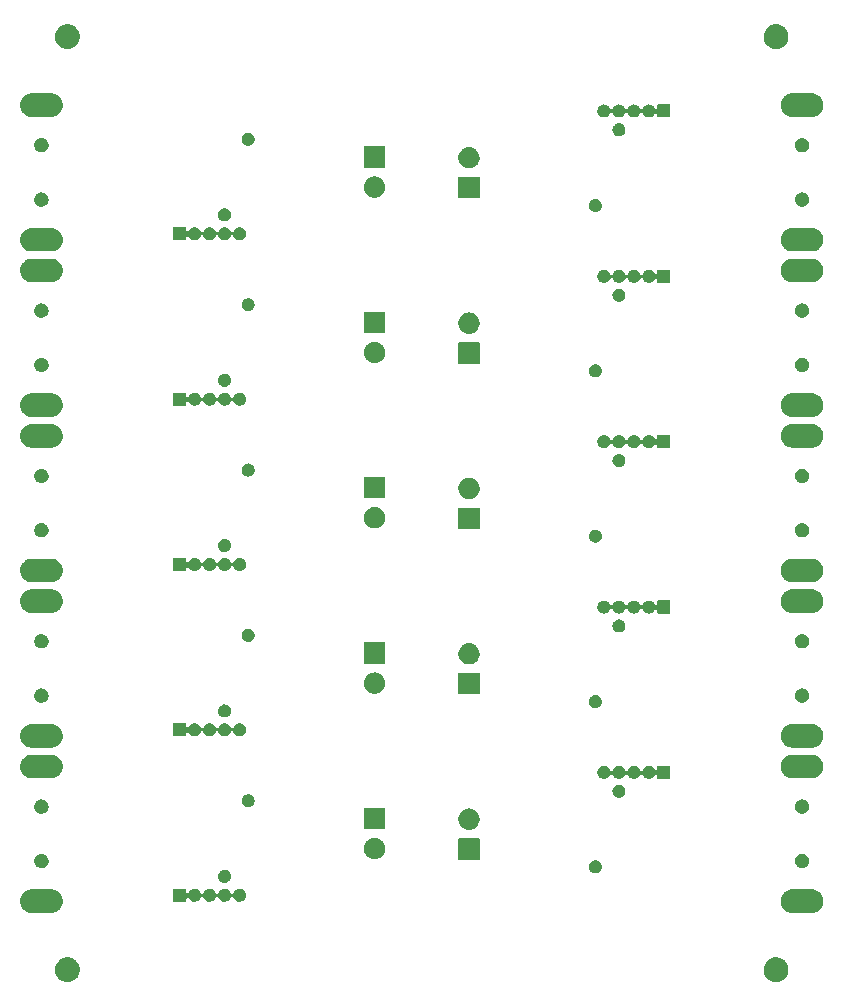
<source format=gbr>
G04 #@! TF.GenerationSoftware,KiCad,Pcbnew,(5.99.0-812-g5d5363396)*
G04 #@! TF.CreationDate,2020-02-01T10:18:43+03:00*
G04 #@! TF.ProjectId,stm32_ds2480_emu_panel,73746d33-325f-4647-9332-3438305f656d,rev?*
G04 #@! TF.SameCoordinates,PX68e7780PY7ed6b40*
G04 #@! TF.FileFunction,Soldermask,Bot*
G04 #@! TF.FilePolarity,Negative*
%FSLAX46Y46*%
G04 Gerber Fmt 4.6, Leading zero omitted, Abs format (unit mm)*
G04 Created by KiCad (PCBNEW (5.99.0-812-g5d5363396)) date 2020-02-01 10:18:43*
%MOMM*%
%LPD*%
G04 APERTURE LIST*
G04 APERTURE END LIST*
G36*
X65059139Y3550658D02*
G01*
X65110391Y3550300D01*
X65160592Y3539995D01*
X65205921Y3535231D01*
X65255849Y3520441D01*
X65312293Y3508855D01*
X65353643Y3491473D01*
X65391126Y3480370D01*
X65443310Y3453781D01*
X65502300Y3428984D01*
X65534181Y3407480D01*
X65563239Y3392674D01*
X65614895Y3353037D01*
X65673174Y3313727D01*
X65695742Y3291001D01*
X65716479Y3275089D01*
X65764446Y3221816D01*
X65818407Y3167477D01*
X65832580Y3146145D01*
X65845732Y3131538D01*
X65886673Y3064729D01*
X65932468Y2995802D01*
X65939774Y2978076D01*
X65946659Y2966841D01*
X65977227Y2887209D01*
X66011011Y2805242D01*
X66013483Y2792758D01*
X66015882Y2786508D01*
X66032877Y2694810D01*
X66051045Y2603056D01*
X66047757Y2367637D01*
X66044353Y2352653D01*
X66044203Y2346934D01*
X66022784Y2257715D01*
X66002094Y2166648D01*
X65999548Y2160929D01*
X65999497Y2160718D01*
X65920930Y1984255D01*
X65920810Y1984081D01*
X65918261Y1978355D01*
X65864384Y1901979D01*
X65811524Y1825068D01*
X65806786Y1820330D01*
X65799451Y1809932D01*
X65735258Y1748802D01*
X65674932Y1688476D01*
X65664070Y1681011D01*
X65650191Y1667794D01*
X65580349Y1623471D01*
X65515745Y1579070D01*
X65497781Y1571072D01*
X65476165Y1557354D01*
X65404788Y1529668D01*
X65339282Y1500503D01*
X65313863Y1494401D01*
X65284002Y1482818D01*
X65214772Y1470611D01*
X65151462Y1455412D01*
X65118890Y1453705D01*
X65081022Y1447028D01*
X65017047Y1448368D01*
X64958562Y1445303D01*
X64919812Y1450404D01*
X64874955Y1451344D01*
X64818658Y1463722D01*
X64767049Y1470516D01*
X64723715Y1484596D01*
X64673652Y1495603D01*
X64626680Y1516125D01*
X64583342Y1530206D01*
X64537590Y1555047D01*
X64484779Y1578120D01*
X64447942Y1603722D01*
X64413588Y1622375D01*
X64368070Y1659235D01*
X64315530Y1695751D01*
X64288819Y1723411D01*
X64263479Y1743931D01*
X64221204Y1793428D01*
X64172353Y1844015D01*
X64154997Y1870946D01*
X64138024Y1890819D01*
X64102176Y1952908D01*
X64060701Y2017266D01*
X64051277Y2041068D01*
X64041443Y2058101D01*
X64015273Y2132003D01*
X63984826Y2208904D01*
X63981366Y2227755D01*
X63976966Y2240181D01*
X63963619Y2324453D01*
X63947619Y2411629D01*
X63947797Y2424351D01*
X63946749Y2430966D01*
X63949192Y2524306D01*
X63950497Y2617721D01*
X63951798Y2623843D01*
X63951804Y2624064D01*
X63991965Y2813001D01*
X63992047Y2813200D01*
X63993350Y2819328D01*
X64030167Y2905229D01*
X64065886Y2991462D01*
X64069534Y2997080D01*
X64074546Y3008773D01*
X64124610Y3081889D01*
X64171090Y3153463D01*
X64180166Y3163027D01*
X64190992Y3178838D01*
X64250082Y3236704D01*
X64304053Y3293577D01*
X64319964Y3305137D01*
X64338253Y3323047D01*
X64402313Y3364967D01*
X64460323Y3407113D01*
X64483918Y3418367D01*
X64510720Y3435906D01*
X64575896Y3462239D01*
X64634666Y3490271D01*
X64666171Y3498713D01*
X64701823Y3513117D01*
X64764682Y3525108D01*
X64821249Y3540265D01*
X64860210Y3543331D01*
X64904284Y3551739D01*
X64961923Y3551337D01*
X65013819Y3555421D01*
X65059139Y3550658D01*
G37*
G36*
X5059139Y3550658D02*
G01*
X5110391Y3550300D01*
X5160592Y3539995D01*
X5205921Y3535231D01*
X5255849Y3520441D01*
X5312293Y3508855D01*
X5353643Y3491473D01*
X5391126Y3480370D01*
X5443310Y3453781D01*
X5502300Y3428984D01*
X5534181Y3407480D01*
X5563239Y3392674D01*
X5614895Y3353037D01*
X5673174Y3313727D01*
X5695742Y3291001D01*
X5716479Y3275089D01*
X5764446Y3221816D01*
X5818407Y3167477D01*
X5832580Y3146145D01*
X5845732Y3131538D01*
X5886673Y3064729D01*
X5932468Y2995802D01*
X5939774Y2978076D01*
X5946659Y2966841D01*
X5977227Y2887209D01*
X6011011Y2805242D01*
X6013483Y2792758D01*
X6015882Y2786508D01*
X6032877Y2694810D01*
X6051045Y2603056D01*
X6047757Y2367637D01*
X6044353Y2352653D01*
X6044203Y2346934D01*
X6022784Y2257715D01*
X6002094Y2166648D01*
X5999548Y2160929D01*
X5999497Y2160718D01*
X5920930Y1984255D01*
X5920810Y1984081D01*
X5918261Y1978355D01*
X5864384Y1901979D01*
X5811524Y1825068D01*
X5806786Y1820330D01*
X5799451Y1809932D01*
X5735258Y1748802D01*
X5674932Y1688476D01*
X5664070Y1681011D01*
X5650191Y1667794D01*
X5580349Y1623471D01*
X5515745Y1579070D01*
X5497781Y1571072D01*
X5476165Y1557354D01*
X5404788Y1529668D01*
X5339282Y1500503D01*
X5313863Y1494401D01*
X5284002Y1482818D01*
X5214772Y1470611D01*
X5151462Y1455412D01*
X5118890Y1453705D01*
X5081022Y1447028D01*
X5017047Y1448368D01*
X4958562Y1445303D01*
X4919812Y1450404D01*
X4874955Y1451344D01*
X4818658Y1463722D01*
X4767049Y1470516D01*
X4723715Y1484596D01*
X4673652Y1495603D01*
X4626680Y1516125D01*
X4583342Y1530206D01*
X4537590Y1555047D01*
X4484779Y1578120D01*
X4447942Y1603722D01*
X4413588Y1622375D01*
X4368070Y1659235D01*
X4315530Y1695751D01*
X4288819Y1723411D01*
X4263479Y1743931D01*
X4221204Y1793428D01*
X4172353Y1844015D01*
X4154997Y1870946D01*
X4138024Y1890819D01*
X4102176Y1952908D01*
X4060701Y2017266D01*
X4051277Y2041068D01*
X4041443Y2058101D01*
X4015273Y2132003D01*
X3984826Y2208904D01*
X3981366Y2227755D01*
X3976966Y2240181D01*
X3963619Y2324453D01*
X3947619Y2411629D01*
X3947797Y2424351D01*
X3946749Y2430966D01*
X3949192Y2524306D01*
X3950497Y2617721D01*
X3951798Y2623843D01*
X3951804Y2624064D01*
X3991965Y2813001D01*
X3992047Y2813200D01*
X3993350Y2819328D01*
X4030167Y2905229D01*
X4065886Y2991462D01*
X4069534Y2997080D01*
X4074546Y3008773D01*
X4124610Y3081889D01*
X4171090Y3153463D01*
X4180166Y3163027D01*
X4190992Y3178838D01*
X4250082Y3236704D01*
X4304053Y3293577D01*
X4319964Y3305137D01*
X4338253Y3323047D01*
X4402313Y3364967D01*
X4460323Y3407113D01*
X4483918Y3418367D01*
X4510720Y3435906D01*
X4575896Y3462239D01*
X4634666Y3490271D01*
X4666171Y3498713D01*
X4701823Y3513117D01*
X4764682Y3525108D01*
X4821249Y3540265D01*
X4860210Y3543331D01*
X4904284Y3551739D01*
X4961923Y3551337D01*
X5013819Y3555421D01*
X5059139Y3550658D01*
G37*
G36*
X3809127Y9283863D02*
G01*
X3893999Y9256940D01*
X3984708Y9228774D01*
X3987621Y9227241D01*
X3996244Y9224506D01*
X4072488Y9182591D01*
X4147524Y9143112D01*
X4154955Y9137254D01*
X4168268Y9129935D01*
X4230842Y9077429D01*
X4291999Y9029216D01*
X4302307Y9017462D01*
X4318647Y9003751D01*
X4366213Y8944591D01*
X4413302Y8890897D01*
X4424447Y8872163D01*
X4441654Y8850763D01*
X4474070Y8788756D01*
X4507366Y8732791D01*
X4517049Y8706543D01*
X4532601Y8676795D01*
X4550661Y8615434D01*
X4571040Y8560193D01*
X4576821Y8526550D01*
X4588027Y8488476D01*
X4593277Y8430785D01*
X4602198Y8378870D01*
X4601670Y8338558D01*
X4605818Y8292978D01*
X4600398Y8241407D01*
X4599789Y8194919D01*
X4590720Y8149324D01*
X4585299Y8097747D01*
X4571763Y8054018D01*
X4563898Y8014479D01*
X4544378Y7965553D01*
X4527250Y7910220D01*
X4508376Y7875314D01*
X4495726Y7843606D01*
X4464307Y7793809D01*
X4433882Y7737540D01*
X4412483Y7711673D01*
X4397556Y7688015D01*
X4353344Y7640187D01*
X4308751Y7586283D01*
X4287479Y7568934D01*
X4272675Y7552919D01*
X4215432Y7510174D01*
X4156625Y7462212D01*
X4137796Y7452200D01*
X4125266Y7442844D01*
X4055414Y7408397D01*
X3983297Y7370052D01*
X3968751Y7365660D01*
X3960266Y7361476D01*
X3878672Y7338464D01*
X3795369Y7313313D01*
X3786365Y7312430D01*
X3783202Y7311538D01*
X3688757Y7302860D01*
X3649393Y7299000D01*
X1953922Y7299000D01*
X1790873Y7316137D01*
X1706001Y7343060D01*
X1615292Y7371226D01*
X1612379Y7372759D01*
X1603756Y7375494D01*
X1527512Y7417409D01*
X1452476Y7456888D01*
X1445045Y7462746D01*
X1431732Y7470065D01*
X1369158Y7522571D01*
X1308001Y7570784D01*
X1297693Y7582538D01*
X1281353Y7596249D01*
X1233787Y7655409D01*
X1186698Y7709103D01*
X1175553Y7727837D01*
X1158346Y7749237D01*
X1125930Y7811244D01*
X1092634Y7867209D01*
X1082951Y7893457D01*
X1067399Y7923205D01*
X1049339Y7984566D01*
X1028960Y8039807D01*
X1023179Y8073450D01*
X1011973Y8111524D01*
X1006723Y8169215D01*
X997802Y8221130D01*
X998330Y8261442D01*
X994182Y8307022D01*
X999602Y8358593D01*
X1000211Y8405081D01*
X1009280Y8450676D01*
X1014701Y8502253D01*
X1028237Y8545982D01*
X1036102Y8585521D01*
X1055622Y8634447D01*
X1072750Y8689780D01*
X1091624Y8724686D01*
X1104274Y8756394D01*
X1135693Y8806191D01*
X1166118Y8862460D01*
X1187517Y8888327D01*
X1202444Y8911985D01*
X1246656Y8959813D01*
X1291249Y9013717D01*
X1312521Y9031066D01*
X1327325Y9047081D01*
X1384568Y9089826D01*
X1443375Y9137788D01*
X1462204Y9147800D01*
X1474734Y9157156D01*
X1544586Y9191603D01*
X1616703Y9229948D01*
X1631249Y9234340D01*
X1639734Y9238524D01*
X1721328Y9261536D01*
X1804631Y9286687D01*
X1813635Y9287570D01*
X1816798Y9288462D01*
X1911243Y9297140D01*
X1950607Y9301000D01*
X3646078Y9301000D01*
X3809127Y9283863D01*
G37*
G36*
X68209127Y9283863D02*
G01*
X68293999Y9256940D01*
X68384708Y9228774D01*
X68387621Y9227241D01*
X68396244Y9224506D01*
X68472488Y9182591D01*
X68547524Y9143112D01*
X68554955Y9137254D01*
X68568268Y9129935D01*
X68630842Y9077429D01*
X68691999Y9029216D01*
X68702307Y9017462D01*
X68718647Y9003751D01*
X68766213Y8944591D01*
X68813302Y8890897D01*
X68824447Y8872163D01*
X68841654Y8850763D01*
X68874070Y8788756D01*
X68907366Y8732791D01*
X68917049Y8706543D01*
X68932601Y8676795D01*
X68950661Y8615434D01*
X68971040Y8560193D01*
X68976821Y8526550D01*
X68988027Y8488476D01*
X68993277Y8430785D01*
X69002198Y8378870D01*
X69001670Y8338558D01*
X69005818Y8292978D01*
X69000398Y8241407D01*
X68999789Y8194919D01*
X68990720Y8149324D01*
X68985299Y8097747D01*
X68971763Y8054018D01*
X68963898Y8014479D01*
X68944378Y7965553D01*
X68927250Y7910220D01*
X68908376Y7875314D01*
X68895726Y7843606D01*
X68864307Y7793809D01*
X68833882Y7737540D01*
X68812483Y7711673D01*
X68797556Y7688015D01*
X68753344Y7640187D01*
X68708751Y7586283D01*
X68687479Y7568934D01*
X68672675Y7552919D01*
X68615432Y7510174D01*
X68556625Y7462212D01*
X68537796Y7452200D01*
X68525266Y7442844D01*
X68455414Y7408397D01*
X68383297Y7370052D01*
X68368751Y7365660D01*
X68360266Y7361476D01*
X68278672Y7338464D01*
X68195369Y7313313D01*
X68186365Y7312430D01*
X68183202Y7311538D01*
X68088757Y7302860D01*
X68049393Y7299000D01*
X66353922Y7299000D01*
X66190873Y7316137D01*
X66106001Y7343060D01*
X66015292Y7371226D01*
X66012379Y7372759D01*
X66003756Y7375494D01*
X65927512Y7417409D01*
X65852476Y7456888D01*
X65845045Y7462746D01*
X65831732Y7470065D01*
X65769158Y7522571D01*
X65708001Y7570784D01*
X65697693Y7582538D01*
X65681353Y7596249D01*
X65633787Y7655409D01*
X65586698Y7709103D01*
X65575553Y7727837D01*
X65558346Y7749237D01*
X65525930Y7811244D01*
X65492634Y7867209D01*
X65482951Y7893457D01*
X65467399Y7923205D01*
X65449339Y7984566D01*
X65428960Y8039807D01*
X65423179Y8073450D01*
X65411973Y8111524D01*
X65406723Y8169215D01*
X65397802Y8221130D01*
X65398330Y8261442D01*
X65394182Y8307022D01*
X65399602Y8358593D01*
X65400211Y8405081D01*
X65409280Y8450676D01*
X65414701Y8502253D01*
X65428237Y8545982D01*
X65436102Y8585521D01*
X65455622Y8634447D01*
X65472750Y8689780D01*
X65491624Y8724686D01*
X65504274Y8756394D01*
X65535693Y8806191D01*
X65566118Y8862460D01*
X65587517Y8888327D01*
X65602444Y8911985D01*
X65646656Y8959813D01*
X65691249Y9013717D01*
X65712521Y9031066D01*
X65727325Y9047081D01*
X65784568Y9089826D01*
X65843375Y9137788D01*
X65862204Y9147800D01*
X65874734Y9157156D01*
X65944586Y9191603D01*
X66016703Y9229948D01*
X66031249Y9234340D01*
X66039734Y9238524D01*
X66121328Y9261536D01*
X66204631Y9286687D01*
X66213635Y9287570D01*
X66216798Y9288462D01*
X66311243Y9297140D01*
X66350607Y9301000D01*
X68046078Y9301000D01*
X68209127Y9283863D01*
G37*
G36*
X19597381Y9353217D02*
G01*
X19620734Y9354686D01*
X19671992Y9343791D01*
X19715218Y9338330D01*
X19736974Y9329979D01*
X19768399Y9323299D01*
X19807154Y9303039D01*
X19839724Y9290536D01*
X19865993Y9272279D01*
X19902185Y9253358D01*
X19927727Y9229372D01*
X19949239Y9214421D01*
X19976135Y9183914D01*
X20012233Y9150015D01*
X20025865Y9127507D01*
X20037433Y9114385D01*
X20060289Y9070666D01*
X20090437Y9020886D01*
X20095164Y9003957D01*
X20099220Y8996198D01*
X20113047Y8939905D01*
X20131034Y8875482D01*
X20129333Y8712994D01*
X20109987Y8648918D01*
X20094997Y8592974D01*
X20090781Y8585305D01*
X20085699Y8568473D01*
X20054508Y8519324D01*
X20030747Y8476102D01*
X20018908Y8463228D01*
X20004808Y8441009D01*
X19968006Y8407872D01*
X19940478Y8377936D01*
X19918657Y8363438D01*
X19892620Y8339994D01*
X19856045Y8321838D01*
X19829394Y8304131D01*
X19796565Y8292312D01*
X19757399Y8272870D01*
X19725839Y8266850D01*
X19703916Y8258957D01*
X19660593Y8254403D01*
X19609108Y8244582D01*
X19585787Y8246540D01*
X19571284Y8245016D01*
X19519548Y8252103D01*
X19458673Y8257215D01*
X19444937Y8262323D01*
X19439150Y8263116D01*
X19382595Y8285508D01*
X19317177Y8309837D01*
X19258252Y8352648D01*
X19206441Y8389468D01*
X19204537Y8391674D01*
X19195044Y8398571D01*
X19155302Y8448713D01*
X19119300Y8490421D01*
X19114001Y8500821D01*
X19101272Y8516881D01*
X19079840Y8567865D01*
X19056252Y8614160D01*
X19007891Y8665366D01*
X18939524Y8682296D01*
X18872856Y8659577D01*
X18834701Y8604899D01*
X18832284Y8606228D01*
X18820780Y8585303D01*
X18815699Y8568473D01*
X18784510Y8519327D01*
X18760747Y8476102D01*
X18748908Y8463228D01*
X18734808Y8441009D01*
X18698006Y8407872D01*
X18670478Y8377936D01*
X18648657Y8363438D01*
X18622620Y8339994D01*
X18586045Y8321838D01*
X18559394Y8304131D01*
X18526565Y8292312D01*
X18487399Y8272870D01*
X18455839Y8266850D01*
X18433916Y8258957D01*
X18390593Y8254403D01*
X18339108Y8244582D01*
X18315787Y8246540D01*
X18301284Y8245016D01*
X18249548Y8252103D01*
X18188673Y8257215D01*
X18174937Y8262323D01*
X18169150Y8263116D01*
X18112595Y8285508D01*
X18047177Y8309837D01*
X17988252Y8352648D01*
X17936441Y8389468D01*
X17934537Y8391674D01*
X17925044Y8398571D01*
X17885302Y8448713D01*
X17849300Y8490421D01*
X17844001Y8500821D01*
X17831272Y8516881D01*
X17809840Y8567865D01*
X17786252Y8614160D01*
X17737891Y8665366D01*
X17669524Y8682296D01*
X17602856Y8659577D01*
X17564701Y8604899D01*
X17562284Y8606228D01*
X17550780Y8585303D01*
X17545699Y8568473D01*
X17514510Y8519327D01*
X17490747Y8476102D01*
X17478908Y8463228D01*
X17464808Y8441009D01*
X17428006Y8407872D01*
X17400478Y8377936D01*
X17378657Y8363438D01*
X17352620Y8339994D01*
X17316045Y8321838D01*
X17289394Y8304131D01*
X17256565Y8292312D01*
X17217399Y8272870D01*
X17185839Y8266850D01*
X17163916Y8258957D01*
X17120593Y8254403D01*
X17069108Y8244582D01*
X17045787Y8246540D01*
X17031284Y8245016D01*
X16979548Y8252103D01*
X16918673Y8257215D01*
X16904937Y8262323D01*
X16899150Y8263116D01*
X16842595Y8285508D01*
X16777177Y8309837D01*
X16718252Y8352648D01*
X16666441Y8389468D01*
X16664537Y8391674D01*
X16655044Y8398571D01*
X16615302Y8448713D01*
X16579300Y8490421D01*
X16574001Y8500821D01*
X16561272Y8516881D01*
X16539840Y8567865D01*
X16516252Y8614160D01*
X16467891Y8665366D01*
X16399524Y8682296D01*
X16332856Y8659577D01*
X16294701Y8604899D01*
X16292284Y8606228D01*
X16280780Y8585303D01*
X16275699Y8568473D01*
X16244510Y8519327D01*
X16220747Y8476102D01*
X16208908Y8463228D01*
X16194808Y8441009D01*
X16158006Y8407872D01*
X16130478Y8377936D01*
X16108657Y8363438D01*
X16082620Y8339994D01*
X16046045Y8321838D01*
X16019394Y8304131D01*
X15986565Y8292312D01*
X15947399Y8272870D01*
X15915839Y8266850D01*
X15893916Y8258957D01*
X15850593Y8254403D01*
X15799108Y8244582D01*
X15775787Y8246540D01*
X15761284Y8245016D01*
X15709548Y8252103D01*
X15648673Y8257215D01*
X15634937Y8262323D01*
X15629150Y8263116D01*
X15572595Y8285508D01*
X15507177Y8309837D01*
X15448252Y8352648D01*
X15396441Y8389468D01*
X15394537Y8391674D01*
X15385044Y8398571D01*
X15345302Y8448713D01*
X15309300Y8490421D01*
X15304001Y8500821D01*
X15291272Y8516881D01*
X15284205Y8533694D01*
X15242462Y8577892D01*
X15174094Y8594823D01*
X15107426Y8572105D01*
X15063625Y8516949D01*
X15054448Y8469939D01*
X15054448Y8312312D01*
X15051999Y8300000D01*
X15048041Y8280101D01*
X15036769Y8263231D01*
X15019899Y8251959D01*
X15000000Y8248001D01*
X14987688Y8245552D01*
X14012312Y8245552D01*
X13980101Y8251959D01*
X13963231Y8263231D01*
X13951959Y8280101D01*
X13945552Y8312312D01*
X13945552Y9287688D01*
X13951959Y9319899D01*
X13963231Y9336769D01*
X13980101Y9348041D01*
X14012312Y9354448D01*
X14987688Y9354448D01*
X15019899Y9348041D01*
X15036769Y9336769D01*
X15048041Y9319899D01*
X15054448Y9287688D01*
X15054448Y9129223D01*
X15074291Y9061643D01*
X15127521Y9015520D01*
X15197236Y9005496D01*
X15261304Y9034755D01*
X15283946Y9063072D01*
X15297307Y9093082D01*
X15310368Y9108871D01*
X15315884Y9119157D01*
X15352746Y9160097D01*
X15393535Y9209402D01*
X15403171Y9216099D01*
X15405122Y9218266D01*
X15457700Y9253998D01*
X15517500Y9295560D01*
X15583435Y9318521D01*
X15640424Y9339715D01*
X15646223Y9340386D01*
X15660067Y9345207D01*
X15721037Y9349043D01*
X15772909Y9355045D01*
X15787381Y9353217D01*
X15810734Y9354686D01*
X15861992Y9343791D01*
X15905218Y9338330D01*
X15926974Y9329979D01*
X15958399Y9323299D01*
X15997154Y9303039D01*
X16029724Y9290536D01*
X16055993Y9272279D01*
X16092185Y9253358D01*
X16117727Y9229372D01*
X16139239Y9214421D01*
X16166135Y9183914D01*
X16202233Y9150015D01*
X16215865Y9127507D01*
X16227433Y9114385D01*
X16250288Y9070667D01*
X16280437Y9020886D01*
X16285164Y9003957D01*
X16294110Y8986844D01*
X16343004Y8936148D01*
X16411545Y8919935D01*
X16477971Y8943351D01*
X16510536Y8991070D01*
X16515715Y8988293D01*
X16544816Y9042567D01*
X16567307Y9093082D01*
X16580366Y9108868D01*
X16585883Y9119157D01*
X16622753Y9160105D01*
X16663535Y9209402D01*
X16673171Y9216099D01*
X16675122Y9218266D01*
X16727700Y9253998D01*
X16787500Y9295560D01*
X16853435Y9318521D01*
X16910424Y9339715D01*
X16916223Y9340386D01*
X16930067Y9345207D01*
X16991037Y9349043D01*
X17042909Y9355045D01*
X17057381Y9353217D01*
X17080734Y9354686D01*
X17131992Y9343791D01*
X17175218Y9338330D01*
X17196974Y9329979D01*
X17228399Y9323299D01*
X17267154Y9303039D01*
X17299724Y9290536D01*
X17325993Y9272279D01*
X17362185Y9253358D01*
X17387727Y9229372D01*
X17409239Y9214421D01*
X17436135Y9183914D01*
X17472233Y9150015D01*
X17485865Y9127507D01*
X17497433Y9114385D01*
X17520288Y9070667D01*
X17550437Y9020886D01*
X17555164Y9003957D01*
X17564110Y8986844D01*
X17613004Y8936148D01*
X17681545Y8919935D01*
X17747971Y8943351D01*
X17780536Y8991070D01*
X17785715Y8988293D01*
X17814816Y9042567D01*
X17837307Y9093082D01*
X17850366Y9108868D01*
X17855883Y9119157D01*
X17892753Y9160105D01*
X17933535Y9209402D01*
X17943171Y9216099D01*
X17945122Y9218266D01*
X17997700Y9253998D01*
X18057500Y9295560D01*
X18123435Y9318521D01*
X18180424Y9339715D01*
X18186223Y9340386D01*
X18200067Y9345207D01*
X18261037Y9349043D01*
X18312909Y9355045D01*
X18327381Y9353217D01*
X18350734Y9354686D01*
X18401992Y9343791D01*
X18445218Y9338330D01*
X18466974Y9329979D01*
X18498399Y9323299D01*
X18537154Y9303039D01*
X18569724Y9290536D01*
X18595993Y9272279D01*
X18632185Y9253358D01*
X18657727Y9229372D01*
X18679239Y9214421D01*
X18706135Y9183914D01*
X18742233Y9150015D01*
X18755865Y9127507D01*
X18767433Y9114385D01*
X18790288Y9070667D01*
X18820437Y9020886D01*
X18825164Y9003957D01*
X18834110Y8986844D01*
X18883004Y8936148D01*
X18951545Y8919935D01*
X19017971Y8943351D01*
X19050536Y8991070D01*
X19055715Y8988293D01*
X19084816Y9042567D01*
X19107307Y9093082D01*
X19120366Y9108868D01*
X19125883Y9119157D01*
X19162753Y9160105D01*
X19203535Y9209402D01*
X19213171Y9216099D01*
X19215122Y9218266D01*
X19267700Y9253998D01*
X19327500Y9295560D01*
X19393435Y9318521D01*
X19450424Y9339715D01*
X19456223Y9340386D01*
X19470067Y9345207D01*
X19531037Y9349043D01*
X19582909Y9355045D01*
X19597381Y9353217D01*
G37*
G36*
X18317381Y10953217D02*
G01*
X18340734Y10954686D01*
X18391992Y10943791D01*
X18435218Y10938330D01*
X18456974Y10929979D01*
X18488399Y10923299D01*
X18527154Y10903039D01*
X18559724Y10890536D01*
X18585993Y10872279D01*
X18622185Y10853358D01*
X18647727Y10829372D01*
X18669239Y10814421D01*
X18696135Y10783914D01*
X18732233Y10750015D01*
X18745865Y10727507D01*
X18757433Y10714385D01*
X18780289Y10670666D01*
X18810437Y10620886D01*
X18815164Y10603957D01*
X18819220Y10596198D01*
X18833047Y10539905D01*
X18851034Y10475482D01*
X18849333Y10312994D01*
X18829987Y10248918D01*
X18814997Y10192974D01*
X18810781Y10185305D01*
X18805699Y10168473D01*
X18774508Y10119324D01*
X18750747Y10076102D01*
X18738908Y10063228D01*
X18724808Y10041009D01*
X18688006Y10007872D01*
X18660478Y9977936D01*
X18638657Y9963438D01*
X18612620Y9939994D01*
X18576045Y9921838D01*
X18549394Y9904131D01*
X18516565Y9892312D01*
X18477399Y9872870D01*
X18445839Y9866850D01*
X18423916Y9858957D01*
X18380593Y9854403D01*
X18329108Y9844582D01*
X18305787Y9846540D01*
X18291284Y9845016D01*
X18239548Y9852103D01*
X18178673Y9857215D01*
X18164937Y9862323D01*
X18159150Y9863116D01*
X18102595Y9885508D01*
X18037177Y9909837D01*
X17978252Y9952648D01*
X17926441Y9989468D01*
X17924537Y9991674D01*
X17915044Y9998571D01*
X17875302Y10048713D01*
X17839300Y10090421D01*
X17834001Y10100821D01*
X17821272Y10116881D01*
X17799838Y10167871D01*
X17778754Y10209251D01*
X17774096Y10229108D01*
X17762771Y10256050D01*
X17756928Y10302304D01*
X17748299Y10339091D01*
X17748604Y10368192D01*
X17743850Y10405824D01*
X17749392Y10443353D01*
X17749697Y10472448D01*
X17759092Y10509039D01*
X17765904Y10555169D01*
X17777791Y10581868D01*
X17782864Y10601625D01*
X17804815Y10642564D01*
X17827307Y10693082D01*
X17840366Y10708868D01*
X17845883Y10719157D01*
X17882753Y10760105D01*
X17923535Y10809402D01*
X17933171Y10816099D01*
X17935122Y10818266D01*
X17987700Y10853998D01*
X18047500Y10895560D01*
X18113435Y10918521D01*
X18170424Y10939715D01*
X18176223Y10940386D01*
X18190067Y10945207D01*
X18251037Y10949043D01*
X18302909Y10955045D01*
X18317381Y10953217D01*
G37*
G36*
X49717381Y11753217D02*
G01*
X49740734Y11754686D01*
X49791992Y11743791D01*
X49835218Y11738330D01*
X49856974Y11729979D01*
X49888399Y11723299D01*
X49927154Y11703039D01*
X49959724Y11690536D01*
X49985993Y11672279D01*
X50022185Y11653358D01*
X50047727Y11629372D01*
X50069239Y11614421D01*
X50096135Y11583914D01*
X50132233Y11550015D01*
X50145865Y11527507D01*
X50157433Y11514385D01*
X50180289Y11470666D01*
X50210437Y11420886D01*
X50215164Y11403957D01*
X50219220Y11396198D01*
X50233047Y11339905D01*
X50251034Y11275482D01*
X50249333Y11112994D01*
X50229987Y11048918D01*
X50214997Y10992974D01*
X50210781Y10985305D01*
X50205699Y10968473D01*
X50174508Y10919324D01*
X50150747Y10876102D01*
X50138908Y10863228D01*
X50124808Y10841009D01*
X50088006Y10807872D01*
X50060478Y10777936D01*
X50038657Y10763438D01*
X50012620Y10739994D01*
X49976045Y10721838D01*
X49949394Y10704131D01*
X49916565Y10692312D01*
X49877399Y10672870D01*
X49845839Y10666850D01*
X49823916Y10658957D01*
X49780593Y10654403D01*
X49729108Y10644582D01*
X49705787Y10646540D01*
X49691284Y10645016D01*
X49639548Y10652103D01*
X49578673Y10657215D01*
X49564937Y10662323D01*
X49559150Y10663116D01*
X49502595Y10685508D01*
X49437177Y10709837D01*
X49378252Y10752648D01*
X49326441Y10789468D01*
X49324537Y10791674D01*
X49315044Y10798571D01*
X49275302Y10848713D01*
X49239300Y10890421D01*
X49234001Y10900821D01*
X49221272Y10916881D01*
X49199838Y10967871D01*
X49178754Y11009251D01*
X49174096Y11029108D01*
X49162771Y11056050D01*
X49156928Y11102304D01*
X49148299Y11139091D01*
X49148604Y11168192D01*
X49143850Y11205824D01*
X49149392Y11243353D01*
X49149697Y11272448D01*
X49159092Y11309039D01*
X49165904Y11355169D01*
X49177791Y11381868D01*
X49182864Y11401625D01*
X49204815Y11442564D01*
X49227307Y11493082D01*
X49240366Y11508868D01*
X49245883Y11519157D01*
X49282753Y11560105D01*
X49323535Y11609402D01*
X49333171Y11616099D01*
X49335122Y11618266D01*
X49387700Y11653998D01*
X49447500Y11695560D01*
X49513435Y11718521D01*
X49570424Y11739715D01*
X49576223Y11740386D01*
X49590067Y11745207D01*
X49651037Y11749043D01*
X49702909Y11755045D01*
X49717381Y11753217D01*
G37*
G36*
X67253776Y12301000D02*
G01*
X67279123Y12301000D01*
X67330940Y12287116D01*
X67375394Y12279117D01*
X67398844Y12268921D01*
X67431977Y12260043D01*
X67470761Y12237651D01*
X67503919Y12223234D01*
X67531599Y12202527D01*
X67569023Y12180920D01*
X67594391Y12155552D01*
X67616138Y12139283D01*
X67644090Y12105853D01*
X67680920Y12069023D01*
X67694385Y12045701D01*
X67706034Y12031769D01*
X67729608Y11984692D01*
X67760043Y11931977D01*
X67764690Y11914635D01*
X67768784Y11906459D01*
X67783044Y11846138D01*
X67801000Y11779123D01*
X67801000Y11620877D01*
X67782048Y11550148D01*
X67765470Y11484630D01*
X67763456Y11480762D01*
X67760043Y11468023D01*
X67727318Y11411342D01*
X67700761Y11360326D01*
X67692014Y11350192D01*
X67680920Y11330977D01*
X67640779Y11290836D01*
X67609186Y11254235D01*
X67591049Y11241106D01*
X67569023Y11219080D01*
X67527515Y11195116D01*
X67495658Y11172055D01*
X67466679Y11159992D01*
X67431977Y11139957D01*
X67394288Y11129858D01*
X67366281Y11118200D01*
X67326413Y11111671D01*
X67279123Y11099000D01*
X67249035Y11099000D01*
X67227979Y11095552D01*
X67178673Y11099000D01*
X67120877Y11099000D01*
X67100466Y11104469D01*
X67088170Y11105329D01*
X67032216Y11122757D01*
X66968023Y11139957D01*
X66957517Y11146022D01*
X66954369Y11147003D01*
X66894814Y11182224D01*
X66830977Y11219080D01*
X66779997Y11270060D01*
X66732759Y11315518D01*
X66729533Y11320524D01*
X66719080Y11330977D01*
X66687109Y11386353D01*
X66656840Y11433321D01*
X66651840Y11447441D01*
X66639957Y11468023D01*
X66625670Y11521342D01*
X66610059Y11565427D01*
X66607469Y11589271D01*
X66599000Y11620877D01*
X66599000Y11667230D01*
X66594924Y11704751D01*
X66599000Y11737476D01*
X66599000Y11779123D01*
X66608693Y11815298D01*
X66612246Y11843824D01*
X66626880Y11883173D01*
X66639957Y11931977D01*
X66654215Y11956672D01*
X66661096Y11975175D01*
X66689402Y12017619D01*
X66719080Y12069023D01*
X66732901Y12082844D01*
X66738857Y12091775D01*
X66782938Y12132881D01*
X66830977Y12180920D01*
X66840105Y12186190D01*
X66841348Y12187349D01*
X66904783Y12223531D01*
X66968023Y12260043D01*
X67036398Y12278364D01*
X67097526Y12296355D01*
X67105065Y12296763D01*
X67120877Y12301000D01*
X67183295Y12301000D01*
X67237470Y12303934D01*
X67253776Y12301000D01*
G37*
G36*
X2853776Y12301000D02*
G01*
X2879123Y12301000D01*
X2930940Y12287116D01*
X2975394Y12279117D01*
X2998844Y12268921D01*
X3031977Y12260043D01*
X3070761Y12237651D01*
X3103919Y12223234D01*
X3131599Y12202527D01*
X3169023Y12180920D01*
X3194391Y12155552D01*
X3216138Y12139283D01*
X3244090Y12105853D01*
X3280920Y12069023D01*
X3294385Y12045701D01*
X3306034Y12031769D01*
X3329608Y11984692D01*
X3360043Y11931977D01*
X3364690Y11914635D01*
X3368784Y11906459D01*
X3383044Y11846138D01*
X3401000Y11779123D01*
X3401000Y11620877D01*
X3382048Y11550148D01*
X3365470Y11484630D01*
X3363456Y11480762D01*
X3360043Y11468023D01*
X3327318Y11411342D01*
X3300761Y11360326D01*
X3292014Y11350192D01*
X3280920Y11330977D01*
X3240779Y11290836D01*
X3209186Y11254235D01*
X3191049Y11241106D01*
X3169023Y11219080D01*
X3127515Y11195116D01*
X3095658Y11172055D01*
X3066679Y11159992D01*
X3031977Y11139957D01*
X2994288Y11129858D01*
X2966281Y11118200D01*
X2926413Y11111671D01*
X2879123Y11099000D01*
X2849035Y11099000D01*
X2827979Y11095552D01*
X2778673Y11099000D01*
X2720877Y11099000D01*
X2700466Y11104469D01*
X2688170Y11105329D01*
X2632216Y11122757D01*
X2568023Y11139957D01*
X2557517Y11146022D01*
X2554369Y11147003D01*
X2494814Y11182224D01*
X2430977Y11219080D01*
X2379997Y11270060D01*
X2332759Y11315518D01*
X2329533Y11320524D01*
X2319080Y11330977D01*
X2287109Y11386353D01*
X2256840Y11433321D01*
X2251840Y11447441D01*
X2239957Y11468023D01*
X2225670Y11521342D01*
X2210059Y11565427D01*
X2207469Y11589271D01*
X2199000Y11620877D01*
X2199000Y11667230D01*
X2194924Y11704751D01*
X2199000Y11737476D01*
X2199000Y11779123D01*
X2208693Y11815298D01*
X2212246Y11843824D01*
X2226880Y11883173D01*
X2239957Y11931977D01*
X2254215Y11956672D01*
X2261096Y11975175D01*
X2289402Y12017619D01*
X2319080Y12069023D01*
X2332901Y12082844D01*
X2338857Y12091775D01*
X2382938Y12132881D01*
X2430977Y12180920D01*
X2440105Y12186190D01*
X2441348Y12187349D01*
X2504783Y12223531D01*
X2568023Y12260043D01*
X2636398Y12278364D01*
X2697526Y12296355D01*
X2705065Y12296763D01*
X2720877Y12301000D01*
X2783295Y12301000D01*
X2837470Y12303934D01*
X2853776Y12301000D01*
G37*
G36*
X39869899Y13598041D02*
G01*
X39886769Y13586769D01*
X39898041Y13569899D01*
X39904448Y13537688D01*
X39904448Y11862312D01*
X39901999Y11850000D01*
X39898041Y11830101D01*
X39886769Y11813231D01*
X39869899Y11801959D01*
X39850000Y11798001D01*
X39837688Y11795552D01*
X38162312Y11795552D01*
X38130101Y11801959D01*
X38113231Y11813231D01*
X38101959Y11830101D01*
X38095552Y11862312D01*
X38095552Y13537688D01*
X38101959Y13569899D01*
X38113231Y13586769D01*
X38130101Y13598041D01*
X38162312Y13604448D01*
X39837688Y13604448D01*
X39869899Y13598041D01*
G37*
G36*
X31049902Y13660717D02*
G01*
X31094637Y13660405D01*
X31138460Y13651410D01*
X31188360Y13646165D01*
X31230132Y13632592D01*
X31267723Y13624876D01*
X31314851Y13605065D01*
X31368488Y13587637D01*
X31401099Y13568809D01*
X31430614Y13556402D01*
X31478301Y13524237D01*
X31532511Y13492939D01*
X31555826Y13471946D01*
X31577101Y13457596D01*
X31622183Y13412198D01*
X31673261Y13366207D01*
X31688003Y13345917D01*
X31701608Y13332216D01*
X31740643Y13273463D01*
X31784586Y13212981D01*
X31792221Y13195832D01*
X31799388Y13185045D01*
X31828865Y13113528D01*
X31861621Y13039958D01*
X31864211Y13027775D01*
X31866724Y13021677D01*
X31883292Y12938003D01*
X31900999Y12854699D01*
X31900999Y12665301D01*
X31898115Y12651731D01*
X31898030Y12645669D01*
X31879342Y12563415D01*
X31861621Y12480042D01*
X31859129Y12474445D01*
X31859078Y12474220D01*
X31787210Y12312803D01*
X31787078Y12312615D01*
X31784586Y12307019D01*
X31734480Y12238054D01*
X31685357Y12168418D01*
X31680585Y12163874D01*
X31673261Y12153793D01*
X31613396Y12099890D01*
X31557396Y12046562D01*
X31546464Y12039624D01*
X31532511Y12027061D01*
X31467764Y11989679D01*
X31408211Y11951886D01*
X31390209Y11944903D01*
X31368488Y11932363D01*
X31303115Y11911122D01*
X31243468Y11887986D01*
X31218200Y11883531D01*
X31188360Y11873835D01*
X31126095Y11867291D01*
X31069460Y11857305D01*
X31037459Y11857975D01*
X31000000Y11854038D01*
X30943902Y11859934D01*
X30892799Y11861004D01*
X30855323Y11869244D01*
X30811640Y11873835D01*
X30763917Y11889341D01*
X30720225Y11898948D01*
X30679230Y11916858D01*
X30631512Y11932363D01*
X30593473Y11954325D01*
X30558310Y11969687D01*
X30516337Y11998859D01*
X30467489Y12027061D01*
X30439504Y12052259D01*
X30413215Y12070530D01*
X30373257Y12111908D01*
X30326739Y12153793D01*
X30308296Y12179177D01*
X30290473Y12197634D01*
X30255821Y12251403D01*
X30215414Y12307019D01*
X30205212Y12329934D01*
X30194754Y12346161D01*
X30168789Y12411739D01*
X30138379Y12480042D01*
X30134476Y12498404D01*
X30129707Y12510449D01*
X30115740Y12586552D01*
X30099001Y12665301D01*
X30099001Y12677754D01*
X30097811Y12684238D01*
X30099001Y12769465D01*
X30099001Y12854699D01*
X30100275Y12860692D01*
X30100278Y12860923D01*
X30137015Y13033754D01*
X30137105Y13033964D01*
X30138379Y13039958D01*
X30173042Y13117812D01*
X30206622Y13196161D01*
X30210348Y13201603D01*
X30215414Y13212981D01*
X30262746Y13278128D01*
X30306452Y13341959D01*
X30315706Y13351021D01*
X30326739Y13366207D01*
X30382297Y13416231D01*
X30432693Y13465583D01*
X30448848Y13476154D01*
X30467489Y13492939D01*
X30527026Y13527313D01*
X30580551Y13562338D01*
X30604340Y13571950D01*
X30631512Y13587637D01*
X30691045Y13606981D01*
X30744376Y13628528D01*
X30775820Y13634526D01*
X30811640Y13646165D01*
X30867744Y13652062D01*
X30917945Y13661638D01*
X30956312Y13661370D01*
X31000000Y13665962D01*
X31049902Y13660717D01*
G37*
G36*
X39049902Y16140717D02*
G01*
X39094637Y16140405D01*
X39138460Y16131410D01*
X39188360Y16126165D01*
X39230132Y16112592D01*
X39267723Y16104876D01*
X39314851Y16085065D01*
X39368488Y16067637D01*
X39401099Y16048809D01*
X39430614Y16036402D01*
X39478301Y16004237D01*
X39532511Y15972939D01*
X39555826Y15951946D01*
X39577101Y15937596D01*
X39622183Y15892198D01*
X39673261Y15846207D01*
X39688003Y15825917D01*
X39701608Y15812216D01*
X39740643Y15753463D01*
X39784586Y15692981D01*
X39792221Y15675832D01*
X39799388Y15665045D01*
X39828865Y15593528D01*
X39861621Y15519958D01*
X39864211Y15507775D01*
X39866724Y15501677D01*
X39883292Y15418003D01*
X39900999Y15334699D01*
X39900999Y15145301D01*
X39898115Y15131731D01*
X39898030Y15125669D01*
X39879342Y15043415D01*
X39861621Y14960042D01*
X39859129Y14954445D01*
X39859078Y14954220D01*
X39787210Y14792803D01*
X39787078Y14792615D01*
X39784586Y14787019D01*
X39734480Y14718054D01*
X39685357Y14648418D01*
X39680585Y14643874D01*
X39673261Y14633793D01*
X39613396Y14579890D01*
X39557396Y14526562D01*
X39546464Y14519624D01*
X39532511Y14507061D01*
X39467764Y14469679D01*
X39408211Y14431886D01*
X39390209Y14424903D01*
X39368488Y14412363D01*
X39303115Y14391122D01*
X39243468Y14367986D01*
X39218200Y14363531D01*
X39188360Y14353835D01*
X39126095Y14347291D01*
X39069460Y14337305D01*
X39037459Y14337975D01*
X39000000Y14334038D01*
X38943902Y14339934D01*
X38892799Y14341004D01*
X38855323Y14349244D01*
X38811640Y14353835D01*
X38763917Y14369341D01*
X38720225Y14378948D01*
X38679230Y14396858D01*
X38631512Y14412363D01*
X38593473Y14434325D01*
X38558310Y14449687D01*
X38516337Y14478859D01*
X38467489Y14507061D01*
X38439504Y14532259D01*
X38413215Y14550530D01*
X38373257Y14591908D01*
X38326739Y14633793D01*
X38308296Y14659177D01*
X38290473Y14677634D01*
X38255821Y14731403D01*
X38215414Y14787019D01*
X38205212Y14809934D01*
X38194754Y14826161D01*
X38168789Y14891739D01*
X38138379Y14960042D01*
X38134476Y14978404D01*
X38129707Y14990449D01*
X38115740Y15066552D01*
X38099001Y15145301D01*
X38099001Y15157754D01*
X38097811Y15164238D01*
X38099001Y15249465D01*
X38099001Y15334699D01*
X38100275Y15340692D01*
X38100278Y15340923D01*
X38137015Y15513754D01*
X38137105Y15513964D01*
X38138379Y15519958D01*
X38173042Y15597812D01*
X38206622Y15676161D01*
X38210348Y15681603D01*
X38215414Y15692981D01*
X38262746Y15758128D01*
X38306452Y15821959D01*
X38315706Y15831021D01*
X38326739Y15846207D01*
X38382297Y15896231D01*
X38432693Y15945583D01*
X38448848Y15956154D01*
X38467489Y15972939D01*
X38527026Y16007313D01*
X38580551Y16042338D01*
X38604340Y16051950D01*
X38631512Y16067637D01*
X38691045Y16086981D01*
X38744376Y16108528D01*
X38775820Y16114526D01*
X38811640Y16126165D01*
X38867744Y16132062D01*
X38917945Y16141638D01*
X38956312Y16141370D01*
X39000000Y16145962D01*
X39049902Y16140717D01*
G37*
G36*
X31869899Y16198041D02*
G01*
X31886769Y16186769D01*
X31898041Y16169899D01*
X31904448Y16137688D01*
X31904448Y14462312D01*
X31901999Y14450000D01*
X31898041Y14430101D01*
X31886769Y14413231D01*
X31869899Y14401959D01*
X31850000Y14398001D01*
X31837688Y14395552D01*
X30162312Y14395552D01*
X30130101Y14401959D01*
X30113231Y14413231D01*
X30101959Y14430101D01*
X30095552Y14462312D01*
X30095552Y16137688D01*
X30101959Y16169899D01*
X30113231Y16186769D01*
X30130101Y16198041D01*
X30162312Y16204448D01*
X31837688Y16204448D01*
X31869899Y16198041D01*
G37*
G36*
X2853776Y16901000D02*
G01*
X2879123Y16901000D01*
X2930940Y16887116D01*
X2975394Y16879117D01*
X2998844Y16868921D01*
X3031977Y16860043D01*
X3070761Y16837651D01*
X3103919Y16823234D01*
X3131599Y16802527D01*
X3169023Y16780920D01*
X3194391Y16755552D01*
X3216138Y16739283D01*
X3244090Y16705853D01*
X3280920Y16669023D01*
X3294385Y16645701D01*
X3306034Y16631769D01*
X3329608Y16584692D01*
X3360043Y16531977D01*
X3364690Y16514635D01*
X3368784Y16506459D01*
X3383044Y16446138D01*
X3401000Y16379123D01*
X3401000Y16220877D01*
X3382048Y16150148D01*
X3365470Y16084630D01*
X3363456Y16080762D01*
X3360043Y16068023D01*
X3327318Y16011342D01*
X3300761Y15960326D01*
X3292014Y15950192D01*
X3280920Y15930977D01*
X3240779Y15890836D01*
X3209186Y15854235D01*
X3191049Y15841106D01*
X3169023Y15819080D01*
X3127515Y15795116D01*
X3095658Y15772055D01*
X3066679Y15759992D01*
X3031977Y15739957D01*
X2994288Y15729858D01*
X2966281Y15718200D01*
X2926413Y15711671D01*
X2879123Y15699000D01*
X2849035Y15699000D01*
X2827979Y15695552D01*
X2778673Y15699000D01*
X2720877Y15699000D01*
X2700466Y15704469D01*
X2688170Y15705329D01*
X2632216Y15722757D01*
X2568023Y15739957D01*
X2557517Y15746022D01*
X2554369Y15747003D01*
X2494814Y15782224D01*
X2430977Y15819080D01*
X2379997Y15870060D01*
X2332759Y15915518D01*
X2329533Y15920524D01*
X2319080Y15930977D01*
X2287109Y15986353D01*
X2256840Y16033321D01*
X2251840Y16047441D01*
X2239957Y16068023D01*
X2225670Y16121342D01*
X2210059Y16165427D01*
X2207469Y16189271D01*
X2199000Y16220877D01*
X2199000Y16267230D01*
X2194924Y16304751D01*
X2199000Y16337476D01*
X2199000Y16379123D01*
X2208693Y16415298D01*
X2212246Y16443824D01*
X2226880Y16483173D01*
X2239957Y16531977D01*
X2254215Y16556672D01*
X2261096Y16575175D01*
X2289402Y16617619D01*
X2319080Y16669023D01*
X2332901Y16682844D01*
X2338857Y16691775D01*
X2382938Y16732881D01*
X2430977Y16780920D01*
X2440105Y16786190D01*
X2441348Y16787349D01*
X2504783Y16823531D01*
X2568023Y16860043D01*
X2636398Y16878364D01*
X2697526Y16896355D01*
X2705065Y16896763D01*
X2720877Y16901000D01*
X2783295Y16901000D01*
X2837470Y16903934D01*
X2853776Y16901000D01*
G37*
G36*
X67253776Y16901000D02*
G01*
X67279123Y16901000D01*
X67330940Y16887116D01*
X67375394Y16879117D01*
X67398844Y16868921D01*
X67431977Y16860043D01*
X67470761Y16837651D01*
X67503919Y16823234D01*
X67531599Y16802527D01*
X67569023Y16780920D01*
X67594391Y16755552D01*
X67616138Y16739283D01*
X67644090Y16705853D01*
X67680920Y16669023D01*
X67694385Y16645701D01*
X67706034Y16631769D01*
X67729608Y16584692D01*
X67760043Y16531977D01*
X67764690Y16514635D01*
X67768784Y16506459D01*
X67783044Y16446138D01*
X67801000Y16379123D01*
X67801000Y16220877D01*
X67782048Y16150148D01*
X67765470Y16084630D01*
X67763456Y16080762D01*
X67760043Y16068023D01*
X67727318Y16011342D01*
X67700761Y15960326D01*
X67692014Y15950192D01*
X67680920Y15930977D01*
X67640779Y15890836D01*
X67609186Y15854235D01*
X67591049Y15841106D01*
X67569023Y15819080D01*
X67527515Y15795116D01*
X67495658Y15772055D01*
X67466679Y15759992D01*
X67431977Y15739957D01*
X67394288Y15729858D01*
X67366281Y15718200D01*
X67326413Y15711671D01*
X67279123Y15699000D01*
X67249035Y15699000D01*
X67227979Y15695552D01*
X67178673Y15699000D01*
X67120877Y15699000D01*
X67100466Y15704469D01*
X67088170Y15705329D01*
X67032216Y15722757D01*
X66968023Y15739957D01*
X66957517Y15746022D01*
X66954369Y15747003D01*
X66894814Y15782224D01*
X66830977Y15819080D01*
X66779997Y15870060D01*
X66732759Y15915518D01*
X66729533Y15920524D01*
X66719080Y15930977D01*
X66687109Y15986353D01*
X66656840Y16033321D01*
X66651840Y16047441D01*
X66639957Y16068023D01*
X66625670Y16121342D01*
X66610059Y16165427D01*
X66607469Y16189271D01*
X66599000Y16220877D01*
X66599000Y16267230D01*
X66594924Y16304751D01*
X66599000Y16337476D01*
X66599000Y16379123D01*
X66608693Y16415298D01*
X66612246Y16443824D01*
X66626880Y16483173D01*
X66639957Y16531977D01*
X66654215Y16556672D01*
X66661096Y16575175D01*
X66689402Y16617619D01*
X66719080Y16669023D01*
X66732901Y16682844D01*
X66738857Y16691775D01*
X66782938Y16732881D01*
X66830977Y16780920D01*
X66840105Y16786190D01*
X66841348Y16787349D01*
X66904783Y16823531D01*
X66968023Y16860043D01*
X67036398Y16878364D01*
X67097526Y16896355D01*
X67105065Y16896763D01*
X67120877Y16901000D01*
X67183295Y16901000D01*
X67237470Y16903934D01*
X67253776Y16901000D01*
G37*
G36*
X20317381Y17353217D02*
G01*
X20340734Y17354686D01*
X20391992Y17343791D01*
X20435218Y17338330D01*
X20456974Y17329979D01*
X20488399Y17323299D01*
X20527154Y17303039D01*
X20559724Y17290536D01*
X20585993Y17272279D01*
X20622185Y17253358D01*
X20647727Y17229372D01*
X20669239Y17214421D01*
X20696135Y17183914D01*
X20732233Y17150015D01*
X20745865Y17127507D01*
X20757433Y17114385D01*
X20780289Y17070666D01*
X20810437Y17020886D01*
X20815164Y17003957D01*
X20819220Y16996198D01*
X20833047Y16939905D01*
X20851034Y16875482D01*
X20849333Y16712994D01*
X20829987Y16648918D01*
X20814997Y16592974D01*
X20810781Y16585305D01*
X20805699Y16568473D01*
X20774508Y16519324D01*
X20750747Y16476102D01*
X20738908Y16463228D01*
X20724808Y16441009D01*
X20688006Y16407872D01*
X20660478Y16377936D01*
X20638657Y16363438D01*
X20612620Y16339994D01*
X20576045Y16321838D01*
X20549394Y16304131D01*
X20516565Y16292312D01*
X20477399Y16272870D01*
X20445839Y16266850D01*
X20423916Y16258957D01*
X20380593Y16254403D01*
X20329108Y16244582D01*
X20305787Y16246540D01*
X20291284Y16245016D01*
X20239548Y16252103D01*
X20178673Y16257215D01*
X20164937Y16262323D01*
X20159150Y16263116D01*
X20102595Y16285508D01*
X20037177Y16309837D01*
X19978252Y16352648D01*
X19926441Y16389468D01*
X19924537Y16391674D01*
X19915044Y16398571D01*
X19875302Y16448713D01*
X19839300Y16490421D01*
X19834001Y16500821D01*
X19821272Y16516881D01*
X19799838Y16567871D01*
X19778754Y16609251D01*
X19774096Y16629108D01*
X19762771Y16656050D01*
X19756928Y16702304D01*
X19748299Y16739091D01*
X19748604Y16768192D01*
X19743850Y16805824D01*
X19749392Y16843353D01*
X19749697Y16872448D01*
X19759092Y16909039D01*
X19765904Y16955169D01*
X19777791Y16981868D01*
X19782864Y17001625D01*
X19804815Y17042564D01*
X19827307Y17093082D01*
X19840366Y17108868D01*
X19845883Y17119157D01*
X19882753Y17160105D01*
X19923535Y17209402D01*
X19933171Y17216099D01*
X19935122Y17218266D01*
X19987700Y17253998D01*
X20047500Y17295560D01*
X20113435Y17318521D01*
X20170424Y17339715D01*
X20176223Y17340386D01*
X20190067Y17345207D01*
X20251037Y17349043D01*
X20302909Y17355045D01*
X20317381Y17353217D01*
G37*
G36*
X51717381Y18153217D02*
G01*
X51740734Y18154686D01*
X51791992Y18143791D01*
X51835218Y18138330D01*
X51856974Y18129979D01*
X51888399Y18123299D01*
X51927154Y18103039D01*
X51959724Y18090536D01*
X51985993Y18072279D01*
X52022185Y18053358D01*
X52047727Y18029372D01*
X52069239Y18014421D01*
X52096135Y17983914D01*
X52132233Y17950015D01*
X52145865Y17927507D01*
X52157433Y17914385D01*
X52180289Y17870666D01*
X52210437Y17820886D01*
X52215164Y17803957D01*
X52219220Y17796198D01*
X52233047Y17739905D01*
X52251034Y17675482D01*
X52249333Y17512994D01*
X52229987Y17448918D01*
X52214997Y17392974D01*
X52210781Y17385305D01*
X52205699Y17368473D01*
X52174508Y17319324D01*
X52150747Y17276102D01*
X52138908Y17263228D01*
X52124808Y17241009D01*
X52088006Y17207872D01*
X52060478Y17177936D01*
X52038657Y17163438D01*
X52012620Y17139994D01*
X51976045Y17121838D01*
X51949394Y17104131D01*
X51916565Y17092312D01*
X51877399Y17072870D01*
X51845839Y17066850D01*
X51823916Y17058957D01*
X51780593Y17054403D01*
X51729108Y17044582D01*
X51705787Y17046540D01*
X51691284Y17045016D01*
X51639548Y17052103D01*
X51578673Y17057215D01*
X51564937Y17062323D01*
X51559150Y17063116D01*
X51502595Y17085508D01*
X51437177Y17109837D01*
X51378252Y17152648D01*
X51326441Y17189468D01*
X51324537Y17191674D01*
X51315044Y17198571D01*
X51275302Y17248713D01*
X51239300Y17290421D01*
X51234001Y17300821D01*
X51221272Y17316881D01*
X51199838Y17367871D01*
X51178754Y17409251D01*
X51174096Y17429108D01*
X51162771Y17456050D01*
X51156928Y17502304D01*
X51148299Y17539091D01*
X51148604Y17568192D01*
X51143850Y17605824D01*
X51149392Y17643353D01*
X51149697Y17672448D01*
X51159092Y17709039D01*
X51165904Y17755169D01*
X51177791Y17781868D01*
X51182864Y17801625D01*
X51204815Y17842564D01*
X51227307Y17893082D01*
X51240366Y17908868D01*
X51245883Y17919157D01*
X51282753Y17960105D01*
X51323535Y18009402D01*
X51333171Y18016099D01*
X51335122Y18018266D01*
X51387700Y18053998D01*
X51447500Y18095560D01*
X51513435Y18118521D01*
X51570424Y18139715D01*
X51576223Y18140386D01*
X51590067Y18145207D01*
X51651037Y18149043D01*
X51702909Y18155045D01*
X51717381Y18153217D01*
G37*
G36*
X54247381Y19753217D02*
G01*
X54270734Y19754686D01*
X54321992Y19743791D01*
X54365218Y19738330D01*
X54386974Y19729979D01*
X54418399Y19723299D01*
X54457154Y19703039D01*
X54489724Y19690536D01*
X54515993Y19672279D01*
X54552185Y19653358D01*
X54577727Y19629372D01*
X54599239Y19614421D01*
X54626134Y19583914D01*
X54662233Y19550015D01*
X54675865Y19527506D01*
X54687430Y19514388D01*
X54709778Y19471641D01*
X54758673Y19420945D01*
X54827214Y19404732D01*
X54893640Y19428148D01*
X54936862Y19483759D01*
X54945552Y19529553D01*
X54945552Y19687688D01*
X54951959Y19719899D01*
X54963231Y19736769D01*
X54980101Y19748041D01*
X55012312Y19754448D01*
X55987688Y19754448D01*
X56019899Y19748041D01*
X56036769Y19736769D01*
X56048041Y19719899D01*
X56054448Y19687688D01*
X56054448Y18712312D01*
X56051999Y18700000D01*
X56048041Y18680101D01*
X56036769Y18663231D01*
X56019899Y18651959D01*
X56000000Y18648001D01*
X55987688Y18645552D01*
X55012312Y18645552D01*
X54980101Y18651959D01*
X54963231Y18663231D01*
X54951959Y18680101D01*
X54945552Y18712312D01*
X54945552Y18870941D01*
X54925709Y18938521D01*
X54872479Y18984644D01*
X54802764Y18994668D01*
X54738696Y18965409D01*
X54715689Y18936942D01*
X54704512Y18919331D01*
X54680748Y18876103D01*
X54668908Y18863228D01*
X54654808Y18841009D01*
X54618006Y18807872D01*
X54590478Y18777936D01*
X54568657Y18763438D01*
X54542620Y18739994D01*
X54506045Y18721838D01*
X54479394Y18704131D01*
X54446565Y18692312D01*
X54407399Y18672870D01*
X54375839Y18666850D01*
X54353916Y18658957D01*
X54310593Y18654403D01*
X54259108Y18644582D01*
X54235787Y18646540D01*
X54221284Y18645016D01*
X54169548Y18652103D01*
X54108673Y18657215D01*
X54094937Y18662323D01*
X54089150Y18663116D01*
X54032595Y18685508D01*
X53967177Y18709837D01*
X53908252Y18752648D01*
X53856441Y18789468D01*
X53854537Y18791674D01*
X53845044Y18798571D01*
X53805302Y18848713D01*
X53769300Y18890421D01*
X53764001Y18900821D01*
X53751272Y18916881D01*
X53729840Y18967865D01*
X53706252Y19014160D01*
X53657891Y19065366D01*
X53589524Y19082296D01*
X53522856Y19059577D01*
X53484701Y19004899D01*
X53482284Y19006228D01*
X53470780Y18985303D01*
X53465699Y18968473D01*
X53434510Y18919327D01*
X53410747Y18876102D01*
X53398908Y18863228D01*
X53384808Y18841009D01*
X53348006Y18807872D01*
X53320478Y18777936D01*
X53298657Y18763438D01*
X53272620Y18739994D01*
X53236045Y18721838D01*
X53209394Y18704131D01*
X53176565Y18692312D01*
X53137399Y18672870D01*
X53105839Y18666850D01*
X53083916Y18658957D01*
X53040593Y18654403D01*
X52989108Y18644582D01*
X52965787Y18646540D01*
X52951284Y18645016D01*
X52899548Y18652103D01*
X52838673Y18657215D01*
X52824937Y18662323D01*
X52819150Y18663116D01*
X52762595Y18685508D01*
X52697177Y18709837D01*
X52638252Y18752648D01*
X52586441Y18789468D01*
X52584537Y18791674D01*
X52575044Y18798571D01*
X52535302Y18848713D01*
X52499300Y18890421D01*
X52494001Y18900821D01*
X52481272Y18916881D01*
X52459840Y18967865D01*
X52436252Y19014160D01*
X52387891Y19065366D01*
X52319524Y19082296D01*
X52252856Y19059577D01*
X52214701Y19004899D01*
X52212284Y19006228D01*
X52200780Y18985303D01*
X52195699Y18968473D01*
X52164510Y18919327D01*
X52140747Y18876102D01*
X52128908Y18863228D01*
X52114808Y18841009D01*
X52078006Y18807872D01*
X52050478Y18777936D01*
X52028657Y18763438D01*
X52002620Y18739994D01*
X51966045Y18721838D01*
X51939394Y18704131D01*
X51906565Y18692312D01*
X51867399Y18672870D01*
X51835839Y18666850D01*
X51813916Y18658957D01*
X51770593Y18654403D01*
X51719108Y18644582D01*
X51695787Y18646540D01*
X51681284Y18645016D01*
X51629548Y18652103D01*
X51568673Y18657215D01*
X51554937Y18662323D01*
X51549150Y18663116D01*
X51492595Y18685508D01*
X51427177Y18709837D01*
X51368252Y18752648D01*
X51316441Y18789468D01*
X51314537Y18791674D01*
X51305044Y18798571D01*
X51265302Y18848713D01*
X51229300Y18890421D01*
X51224001Y18900821D01*
X51211272Y18916881D01*
X51189840Y18967865D01*
X51166252Y19014160D01*
X51117891Y19065366D01*
X51049524Y19082296D01*
X50982856Y19059577D01*
X50944701Y19004899D01*
X50942284Y19006228D01*
X50930780Y18985303D01*
X50925699Y18968473D01*
X50894510Y18919327D01*
X50870747Y18876102D01*
X50858908Y18863228D01*
X50844808Y18841009D01*
X50808006Y18807872D01*
X50780478Y18777936D01*
X50758657Y18763438D01*
X50732620Y18739994D01*
X50696045Y18721838D01*
X50669394Y18704131D01*
X50636565Y18692312D01*
X50597399Y18672870D01*
X50565839Y18666850D01*
X50543916Y18658957D01*
X50500593Y18654403D01*
X50449108Y18644582D01*
X50425787Y18646540D01*
X50411284Y18645016D01*
X50359548Y18652103D01*
X50298673Y18657215D01*
X50284937Y18662323D01*
X50279150Y18663116D01*
X50222595Y18685508D01*
X50157177Y18709837D01*
X50098252Y18752648D01*
X50046441Y18789468D01*
X50044537Y18791674D01*
X50035044Y18798571D01*
X49995302Y18848713D01*
X49959300Y18890421D01*
X49954001Y18900821D01*
X49941272Y18916881D01*
X49919838Y18967871D01*
X49898754Y19009251D01*
X49894096Y19029108D01*
X49882771Y19056050D01*
X49876928Y19102304D01*
X49868299Y19139091D01*
X49868604Y19168192D01*
X49863850Y19205824D01*
X49869392Y19243353D01*
X49869697Y19272448D01*
X49879092Y19309039D01*
X49885904Y19355169D01*
X49897791Y19381868D01*
X49902864Y19401625D01*
X49924815Y19442564D01*
X49947307Y19493082D01*
X49960366Y19508868D01*
X49965883Y19519157D01*
X50002753Y19560105D01*
X50043535Y19609402D01*
X50053171Y19616099D01*
X50055122Y19618266D01*
X50107700Y19653998D01*
X50167500Y19695560D01*
X50233435Y19718521D01*
X50290424Y19739715D01*
X50296223Y19740386D01*
X50310067Y19745207D01*
X50371037Y19749043D01*
X50422909Y19755045D01*
X50437381Y19753217D01*
X50460734Y19754686D01*
X50511992Y19743791D01*
X50555218Y19738330D01*
X50576974Y19729979D01*
X50608399Y19723299D01*
X50647154Y19703039D01*
X50679724Y19690536D01*
X50705993Y19672279D01*
X50742185Y19653358D01*
X50767727Y19629372D01*
X50789239Y19614421D01*
X50816135Y19583914D01*
X50852233Y19550015D01*
X50865865Y19527507D01*
X50877433Y19514385D01*
X50900288Y19470667D01*
X50930437Y19420886D01*
X50935164Y19403957D01*
X50944110Y19386844D01*
X50993004Y19336148D01*
X51061545Y19319935D01*
X51127971Y19343351D01*
X51160536Y19391070D01*
X51165715Y19388293D01*
X51194816Y19442567D01*
X51217307Y19493082D01*
X51230366Y19508868D01*
X51235883Y19519157D01*
X51272753Y19560105D01*
X51313535Y19609402D01*
X51323171Y19616099D01*
X51325122Y19618266D01*
X51377700Y19653998D01*
X51437500Y19695560D01*
X51503435Y19718521D01*
X51560424Y19739715D01*
X51566223Y19740386D01*
X51580067Y19745207D01*
X51641037Y19749043D01*
X51692909Y19755045D01*
X51707381Y19753217D01*
X51730734Y19754686D01*
X51781992Y19743791D01*
X51825218Y19738330D01*
X51846974Y19729979D01*
X51878399Y19723299D01*
X51917154Y19703039D01*
X51949724Y19690536D01*
X51975993Y19672279D01*
X52012185Y19653358D01*
X52037727Y19629372D01*
X52059239Y19614421D01*
X52086135Y19583914D01*
X52122233Y19550015D01*
X52135865Y19527507D01*
X52147433Y19514385D01*
X52170288Y19470667D01*
X52200437Y19420886D01*
X52205164Y19403957D01*
X52214110Y19386844D01*
X52263004Y19336148D01*
X52331545Y19319935D01*
X52397971Y19343351D01*
X52430536Y19391070D01*
X52435715Y19388293D01*
X52464816Y19442567D01*
X52487307Y19493082D01*
X52500366Y19508868D01*
X52505883Y19519157D01*
X52542753Y19560105D01*
X52583535Y19609402D01*
X52593171Y19616099D01*
X52595122Y19618266D01*
X52647700Y19653998D01*
X52707500Y19695560D01*
X52773435Y19718521D01*
X52830424Y19739715D01*
X52836223Y19740386D01*
X52850067Y19745207D01*
X52911037Y19749043D01*
X52962909Y19755045D01*
X52977381Y19753217D01*
X53000734Y19754686D01*
X53051992Y19743791D01*
X53095218Y19738330D01*
X53116974Y19729979D01*
X53148399Y19723299D01*
X53187154Y19703039D01*
X53219724Y19690536D01*
X53245993Y19672279D01*
X53282185Y19653358D01*
X53307727Y19629372D01*
X53329239Y19614421D01*
X53356135Y19583914D01*
X53392233Y19550015D01*
X53405865Y19527507D01*
X53417433Y19514385D01*
X53440288Y19470667D01*
X53470437Y19420886D01*
X53475164Y19403957D01*
X53484110Y19386844D01*
X53533004Y19336148D01*
X53601545Y19319935D01*
X53667971Y19343351D01*
X53700536Y19391070D01*
X53705715Y19388293D01*
X53734816Y19442567D01*
X53757307Y19493082D01*
X53770366Y19508868D01*
X53775883Y19519157D01*
X53812753Y19560105D01*
X53853535Y19609402D01*
X53863171Y19616099D01*
X53865122Y19618266D01*
X53917700Y19653998D01*
X53977500Y19695560D01*
X54043435Y19718521D01*
X54100424Y19739715D01*
X54106223Y19740386D01*
X54120067Y19745207D01*
X54181037Y19749043D01*
X54232909Y19755045D01*
X54247381Y19753217D01*
G37*
G36*
X68209127Y20683863D02*
G01*
X68293999Y20656940D01*
X68384708Y20628774D01*
X68387621Y20627241D01*
X68396244Y20624506D01*
X68472488Y20582591D01*
X68547524Y20543112D01*
X68554955Y20537254D01*
X68568268Y20529935D01*
X68630842Y20477429D01*
X68691999Y20429216D01*
X68702307Y20417462D01*
X68718647Y20403751D01*
X68766213Y20344591D01*
X68813302Y20290897D01*
X68824447Y20272163D01*
X68841654Y20250763D01*
X68874070Y20188756D01*
X68907366Y20132791D01*
X68917049Y20106543D01*
X68932601Y20076795D01*
X68950661Y20015434D01*
X68971040Y19960193D01*
X68976821Y19926550D01*
X68988027Y19888476D01*
X68993277Y19830785D01*
X69002198Y19778870D01*
X69001670Y19738558D01*
X69005818Y19692978D01*
X69000398Y19641407D01*
X68999789Y19594919D01*
X68990720Y19549324D01*
X68985299Y19497747D01*
X68971763Y19454018D01*
X68963898Y19414479D01*
X68944378Y19365553D01*
X68927250Y19310220D01*
X68908376Y19275314D01*
X68895726Y19243606D01*
X68864307Y19193809D01*
X68833882Y19137540D01*
X68812483Y19111673D01*
X68797556Y19088015D01*
X68753344Y19040187D01*
X68708751Y18986283D01*
X68687479Y18968934D01*
X68672675Y18952919D01*
X68615432Y18910174D01*
X68556625Y18862212D01*
X68537796Y18852200D01*
X68525266Y18842844D01*
X68455414Y18808397D01*
X68383297Y18770052D01*
X68368751Y18765660D01*
X68360266Y18761476D01*
X68278672Y18738464D01*
X68195369Y18713313D01*
X68186365Y18712430D01*
X68183202Y18711538D01*
X68088757Y18702860D01*
X68049393Y18699000D01*
X66353922Y18699000D01*
X66190873Y18716137D01*
X66106001Y18743060D01*
X66015292Y18771226D01*
X66012379Y18772759D01*
X66003756Y18775494D01*
X65927512Y18817409D01*
X65852476Y18856888D01*
X65845045Y18862746D01*
X65831732Y18870065D01*
X65769158Y18922571D01*
X65708001Y18970784D01*
X65697693Y18982538D01*
X65681353Y18996249D01*
X65633787Y19055409D01*
X65586698Y19109103D01*
X65575553Y19127837D01*
X65558346Y19149237D01*
X65525930Y19211244D01*
X65492634Y19267209D01*
X65482951Y19293457D01*
X65467399Y19323205D01*
X65449339Y19384566D01*
X65428960Y19439807D01*
X65423179Y19473450D01*
X65411973Y19511524D01*
X65406723Y19569215D01*
X65397802Y19621130D01*
X65398330Y19661442D01*
X65394182Y19707022D01*
X65399602Y19758593D01*
X65400211Y19805081D01*
X65409280Y19850676D01*
X65414701Y19902253D01*
X65428237Y19945982D01*
X65436102Y19985521D01*
X65455622Y20034447D01*
X65472750Y20089780D01*
X65491624Y20124686D01*
X65504274Y20156394D01*
X65535693Y20206191D01*
X65566118Y20262460D01*
X65587517Y20288327D01*
X65602444Y20311985D01*
X65646656Y20359813D01*
X65691249Y20413717D01*
X65712521Y20431066D01*
X65727325Y20447081D01*
X65784568Y20489826D01*
X65843375Y20537788D01*
X65862204Y20547800D01*
X65874734Y20557156D01*
X65944586Y20591603D01*
X66016703Y20629948D01*
X66031249Y20634340D01*
X66039734Y20638524D01*
X66121328Y20661536D01*
X66204631Y20686687D01*
X66213635Y20687570D01*
X66216798Y20688462D01*
X66311243Y20697140D01*
X66350607Y20701000D01*
X68046078Y20701000D01*
X68209127Y20683863D01*
G37*
G36*
X3809127Y20683863D02*
G01*
X3893999Y20656940D01*
X3984708Y20628774D01*
X3987621Y20627241D01*
X3996244Y20624506D01*
X4072488Y20582591D01*
X4147524Y20543112D01*
X4154955Y20537254D01*
X4168268Y20529935D01*
X4230842Y20477429D01*
X4291999Y20429216D01*
X4302307Y20417462D01*
X4318647Y20403751D01*
X4366213Y20344591D01*
X4413302Y20290897D01*
X4424447Y20272163D01*
X4441654Y20250763D01*
X4474070Y20188756D01*
X4507366Y20132791D01*
X4517049Y20106543D01*
X4532601Y20076795D01*
X4550661Y20015434D01*
X4571040Y19960193D01*
X4576821Y19926550D01*
X4588027Y19888476D01*
X4593277Y19830785D01*
X4602198Y19778870D01*
X4601670Y19738558D01*
X4605818Y19692978D01*
X4600398Y19641407D01*
X4599789Y19594919D01*
X4590720Y19549324D01*
X4585299Y19497747D01*
X4571763Y19454018D01*
X4563898Y19414479D01*
X4544378Y19365553D01*
X4527250Y19310220D01*
X4508376Y19275314D01*
X4495726Y19243606D01*
X4464307Y19193809D01*
X4433882Y19137540D01*
X4412483Y19111673D01*
X4397556Y19088015D01*
X4353344Y19040187D01*
X4308751Y18986283D01*
X4287479Y18968934D01*
X4272675Y18952919D01*
X4215432Y18910174D01*
X4156625Y18862212D01*
X4137796Y18852200D01*
X4125266Y18842844D01*
X4055414Y18808397D01*
X3983297Y18770052D01*
X3968751Y18765660D01*
X3960266Y18761476D01*
X3878672Y18738464D01*
X3795369Y18713313D01*
X3786365Y18712430D01*
X3783202Y18711538D01*
X3688757Y18702860D01*
X3649393Y18699000D01*
X1953922Y18699000D01*
X1790873Y18716137D01*
X1706001Y18743060D01*
X1615292Y18771226D01*
X1612379Y18772759D01*
X1603756Y18775494D01*
X1527512Y18817409D01*
X1452476Y18856888D01*
X1445045Y18862746D01*
X1431732Y18870065D01*
X1369158Y18922571D01*
X1308001Y18970784D01*
X1297693Y18982538D01*
X1281353Y18996249D01*
X1233787Y19055409D01*
X1186698Y19109103D01*
X1175553Y19127837D01*
X1158346Y19149237D01*
X1125930Y19211244D01*
X1092634Y19267209D01*
X1082951Y19293457D01*
X1067399Y19323205D01*
X1049339Y19384566D01*
X1028960Y19439807D01*
X1023179Y19473450D01*
X1011973Y19511524D01*
X1006723Y19569215D01*
X997802Y19621130D01*
X998330Y19661442D01*
X994182Y19707022D01*
X999602Y19758593D01*
X1000211Y19805081D01*
X1009280Y19850676D01*
X1014701Y19902253D01*
X1028237Y19945982D01*
X1036102Y19985521D01*
X1055622Y20034447D01*
X1072750Y20089780D01*
X1091624Y20124686D01*
X1104274Y20156394D01*
X1135693Y20206191D01*
X1166118Y20262460D01*
X1187517Y20288327D01*
X1202444Y20311985D01*
X1246656Y20359813D01*
X1291249Y20413717D01*
X1312521Y20431066D01*
X1327325Y20447081D01*
X1384568Y20489826D01*
X1443375Y20537788D01*
X1462204Y20547800D01*
X1474734Y20557156D01*
X1544586Y20591603D01*
X1616703Y20629948D01*
X1631249Y20634340D01*
X1639734Y20638524D01*
X1721328Y20661536D01*
X1804631Y20686687D01*
X1813635Y20687570D01*
X1816798Y20688462D01*
X1911243Y20697140D01*
X1950607Y20701000D01*
X3646078Y20701000D01*
X3809127Y20683863D01*
G37*
G36*
X68209127Y23283863D02*
G01*
X68293999Y23256940D01*
X68384708Y23228774D01*
X68387621Y23227241D01*
X68396244Y23224506D01*
X68472488Y23182591D01*
X68547524Y23143112D01*
X68554955Y23137254D01*
X68568268Y23129935D01*
X68630842Y23077429D01*
X68691999Y23029216D01*
X68702307Y23017462D01*
X68718647Y23003751D01*
X68766213Y22944591D01*
X68813302Y22890897D01*
X68824447Y22872163D01*
X68841654Y22850763D01*
X68874070Y22788756D01*
X68907366Y22732791D01*
X68917049Y22706543D01*
X68932601Y22676795D01*
X68950661Y22615434D01*
X68971040Y22560193D01*
X68976821Y22526550D01*
X68988027Y22488476D01*
X68993277Y22430785D01*
X69002198Y22378870D01*
X69001670Y22338558D01*
X69005818Y22292978D01*
X69000398Y22241407D01*
X68999789Y22194919D01*
X68990720Y22149324D01*
X68985299Y22097747D01*
X68971763Y22054018D01*
X68963898Y22014479D01*
X68944378Y21965553D01*
X68927250Y21910220D01*
X68908376Y21875314D01*
X68895726Y21843606D01*
X68864307Y21793809D01*
X68833882Y21737540D01*
X68812483Y21711673D01*
X68797556Y21688015D01*
X68753344Y21640187D01*
X68708751Y21586283D01*
X68687479Y21568934D01*
X68672675Y21552919D01*
X68615432Y21510174D01*
X68556625Y21462212D01*
X68537796Y21452200D01*
X68525266Y21442844D01*
X68455414Y21408397D01*
X68383297Y21370052D01*
X68368751Y21365660D01*
X68360266Y21361476D01*
X68278672Y21338464D01*
X68195369Y21313313D01*
X68186365Y21312430D01*
X68183202Y21311538D01*
X68088757Y21302860D01*
X68049393Y21299000D01*
X66353922Y21299000D01*
X66190873Y21316137D01*
X66106001Y21343060D01*
X66015292Y21371226D01*
X66012379Y21372759D01*
X66003756Y21375494D01*
X65927512Y21417409D01*
X65852476Y21456888D01*
X65845045Y21462746D01*
X65831732Y21470065D01*
X65769158Y21522571D01*
X65708001Y21570784D01*
X65697693Y21582538D01*
X65681353Y21596249D01*
X65633787Y21655409D01*
X65586698Y21709103D01*
X65575553Y21727837D01*
X65558346Y21749237D01*
X65525930Y21811244D01*
X65492634Y21867209D01*
X65482951Y21893457D01*
X65467399Y21923205D01*
X65449339Y21984566D01*
X65428960Y22039807D01*
X65423179Y22073450D01*
X65411973Y22111524D01*
X65406723Y22169215D01*
X65397802Y22221130D01*
X65398330Y22261442D01*
X65394182Y22307022D01*
X65399602Y22358593D01*
X65400211Y22405081D01*
X65409280Y22450676D01*
X65414701Y22502253D01*
X65428237Y22545982D01*
X65436102Y22585521D01*
X65455622Y22634447D01*
X65472750Y22689780D01*
X65491624Y22724686D01*
X65504274Y22756394D01*
X65535693Y22806191D01*
X65566118Y22862460D01*
X65587517Y22888327D01*
X65602444Y22911985D01*
X65646656Y22959813D01*
X65691249Y23013717D01*
X65712521Y23031066D01*
X65727325Y23047081D01*
X65784568Y23089826D01*
X65843375Y23137788D01*
X65862204Y23147800D01*
X65874734Y23157156D01*
X65944586Y23191603D01*
X66016703Y23229948D01*
X66031249Y23234340D01*
X66039734Y23238524D01*
X66121328Y23261536D01*
X66204631Y23286687D01*
X66213635Y23287570D01*
X66216798Y23288462D01*
X66311243Y23297140D01*
X66350607Y23301000D01*
X68046078Y23301000D01*
X68209127Y23283863D01*
G37*
G36*
X3809127Y23283863D02*
G01*
X3893999Y23256940D01*
X3984708Y23228774D01*
X3987621Y23227241D01*
X3996244Y23224506D01*
X4072488Y23182591D01*
X4147524Y23143112D01*
X4154955Y23137254D01*
X4168268Y23129935D01*
X4230842Y23077429D01*
X4291999Y23029216D01*
X4302307Y23017462D01*
X4318647Y23003751D01*
X4366213Y22944591D01*
X4413302Y22890897D01*
X4424447Y22872163D01*
X4441654Y22850763D01*
X4474070Y22788756D01*
X4507366Y22732791D01*
X4517049Y22706543D01*
X4532601Y22676795D01*
X4550661Y22615434D01*
X4571040Y22560193D01*
X4576821Y22526550D01*
X4588027Y22488476D01*
X4593277Y22430785D01*
X4602198Y22378870D01*
X4601670Y22338558D01*
X4605818Y22292978D01*
X4600398Y22241407D01*
X4599789Y22194919D01*
X4590720Y22149324D01*
X4585299Y22097747D01*
X4571763Y22054018D01*
X4563898Y22014479D01*
X4544378Y21965553D01*
X4527250Y21910220D01*
X4508376Y21875314D01*
X4495726Y21843606D01*
X4464307Y21793809D01*
X4433882Y21737540D01*
X4412483Y21711673D01*
X4397556Y21688015D01*
X4353344Y21640187D01*
X4308751Y21586283D01*
X4287479Y21568934D01*
X4272675Y21552919D01*
X4215432Y21510174D01*
X4156625Y21462212D01*
X4137796Y21452200D01*
X4125266Y21442844D01*
X4055414Y21408397D01*
X3983297Y21370052D01*
X3968751Y21365660D01*
X3960266Y21361476D01*
X3878672Y21338464D01*
X3795369Y21313313D01*
X3786365Y21312430D01*
X3783202Y21311538D01*
X3688757Y21302860D01*
X3649393Y21299000D01*
X1953922Y21299000D01*
X1790873Y21316137D01*
X1706001Y21343060D01*
X1615292Y21371226D01*
X1612379Y21372759D01*
X1603756Y21375494D01*
X1527512Y21417409D01*
X1452476Y21456888D01*
X1445045Y21462746D01*
X1431732Y21470065D01*
X1369158Y21522571D01*
X1308001Y21570784D01*
X1297693Y21582538D01*
X1281353Y21596249D01*
X1233787Y21655409D01*
X1186698Y21709103D01*
X1175553Y21727837D01*
X1158346Y21749237D01*
X1125930Y21811244D01*
X1092634Y21867209D01*
X1082951Y21893457D01*
X1067399Y21923205D01*
X1049339Y21984566D01*
X1028960Y22039807D01*
X1023179Y22073450D01*
X1011973Y22111524D01*
X1006723Y22169215D01*
X997802Y22221130D01*
X998330Y22261442D01*
X994182Y22307022D01*
X999602Y22358593D01*
X1000211Y22405081D01*
X1009280Y22450676D01*
X1014701Y22502253D01*
X1028237Y22545982D01*
X1036102Y22585521D01*
X1055622Y22634447D01*
X1072750Y22689780D01*
X1091624Y22724686D01*
X1104274Y22756394D01*
X1135693Y22806191D01*
X1166118Y22862460D01*
X1187517Y22888327D01*
X1202444Y22911985D01*
X1246656Y22959813D01*
X1291249Y23013717D01*
X1312521Y23031066D01*
X1327325Y23047081D01*
X1384568Y23089826D01*
X1443375Y23137788D01*
X1462204Y23147800D01*
X1474734Y23157156D01*
X1544586Y23191603D01*
X1616703Y23229948D01*
X1631249Y23234340D01*
X1639734Y23238524D01*
X1721328Y23261536D01*
X1804631Y23286687D01*
X1813635Y23287570D01*
X1816798Y23288462D01*
X1911243Y23297140D01*
X1950607Y23301000D01*
X3646078Y23301000D01*
X3809127Y23283863D01*
G37*
G36*
X19597381Y23353217D02*
G01*
X19620734Y23354686D01*
X19671992Y23343791D01*
X19715218Y23338330D01*
X19736974Y23329979D01*
X19768399Y23323299D01*
X19807154Y23303039D01*
X19839724Y23290536D01*
X19865993Y23272279D01*
X19902185Y23253358D01*
X19927727Y23229372D01*
X19949239Y23214421D01*
X19976135Y23183914D01*
X20012233Y23150015D01*
X20025865Y23127507D01*
X20037433Y23114385D01*
X20060289Y23070666D01*
X20090437Y23020886D01*
X20095164Y23003957D01*
X20099220Y22996198D01*
X20113047Y22939905D01*
X20131034Y22875482D01*
X20129333Y22712994D01*
X20109987Y22648918D01*
X20094997Y22592974D01*
X20090781Y22585305D01*
X20085699Y22568473D01*
X20054508Y22519324D01*
X20030747Y22476102D01*
X20018908Y22463228D01*
X20004808Y22441009D01*
X19968006Y22407872D01*
X19940478Y22377936D01*
X19918657Y22363438D01*
X19892620Y22339994D01*
X19856045Y22321838D01*
X19829394Y22304131D01*
X19796565Y22292312D01*
X19757399Y22272870D01*
X19725839Y22266850D01*
X19703916Y22258957D01*
X19660593Y22254403D01*
X19609108Y22244582D01*
X19585787Y22246540D01*
X19571284Y22245016D01*
X19519548Y22252103D01*
X19458673Y22257215D01*
X19444937Y22262323D01*
X19439150Y22263116D01*
X19382595Y22285508D01*
X19317177Y22309837D01*
X19258252Y22352648D01*
X19206441Y22389468D01*
X19204537Y22391674D01*
X19195044Y22398571D01*
X19155302Y22448713D01*
X19119300Y22490421D01*
X19114001Y22500821D01*
X19101272Y22516881D01*
X19079840Y22567865D01*
X19056252Y22614160D01*
X19007891Y22665366D01*
X18939524Y22682296D01*
X18872856Y22659577D01*
X18834701Y22604899D01*
X18832284Y22606228D01*
X18820780Y22585303D01*
X18815699Y22568473D01*
X18784510Y22519327D01*
X18760747Y22476102D01*
X18748908Y22463228D01*
X18734808Y22441009D01*
X18698006Y22407872D01*
X18670478Y22377936D01*
X18648657Y22363438D01*
X18622620Y22339994D01*
X18586045Y22321838D01*
X18559394Y22304131D01*
X18526565Y22292312D01*
X18487399Y22272870D01*
X18455839Y22266850D01*
X18433916Y22258957D01*
X18390593Y22254403D01*
X18339108Y22244582D01*
X18315787Y22246540D01*
X18301284Y22245016D01*
X18249548Y22252103D01*
X18188673Y22257215D01*
X18174937Y22262323D01*
X18169150Y22263116D01*
X18112595Y22285508D01*
X18047177Y22309837D01*
X17988252Y22352648D01*
X17936441Y22389468D01*
X17934537Y22391674D01*
X17925044Y22398571D01*
X17885302Y22448713D01*
X17849300Y22490421D01*
X17844001Y22500821D01*
X17831272Y22516881D01*
X17809840Y22567865D01*
X17786252Y22614160D01*
X17737891Y22665366D01*
X17669524Y22682296D01*
X17602856Y22659577D01*
X17564701Y22604899D01*
X17562284Y22606228D01*
X17550780Y22585303D01*
X17545699Y22568473D01*
X17514510Y22519327D01*
X17490747Y22476102D01*
X17478908Y22463228D01*
X17464808Y22441009D01*
X17428006Y22407872D01*
X17400478Y22377936D01*
X17378657Y22363438D01*
X17352620Y22339994D01*
X17316045Y22321838D01*
X17289394Y22304131D01*
X17256565Y22292312D01*
X17217399Y22272870D01*
X17185839Y22266850D01*
X17163916Y22258957D01*
X17120593Y22254403D01*
X17069108Y22244582D01*
X17045787Y22246540D01*
X17031284Y22245016D01*
X16979548Y22252103D01*
X16918673Y22257215D01*
X16904937Y22262323D01*
X16899150Y22263116D01*
X16842595Y22285508D01*
X16777177Y22309837D01*
X16718252Y22352648D01*
X16666441Y22389468D01*
X16664537Y22391674D01*
X16655044Y22398571D01*
X16615302Y22448713D01*
X16579300Y22490421D01*
X16574001Y22500821D01*
X16561272Y22516881D01*
X16539840Y22567865D01*
X16516252Y22614160D01*
X16467891Y22665366D01*
X16399524Y22682296D01*
X16332856Y22659577D01*
X16294701Y22604899D01*
X16292284Y22606228D01*
X16280780Y22585303D01*
X16275699Y22568473D01*
X16244510Y22519327D01*
X16220747Y22476102D01*
X16208908Y22463228D01*
X16194808Y22441009D01*
X16158006Y22407872D01*
X16130478Y22377936D01*
X16108657Y22363438D01*
X16082620Y22339994D01*
X16046045Y22321838D01*
X16019394Y22304131D01*
X15986565Y22292312D01*
X15947399Y22272870D01*
X15915839Y22266850D01*
X15893916Y22258957D01*
X15850593Y22254403D01*
X15799108Y22244582D01*
X15775787Y22246540D01*
X15761284Y22245016D01*
X15709548Y22252103D01*
X15648673Y22257215D01*
X15634937Y22262323D01*
X15629150Y22263116D01*
X15572595Y22285508D01*
X15507177Y22309837D01*
X15448252Y22352648D01*
X15396441Y22389468D01*
X15394537Y22391674D01*
X15385044Y22398571D01*
X15345302Y22448713D01*
X15309300Y22490421D01*
X15304001Y22500821D01*
X15291272Y22516881D01*
X15284205Y22533694D01*
X15242462Y22577892D01*
X15174094Y22594823D01*
X15107426Y22572105D01*
X15063625Y22516949D01*
X15054448Y22469939D01*
X15054448Y22312312D01*
X15051999Y22300000D01*
X15048041Y22280101D01*
X15036769Y22263231D01*
X15019899Y22251959D01*
X15000000Y22248001D01*
X14987688Y22245552D01*
X14012312Y22245552D01*
X13980101Y22251959D01*
X13963231Y22263231D01*
X13951959Y22280101D01*
X13945552Y22312312D01*
X13945552Y23287688D01*
X13951959Y23319899D01*
X13963231Y23336769D01*
X13980101Y23348041D01*
X14012312Y23354448D01*
X14987688Y23354448D01*
X15019899Y23348041D01*
X15036769Y23336769D01*
X15048041Y23319899D01*
X15054448Y23287688D01*
X15054448Y23129223D01*
X15074291Y23061643D01*
X15127521Y23015520D01*
X15197236Y23005496D01*
X15261304Y23034755D01*
X15283946Y23063072D01*
X15297307Y23093082D01*
X15310368Y23108871D01*
X15315884Y23119157D01*
X15352746Y23160097D01*
X15393535Y23209402D01*
X15403171Y23216099D01*
X15405122Y23218266D01*
X15457700Y23253998D01*
X15517500Y23295560D01*
X15583435Y23318521D01*
X15640424Y23339715D01*
X15646223Y23340386D01*
X15660067Y23345207D01*
X15721037Y23349043D01*
X15772909Y23355045D01*
X15787381Y23353217D01*
X15810734Y23354686D01*
X15861992Y23343791D01*
X15905218Y23338330D01*
X15926974Y23329979D01*
X15958399Y23323299D01*
X15997154Y23303039D01*
X16029724Y23290536D01*
X16055993Y23272279D01*
X16092185Y23253358D01*
X16117727Y23229372D01*
X16139239Y23214421D01*
X16166135Y23183914D01*
X16202233Y23150015D01*
X16215865Y23127507D01*
X16227433Y23114385D01*
X16250288Y23070667D01*
X16280437Y23020886D01*
X16285164Y23003957D01*
X16294110Y22986844D01*
X16343004Y22936148D01*
X16411545Y22919935D01*
X16477971Y22943351D01*
X16510536Y22991070D01*
X16515715Y22988293D01*
X16544816Y23042567D01*
X16567307Y23093082D01*
X16580366Y23108868D01*
X16585883Y23119157D01*
X16622753Y23160105D01*
X16663535Y23209402D01*
X16673171Y23216099D01*
X16675122Y23218266D01*
X16727700Y23253998D01*
X16787500Y23295560D01*
X16853435Y23318521D01*
X16910424Y23339715D01*
X16916223Y23340386D01*
X16930067Y23345207D01*
X16991037Y23349043D01*
X17042909Y23355045D01*
X17057381Y23353217D01*
X17080734Y23354686D01*
X17131992Y23343791D01*
X17175218Y23338330D01*
X17196974Y23329979D01*
X17228399Y23323299D01*
X17267154Y23303039D01*
X17299724Y23290536D01*
X17325993Y23272279D01*
X17362185Y23253358D01*
X17387727Y23229372D01*
X17409239Y23214421D01*
X17436135Y23183914D01*
X17472233Y23150015D01*
X17485865Y23127507D01*
X17497433Y23114385D01*
X17520288Y23070667D01*
X17550437Y23020886D01*
X17555164Y23003957D01*
X17564110Y22986844D01*
X17613004Y22936148D01*
X17681545Y22919935D01*
X17747971Y22943351D01*
X17780536Y22991070D01*
X17785715Y22988293D01*
X17814816Y23042567D01*
X17837307Y23093082D01*
X17850366Y23108868D01*
X17855883Y23119157D01*
X17892753Y23160105D01*
X17933535Y23209402D01*
X17943171Y23216099D01*
X17945122Y23218266D01*
X17997700Y23253998D01*
X18057500Y23295560D01*
X18123435Y23318521D01*
X18180424Y23339715D01*
X18186223Y23340386D01*
X18200067Y23345207D01*
X18261037Y23349043D01*
X18312909Y23355045D01*
X18327381Y23353217D01*
X18350734Y23354686D01*
X18401992Y23343791D01*
X18445218Y23338330D01*
X18466974Y23329979D01*
X18498399Y23323299D01*
X18537154Y23303039D01*
X18569724Y23290536D01*
X18595993Y23272279D01*
X18632185Y23253358D01*
X18657727Y23229372D01*
X18679239Y23214421D01*
X18706135Y23183914D01*
X18742233Y23150015D01*
X18755865Y23127507D01*
X18767433Y23114385D01*
X18790288Y23070667D01*
X18820437Y23020886D01*
X18825164Y23003957D01*
X18834110Y22986844D01*
X18883004Y22936148D01*
X18951545Y22919935D01*
X19017971Y22943351D01*
X19050536Y22991070D01*
X19055715Y22988293D01*
X19084816Y23042567D01*
X19107307Y23093082D01*
X19120366Y23108868D01*
X19125883Y23119157D01*
X19162753Y23160105D01*
X19203535Y23209402D01*
X19213171Y23216099D01*
X19215122Y23218266D01*
X19267700Y23253998D01*
X19327500Y23295560D01*
X19393435Y23318521D01*
X19450424Y23339715D01*
X19456223Y23340386D01*
X19470067Y23345207D01*
X19531037Y23349043D01*
X19582909Y23355045D01*
X19597381Y23353217D01*
G37*
G36*
X18317381Y24953217D02*
G01*
X18340734Y24954686D01*
X18391992Y24943791D01*
X18435218Y24938330D01*
X18456974Y24929979D01*
X18488399Y24923299D01*
X18527154Y24903039D01*
X18559724Y24890536D01*
X18585993Y24872279D01*
X18622185Y24853358D01*
X18647727Y24829372D01*
X18669239Y24814421D01*
X18696135Y24783914D01*
X18732233Y24750015D01*
X18745865Y24727507D01*
X18757433Y24714385D01*
X18780289Y24670666D01*
X18810437Y24620886D01*
X18815164Y24603957D01*
X18819220Y24596198D01*
X18833047Y24539905D01*
X18851034Y24475482D01*
X18849333Y24312994D01*
X18829987Y24248918D01*
X18814997Y24192974D01*
X18810781Y24185305D01*
X18805699Y24168473D01*
X18774508Y24119324D01*
X18750747Y24076102D01*
X18738908Y24063228D01*
X18724808Y24041009D01*
X18688006Y24007872D01*
X18660478Y23977936D01*
X18638657Y23963438D01*
X18612620Y23939994D01*
X18576045Y23921838D01*
X18549394Y23904131D01*
X18516565Y23892312D01*
X18477399Y23872870D01*
X18445839Y23866850D01*
X18423916Y23858957D01*
X18380593Y23854403D01*
X18329108Y23844582D01*
X18305787Y23846540D01*
X18291284Y23845016D01*
X18239548Y23852103D01*
X18178673Y23857215D01*
X18164937Y23862323D01*
X18159150Y23863116D01*
X18102595Y23885508D01*
X18037177Y23909837D01*
X17978252Y23952648D01*
X17926441Y23989468D01*
X17924537Y23991674D01*
X17915044Y23998571D01*
X17875302Y24048713D01*
X17839300Y24090421D01*
X17834001Y24100821D01*
X17821272Y24116881D01*
X17799838Y24167871D01*
X17778754Y24209251D01*
X17774096Y24229108D01*
X17762771Y24256050D01*
X17756928Y24302304D01*
X17748299Y24339091D01*
X17748604Y24368192D01*
X17743850Y24405824D01*
X17749392Y24443353D01*
X17749697Y24472448D01*
X17759092Y24509039D01*
X17765904Y24555169D01*
X17777791Y24581868D01*
X17782864Y24601625D01*
X17804815Y24642564D01*
X17827307Y24693082D01*
X17840366Y24708868D01*
X17845883Y24719157D01*
X17882753Y24760105D01*
X17923535Y24809402D01*
X17933171Y24816099D01*
X17935122Y24818266D01*
X17987700Y24853998D01*
X18047500Y24895560D01*
X18113435Y24918521D01*
X18170424Y24939715D01*
X18176223Y24940386D01*
X18190067Y24945207D01*
X18251037Y24949043D01*
X18302909Y24955045D01*
X18317381Y24953217D01*
G37*
G36*
X49717381Y25753217D02*
G01*
X49740734Y25754686D01*
X49791992Y25743791D01*
X49835218Y25738330D01*
X49856974Y25729979D01*
X49888399Y25723299D01*
X49927154Y25703039D01*
X49959724Y25690536D01*
X49985993Y25672279D01*
X50022185Y25653358D01*
X50047727Y25629372D01*
X50069239Y25614421D01*
X50096135Y25583914D01*
X50132233Y25550015D01*
X50145865Y25527507D01*
X50157433Y25514385D01*
X50180289Y25470666D01*
X50210437Y25420886D01*
X50215164Y25403957D01*
X50219220Y25396198D01*
X50233047Y25339905D01*
X50251034Y25275482D01*
X50249333Y25112994D01*
X50229987Y25048918D01*
X50214997Y24992974D01*
X50210781Y24985305D01*
X50205699Y24968473D01*
X50174508Y24919324D01*
X50150747Y24876102D01*
X50138908Y24863228D01*
X50124808Y24841009D01*
X50088006Y24807872D01*
X50060478Y24777936D01*
X50038657Y24763438D01*
X50012620Y24739994D01*
X49976045Y24721838D01*
X49949394Y24704131D01*
X49916565Y24692312D01*
X49877399Y24672870D01*
X49845839Y24666850D01*
X49823916Y24658957D01*
X49780593Y24654403D01*
X49729108Y24644582D01*
X49705787Y24646540D01*
X49691284Y24645016D01*
X49639548Y24652103D01*
X49578673Y24657215D01*
X49564937Y24662323D01*
X49559150Y24663116D01*
X49502595Y24685508D01*
X49437177Y24709837D01*
X49378252Y24752648D01*
X49326441Y24789468D01*
X49324537Y24791674D01*
X49315044Y24798571D01*
X49275302Y24848713D01*
X49239300Y24890421D01*
X49234001Y24900821D01*
X49221272Y24916881D01*
X49199838Y24967871D01*
X49178754Y25009251D01*
X49174096Y25029108D01*
X49162771Y25056050D01*
X49156928Y25102304D01*
X49148299Y25139091D01*
X49148604Y25168192D01*
X49143850Y25205824D01*
X49149392Y25243353D01*
X49149697Y25272448D01*
X49159092Y25309039D01*
X49165904Y25355169D01*
X49177791Y25381868D01*
X49182864Y25401625D01*
X49204815Y25442564D01*
X49227307Y25493082D01*
X49240366Y25508868D01*
X49245883Y25519157D01*
X49282753Y25560105D01*
X49323535Y25609402D01*
X49333171Y25616099D01*
X49335122Y25618266D01*
X49387700Y25653998D01*
X49447500Y25695560D01*
X49513435Y25718521D01*
X49570424Y25739715D01*
X49576223Y25740386D01*
X49590067Y25745207D01*
X49651037Y25749043D01*
X49702909Y25755045D01*
X49717381Y25753217D01*
G37*
G36*
X2853776Y26301000D02*
G01*
X2879123Y26301000D01*
X2930940Y26287116D01*
X2975394Y26279117D01*
X2998844Y26268921D01*
X3031977Y26260043D01*
X3070761Y26237651D01*
X3103919Y26223234D01*
X3131599Y26202527D01*
X3169023Y26180920D01*
X3194391Y26155552D01*
X3216138Y26139283D01*
X3244090Y26105853D01*
X3280920Y26069023D01*
X3294385Y26045701D01*
X3306034Y26031769D01*
X3329608Y25984692D01*
X3360043Y25931977D01*
X3364690Y25914635D01*
X3368784Y25906459D01*
X3383044Y25846138D01*
X3401000Y25779123D01*
X3401000Y25620877D01*
X3382048Y25550148D01*
X3365470Y25484630D01*
X3363456Y25480762D01*
X3360043Y25468023D01*
X3327318Y25411342D01*
X3300761Y25360326D01*
X3292014Y25350192D01*
X3280920Y25330977D01*
X3240779Y25290836D01*
X3209186Y25254235D01*
X3191049Y25241106D01*
X3169023Y25219080D01*
X3127515Y25195116D01*
X3095658Y25172055D01*
X3066679Y25159992D01*
X3031977Y25139957D01*
X2994288Y25129858D01*
X2966281Y25118200D01*
X2926413Y25111671D01*
X2879123Y25099000D01*
X2849035Y25099000D01*
X2827979Y25095552D01*
X2778673Y25099000D01*
X2720877Y25099000D01*
X2700466Y25104469D01*
X2688170Y25105329D01*
X2632216Y25122757D01*
X2568023Y25139957D01*
X2557517Y25146022D01*
X2554369Y25147003D01*
X2494814Y25182224D01*
X2430977Y25219080D01*
X2379997Y25270060D01*
X2332759Y25315518D01*
X2329533Y25320524D01*
X2319080Y25330977D01*
X2287109Y25386353D01*
X2256840Y25433321D01*
X2251840Y25447441D01*
X2239957Y25468023D01*
X2225670Y25521342D01*
X2210059Y25565427D01*
X2207469Y25589271D01*
X2199000Y25620877D01*
X2199000Y25667230D01*
X2194924Y25704751D01*
X2199000Y25737476D01*
X2199000Y25779123D01*
X2208693Y25815298D01*
X2212246Y25843824D01*
X2226880Y25883173D01*
X2239957Y25931977D01*
X2254215Y25956672D01*
X2261096Y25975175D01*
X2289402Y26017619D01*
X2319080Y26069023D01*
X2332901Y26082844D01*
X2338857Y26091775D01*
X2382938Y26132881D01*
X2430977Y26180920D01*
X2440105Y26186190D01*
X2441348Y26187349D01*
X2504783Y26223531D01*
X2568023Y26260043D01*
X2636398Y26278364D01*
X2697526Y26296355D01*
X2705065Y26296763D01*
X2720877Y26301000D01*
X2783295Y26301000D01*
X2837470Y26303934D01*
X2853776Y26301000D01*
G37*
G36*
X67253776Y26301000D02*
G01*
X67279123Y26301000D01*
X67330940Y26287116D01*
X67375394Y26279117D01*
X67398844Y26268921D01*
X67431977Y26260043D01*
X67470761Y26237651D01*
X67503919Y26223234D01*
X67531599Y26202527D01*
X67569023Y26180920D01*
X67594391Y26155552D01*
X67616138Y26139283D01*
X67644090Y26105853D01*
X67680920Y26069023D01*
X67694385Y26045701D01*
X67706034Y26031769D01*
X67729608Y25984692D01*
X67760043Y25931977D01*
X67764690Y25914635D01*
X67768784Y25906459D01*
X67783044Y25846138D01*
X67801000Y25779123D01*
X67801000Y25620877D01*
X67782048Y25550148D01*
X67765470Y25484630D01*
X67763456Y25480762D01*
X67760043Y25468023D01*
X67727318Y25411342D01*
X67700761Y25360326D01*
X67692014Y25350192D01*
X67680920Y25330977D01*
X67640779Y25290836D01*
X67609186Y25254235D01*
X67591049Y25241106D01*
X67569023Y25219080D01*
X67527515Y25195116D01*
X67495658Y25172055D01*
X67466679Y25159992D01*
X67431977Y25139957D01*
X67394288Y25129858D01*
X67366281Y25118200D01*
X67326413Y25111671D01*
X67279123Y25099000D01*
X67249035Y25099000D01*
X67227979Y25095552D01*
X67178673Y25099000D01*
X67120877Y25099000D01*
X67100466Y25104469D01*
X67088170Y25105329D01*
X67032216Y25122757D01*
X66968023Y25139957D01*
X66957517Y25146022D01*
X66954369Y25147003D01*
X66894814Y25182224D01*
X66830977Y25219080D01*
X66779997Y25270060D01*
X66732759Y25315518D01*
X66729533Y25320524D01*
X66719080Y25330977D01*
X66687109Y25386353D01*
X66656840Y25433321D01*
X66651840Y25447441D01*
X66639957Y25468023D01*
X66625670Y25521342D01*
X66610059Y25565427D01*
X66607469Y25589271D01*
X66599000Y25620877D01*
X66599000Y25667230D01*
X66594924Y25704751D01*
X66599000Y25737476D01*
X66599000Y25779123D01*
X66608693Y25815298D01*
X66612246Y25843824D01*
X66626880Y25883173D01*
X66639957Y25931977D01*
X66654215Y25956672D01*
X66661096Y25975175D01*
X66689402Y26017619D01*
X66719080Y26069023D01*
X66732901Y26082844D01*
X66738857Y26091775D01*
X66782938Y26132881D01*
X66830977Y26180920D01*
X66840105Y26186190D01*
X66841348Y26187349D01*
X66904783Y26223531D01*
X66968023Y26260043D01*
X67036398Y26278364D01*
X67097526Y26296355D01*
X67105065Y26296763D01*
X67120877Y26301000D01*
X67183295Y26301000D01*
X67237470Y26303934D01*
X67253776Y26301000D01*
G37*
G36*
X39869899Y27598041D02*
G01*
X39886769Y27586769D01*
X39898041Y27569899D01*
X39904448Y27537688D01*
X39904448Y25862312D01*
X39901999Y25850000D01*
X39898041Y25830101D01*
X39886769Y25813231D01*
X39869899Y25801959D01*
X39850000Y25798001D01*
X39837688Y25795552D01*
X38162312Y25795552D01*
X38130101Y25801959D01*
X38113231Y25813231D01*
X38101959Y25830101D01*
X38095552Y25862312D01*
X38095552Y27537688D01*
X38101959Y27569899D01*
X38113231Y27586769D01*
X38130101Y27598041D01*
X38162312Y27604448D01*
X39837688Y27604448D01*
X39869899Y27598041D01*
G37*
G36*
X31049902Y27660717D02*
G01*
X31094637Y27660405D01*
X31138460Y27651410D01*
X31188360Y27646165D01*
X31230132Y27632592D01*
X31267723Y27624876D01*
X31314851Y27605065D01*
X31368488Y27587637D01*
X31401099Y27568809D01*
X31430614Y27556402D01*
X31478301Y27524237D01*
X31532511Y27492939D01*
X31555826Y27471946D01*
X31577101Y27457596D01*
X31622183Y27412198D01*
X31673261Y27366207D01*
X31688003Y27345917D01*
X31701608Y27332216D01*
X31740643Y27273463D01*
X31784586Y27212981D01*
X31792221Y27195832D01*
X31799388Y27185045D01*
X31828865Y27113528D01*
X31861621Y27039958D01*
X31864211Y27027775D01*
X31866724Y27021677D01*
X31883292Y26938003D01*
X31900999Y26854699D01*
X31900999Y26665301D01*
X31898115Y26651731D01*
X31898030Y26645669D01*
X31879342Y26563415D01*
X31861621Y26480042D01*
X31859129Y26474445D01*
X31859078Y26474220D01*
X31787210Y26312803D01*
X31787078Y26312615D01*
X31784586Y26307019D01*
X31734480Y26238054D01*
X31685357Y26168418D01*
X31680585Y26163874D01*
X31673261Y26153793D01*
X31613396Y26099890D01*
X31557396Y26046562D01*
X31546464Y26039624D01*
X31532511Y26027061D01*
X31467764Y25989679D01*
X31408211Y25951886D01*
X31390209Y25944903D01*
X31368488Y25932363D01*
X31303115Y25911122D01*
X31243468Y25887986D01*
X31218200Y25883531D01*
X31188360Y25873835D01*
X31126095Y25867291D01*
X31069460Y25857305D01*
X31037459Y25857975D01*
X31000000Y25854038D01*
X30943902Y25859934D01*
X30892799Y25861004D01*
X30855323Y25869244D01*
X30811640Y25873835D01*
X30763917Y25889341D01*
X30720225Y25898948D01*
X30679230Y25916858D01*
X30631512Y25932363D01*
X30593473Y25954325D01*
X30558310Y25969687D01*
X30516337Y25998859D01*
X30467489Y26027061D01*
X30439504Y26052259D01*
X30413215Y26070530D01*
X30373257Y26111908D01*
X30326739Y26153793D01*
X30308296Y26179177D01*
X30290473Y26197634D01*
X30255821Y26251403D01*
X30215414Y26307019D01*
X30205212Y26329934D01*
X30194754Y26346161D01*
X30168789Y26411739D01*
X30138379Y26480042D01*
X30134476Y26498404D01*
X30129707Y26510449D01*
X30115740Y26586552D01*
X30099001Y26665301D01*
X30099001Y26677754D01*
X30097811Y26684238D01*
X30099001Y26769465D01*
X30099001Y26854699D01*
X30100275Y26860692D01*
X30100278Y26860923D01*
X30137015Y27033754D01*
X30137105Y27033964D01*
X30138379Y27039958D01*
X30173042Y27117812D01*
X30206622Y27196161D01*
X30210348Y27201603D01*
X30215414Y27212981D01*
X30262746Y27278128D01*
X30306452Y27341959D01*
X30315706Y27351021D01*
X30326739Y27366207D01*
X30382297Y27416231D01*
X30432693Y27465583D01*
X30448848Y27476154D01*
X30467489Y27492939D01*
X30527026Y27527313D01*
X30580551Y27562338D01*
X30604340Y27571950D01*
X30631512Y27587637D01*
X30691045Y27606981D01*
X30744376Y27628528D01*
X30775820Y27634526D01*
X30811640Y27646165D01*
X30867744Y27652062D01*
X30917945Y27661638D01*
X30956312Y27661370D01*
X31000000Y27665962D01*
X31049902Y27660717D01*
G37*
G36*
X39049902Y30140717D02*
G01*
X39094637Y30140405D01*
X39138460Y30131410D01*
X39188360Y30126165D01*
X39230132Y30112592D01*
X39267723Y30104876D01*
X39314851Y30085065D01*
X39368488Y30067637D01*
X39401099Y30048809D01*
X39430614Y30036402D01*
X39478301Y30004237D01*
X39532511Y29972939D01*
X39555826Y29951946D01*
X39577101Y29937596D01*
X39622183Y29892198D01*
X39673261Y29846207D01*
X39688003Y29825917D01*
X39701608Y29812216D01*
X39740643Y29753463D01*
X39784586Y29692981D01*
X39792221Y29675832D01*
X39799388Y29665045D01*
X39828865Y29593528D01*
X39861621Y29519958D01*
X39864211Y29507775D01*
X39866724Y29501677D01*
X39883292Y29418003D01*
X39900999Y29334699D01*
X39900999Y29145301D01*
X39898115Y29131731D01*
X39898030Y29125669D01*
X39879342Y29043415D01*
X39861621Y28960042D01*
X39859129Y28954445D01*
X39859078Y28954220D01*
X39787210Y28792803D01*
X39787078Y28792615D01*
X39784586Y28787019D01*
X39734480Y28718054D01*
X39685357Y28648418D01*
X39680585Y28643874D01*
X39673261Y28633793D01*
X39613396Y28579890D01*
X39557396Y28526562D01*
X39546464Y28519624D01*
X39532511Y28507061D01*
X39467764Y28469679D01*
X39408211Y28431886D01*
X39390209Y28424903D01*
X39368488Y28412363D01*
X39303115Y28391122D01*
X39243468Y28367986D01*
X39218200Y28363531D01*
X39188360Y28353835D01*
X39126095Y28347291D01*
X39069460Y28337305D01*
X39037459Y28337975D01*
X39000000Y28334038D01*
X38943902Y28339934D01*
X38892799Y28341004D01*
X38855323Y28349244D01*
X38811640Y28353835D01*
X38763917Y28369341D01*
X38720225Y28378948D01*
X38679230Y28396858D01*
X38631512Y28412363D01*
X38593473Y28434325D01*
X38558310Y28449687D01*
X38516337Y28478859D01*
X38467489Y28507061D01*
X38439504Y28532259D01*
X38413215Y28550530D01*
X38373257Y28591908D01*
X38326739Y28633793D01*
X38308296Y28659177D01*
X38290473Y28677634D01*
X38255821Y28731403D01*
X38215414Y28787019D01*
X38205212Y28809934D01*
X38194754Y28826161D01*
X38168789Y28891739D01*
X38138379Y28960042D01*
X38134476Y28978404D01*
X38129707Y28990449D01*
X38115740Y29066552D01*
X38099001Y29145301D01*
X38099001Y29157754D01*
X38097811Y29164238D01*
X38099001Y29249465D01*
X38099001Y29334699D01*
X38100275Y29340692D01*
X38100278Y29340923D01*
X38137015Y29513754D01*
X38137105Y29513964D01*
X38138379Y29519958D01*
X38173042Y29597812D01*
X38206622Y29676161D01*
X38210348Y29681603D01*
X38215414Y29692981D01*
X38262746Y29758128D01*
X38306452Y29821959D01*
X38315706Y29831021D01*
X38326739Y29846207D01*
X38382297Y29896231D01*
X38432693Y29945583D01*
X38448848Y29956154D01*
X38467489Y29972939D01*
X38527026Y30007313D01*
X38580551Y30042338D01*
X38604340Y30051950D01*
X38631512Y30067637D01*
X38691045Y30086981D01*
X38744376Y30108528D01*
X38775820Y30114526D01*
X38811640Y30126165D01*
X38867744Y30132062D01*
X38917945Y30141638D01*
X38956312Y30141370D01*
X39000000Y30145962D01*
X39049902Y30140717D01*
G37*
G36*
X31869899Y30198041D02*
G01*
X31886769Y30186769D01*
X31898041Y30169899D01*
X31904448Y30137688D01*
X31904448Y28462312D01*
X31901999Y28450000D01*
X31898041Y28430101D01*
X31886769Y28413231D01*
X31869899Y28401959D01*
X31850000Y28398001D01*
X31837688Y28395552D01*
X30162312Y28395552D01*
X30130101Y28401959D01*
X30113231Y28413231D01*
X30101959Y28430101D01*
X30095552Y28462312D01*
X30095552Y30137688D01*
X30101959Y30169899D01*
X30113231Y30186769D01*
X30130101Y30198041D01*
X30162312Y30204448D01*
X31837688Y30204448D01*
X31869899Y30198041D01*
G37*
G36*
X2853776Y30901000D02*
G01*
X2879123Y30901000D01*
X2930940Y30887116D01*
X2975394Y30879117D01*
X2998844Y30868921D01*
X3031977Y30860043D01*
X3070761Y30837651D01*
X3103919Y30823234D01*
X3131599Y30802527D01*
X3169023Y30780920D01*
X3194391Y30755552D01*
X3216138Y30739283D01*
X3244090Y30705853D01*
X3280920Y30669023D01*
X3294385Y30645701D01*
X3306034Y30631769D01*
X3329608Y30584692D01*
X3360043Y30531977D01*
X3364690Y30514635D01*
X3368784Y30506459D01*
X3383044Y30446138D01*
X3401000Y30379123D01*
X3401000Y30220877D01*
X3382048Y30150148D01*
X3365470Y30084630D01*
X3363456Y30080762D01*
X3360043Y30068023D01*
X3327318Y30011342D01*
X3300761Y29960326D01*
X3292014Y29950192D01*
X3280920Y29930977D01*
X3240779Y29890836D01*
X3209186Y29854235D01*
X3191049Y29841106D01*
X3169023Y29819080D01*
X3127515Y29795116D01*
X3095658Y29772055D01*
X3066679Y29759992D01*
X3031977Y29739957D01*
X2994288Y29729858D01*
X2966281Y29718200D01*
X2926413Y29711671D01*
X2879123Y29699000D01*
X2849035Y29699000D01*
X2827979Y29695552D01*
X2778673Y29699000D01*
X2720877Y29699000D01*
X2700466Y29704469D01*
X2688170Y29705329D01*
X2632216Y29722757D01*
X2568023Y29739957D01*
X2557517Y29746022D01*
X2554369Y29747003D01*
X2494814Y29782224D01*
X2430977Y29819080D01*
X2379997Y29870060D01*
X2332759Y29915518D01*
X2329533Y29920524D01*
X2319080Y29930977D01*
X2287109Y29986353D01*
X2256840Y30033321D01*
X2251840Y30047441D01*
X2239957Y30068023D01*
X2225670Y30121342D01*
X2210059Y30165427D01*
X2207469Y30189271D01*
X2199000Y30220877D01*
X2199000Y30267230D01*
X2194924Y30304751D01*
X2199000Y30337476D01*
X2199000Y30379123D01*
X2208693Y30415298D01*
X2212246Y30443824D01*
X2226880Y30483173D01*
X2239957Y30531977D01*
X2254215Y30556672D01*
X2261096Y30575175D01*
X2289402Y30617619D01*
X2319080Y30669023D01*
X2332901Y30682844D01*
X2338857Y30691775D01*
X2382938Y30732881D01*
X2430977Y30780920D01*
X2440105Y30786190D01*
X2441348Y30787349D01*
X2504783Y30823531D01*
X2568023Y30860043D01*
X2636398Y30878364D01*
X2697526Y30896355D01*
X2705065Y30896763D01*
X2720877Y30901000D01*
X2783295Y30901000D01*
X2837470Y30903934D01*
X2853776Y30901000D01*
G37*
G36*
X67253776Y30901000D02*
G01*
X67279123Y30901000D01*
X67330940Y30887116D01*
X67375394Y30879117D01*
X67398844Y30868921D01*
X67431977Y30860043D01*
X67470761Y30837651D01*
X67503919Y30823234D01*
X67531599Y30802527D01*
X67569023Y30780920D01*
X67594391Y30755552D01*
X67616138Y30739283D01*
X67644090Y30705853D01*
X67680920Y30669023D01*
X67694385Y30645701D01*
X67706034Y30631769D01*
X67729608Y30584692D01*
X67760043Y30531977D01*
X67764690Y30514635D01*
X67768784Y30506459D01*
X67783044Y30446138D01*
X67801000Y30379123D01*
X67801000Y30220877D01*
X67782048Y30150148D01*
X67765470Y30084630D01*
X67763456Y30080762D01*
X67760043Y30068023D01*
X67727318Y30011342D01*
X67700761Y29960326D01*
X67692014Y29950192D01*
X67680920Y29930977D01*
X67640779Y29890836D01*
X67609186Y29854235D01*
X67591049Y29841106D01*
X67569023Y29819080D01*
X67527515Y29795116D01*
X67495658Y29772055D01*
X67466679Y29759992D01*
X67431977Y29739957D01*
X67394288Y29729858D01*
X67366281Y29718200D01*
X67326413Y29711671D01*
X67279123Y29699000D01*
X67249035Y29699000D01*
X67227979Y29695552D01*
X67178673Y29699000D01*
X67120877Y29699000D01*
X67100466Y29704469D01*
X67088170Y29705329D01*
X67032216Y29722757D01*
X66968023Y29739957D01*
X66957517Y29746022D01*
X66954369Y29747003D01*
X66894814Y29782224D01*
X66830977Y29819080D01*
X66779997Y29870060D01*
X66732759Y29915518D01*
X66729533Y29920524D01*
X66719080Y29930977D01*
X66687109Y29986353D01*
X66656840Y30033321D01*
X66651840Y30047441D01*
X66639957Y30068023D01*
X66625670Y30121342D01*
X66610059Y30165427D01*
X66607469Y30189271D01*
X66599000Y30220877D01*
X66599000Y30267230D01*
X66594924Y30304751D01*
X66599000Y30337476D01*
X66599000Y30379123D01*
X66608693Y30415298D01*
X66612246Y30443824D01*
X66626880Y30483173D01*
X66639957Y30531977D01*
X66654215Y30556672D01*
X66661096Y30575175D01*
X66689402Y30617619D01*
X66719080Y30669023D01*
X66732901Y30682844D01*
X66738857Y30691775D01*
X66782938Y30732881D01*
X66830977Y30780920D01*
X66840105Y30786190D01*
X66841348Y30787349D01*
X66904783Y30823531D01*
X66968023Y30860043D01*
X67036398Y30878364D01*
X67097526Y30896355D01*
X67105065Y30896763D01*
X67120877Y30901000D01*
X67183295Y30901000D01*
X67237470Y30903934D01*
X67253776Y30901000D01*
G37*
G36*
X20317381Y31353217D02*
G01*
X20340734Y31354686D01*
X20391992Y31343791D01*
X20435218Y31338330D01*
X20456974Y31329979D01*
X20488399Y31323299D01*
X20527154Y31303039D01*
X20559724Y31290536D01*
X20585993Y31272279D01*
X20622185Y31253358D01*
X20647727Y31229372D01*
X20669239Y31214421D01*
X20696135Y31183914D01*
X20732233Y31150015D01*
X20745865Y31127507D01*
X20757433Y31114385D01*
X20780289Y31070666D01*
X20810437Y31020886D01*
X20815164Y31003957D01*
X20819220Y30996198D01*
X20833047Y30939905D01*
X20851034Y30875482D01*
X20849333Y30712994D01*
X20829987Y30648918D01*
X20814997Y30592974D01*
X20810781Y30585305D01*
X20805699Y30568473D01*
X20774508Y30519324D01*
X20750747Y30476102D01*
X20738908Y30463228D01*
X20724808Y30441009D01*
X20688006Y30407872D01*
X20660478Y30377936D01*
X20638657Y30363438D01*
X20612620Y30339994D01*
X20576045Y30321838D01*
X20549394Y30304131D01*
X20516565Y30292312D01*
X20477399Y30272870D01*
X20445839Y30266850D01*
X20423916Y30258957D01*
X20380593Y30254403D01*
X20329108Y30244582D01*
X20305787Y30246540D01*
X20291284Y30245016D01*
X20239548Y30252103D01*
X20178673Y30257215D01*
X20164937Y30262323D01*
X20159150Y30263116D01*
X20102595Y30285508D01*
X20037177Y30309837D01*
X19978252Y30352648D01*
X19926441Y30389468D01*
X19924537Y30391674D01*
X19915044Y30398571D01*
X19875302Y30448713D01*
X19839300Y30490421D01*
X19834001Y30500821D01*
X19821272Y30516881D01*
X19799838Y30567871D01*
X19778754Y30609251D01*
X19774096Y30629108D01*
X19762771Y30656050D01*
X19756928Y30702304D01*
X19748299Y30739091D01*
X19748604Y30768192D01*
X19743850Y30805824D01*
X19749392Y30843353D01*
X19749697Y30872448D01*
X19759092Y30909039D01*
X19765904Y30955169D01*
X19777791Y30981868D01*
X19782864Y31001625D01*
X19804815Y31042564D01*
X19827307Y31093082D01*
X19840366Y31108868D01*
X19845883Y31119157D01*
X19882753Y31160105D01*
X19923535Y31209402D01*
X19933171Y31216099D01*
X19935122Y31218266D01*
X19987700Y31253998D01*
X20047500Y31295560D01*
X20113435Y31318521D01*
X20170424Y31339715D01*
X20176223Y31340386D01*
X20190067Y31345207D01*
X20251037Y31349043D01*
X20302909Y31355045D01*
X20317381Y31353217D01*
G37*
G36*
X51717381Y32153217D02*
G01*
X51740734Y32154686D01*
X51791992Y32143791D01*
X51835218Y32138330D01*
X51856974Y32129979D01*
X51888399Y32123299D01*
X51927154Y32103039D01*
X51959724Y32090536D01*
X51985993Y32072279D01*
X52022185Y32053358D01*
X52047727Y32029372D01*
X52069239Y32014421D01*
X52096135Y31983914D01*
X52132233Y31950015D01*
X52145865Y31927507D01*
X52157433Y31914385D01*
X52180289Y31870666D01*
X52210437Y31820886D01*
X52215164Y31803957D01*
X52219220Y31796198D01*
X52233047Y31739905D01*
X52251034Y31675482D01*
X52249333Y31512994D01*
X52229987Y31448918D01*
X52214997Y31392974D01*
X52210781Y31385305D01*
X52205699Y31368473D01*
X52174508Y31319324D01*
X52150747Y31276102D01*
X52138908Y31263228D01*
X52124808Y31241009D01*
X52088006Y31207872D01*
X52060478Y31177936D01*
X52038657Y31163438D01*
X52012620Y31139994D01*
X51976045Y31121838D01*
X51949394Y31104131D01*
X51916565Y31092312D01*
X51877399Y31072870D01*
X51845839Y31066850D01*
X51823916Y31058957D01*
X51780593Y31054403D01*
X51729108Y31044582D01*
X51705787Y31046540D01*
X51691284Y31045016D01*
X51639548Y31052103D01*
X51578673Y31057215D01*
X51564937Y31062323D01*
X51559150Y31063116D01*
X51502595Y31085508D01*
X51437177Y31109837D01*
X51378252Y31152648D01*
X51326441Y31189468D01*
X51324537Y31191674D01*
X51315044Y31198571D01*
X51275302Y31248713D01*
X51239300Y31290421D01*
X51234001Y31300821D01*
X51221272Y31316881D01*
X51199838Y31367871D01*
X51178754Y31409251D01*
X51174096Y31429108D01*
X51162771Y31456050D01*
X51156928Y31502304D01*
X51148299Y31539091D01*
X51148604Y31568192D01*
X51143850Y31605824D01*
X51149392Y31643353D01*
X51149697Y31672448D01*
X51159092Y31709039D01*
X51165904Y31755169D01*
X51177791Y31781868D01*
X51182864Y31801625D01*
X51204815Y31842564D01*
X51227307Y31893082D01*
X51240366Y31908868D01*
X51245883Y31919157D01*
X51282753Y31960105D01*
X51323535Y32009402D01*
X51333171Y32016099D01*
X51335122Y32018266D01*
X51387700Y32053998D01*
X51447500Y32095560D01*
X51513435Y32118521D01*
X51570424Y32139715D01*
X51576223Y32140386D01*
X51590067Y32145207D01*
X51651037Y32149043D01*
X51702909Y32155045D01*
X51717381Y32153217D01*
G37*
G36*
X54247381Y33753217D02*
G01*
X54270734Y33754686D01*
X54321992Y33743791D01*
X54365218Y33738330D01*
X54386974Y33729979D01*
X54418399Y33723299D01*
X54457154Y33703039D01*
X54489724Y33690536D01*
X54515993Y33672279D01*
X54552185Y33653358D01*
X54577727Y33629372D01*
X54599239Y33614421D01*
X54626134Y33583914D01*
X54662233Y33550015D01*
X54675865Y33527506D01*
X54687430Y33514388D01*
X54709778Y33471641D01*
X54758673Y33420945D01*
X54827214Y33404732D01*
X54893640Y33428148D01*
X54936862Y33483759D01*
X54945552Y33529553D01*
X54945552Y33687688D01*
X54951959Y33719899D01*
X54963231Y33736769D01*
X54980101Y33748041D01*
X55012312Y33754448D01*
X55987688Y33754448D01*
X56019899Y33748041D01*
X56036769Y33736769D01*
X56048041Y33719899D01*
X56054448Y33687688D01*
X56054448Y32712312D01*
X56051999Y32700000D01*
X56048041Y32680101D01*
X56036769Y32663231D01*
X56019899Y32651959D01*
X56000000Y32648001D01*
X55987688Y32645552D01*
X55012312Y32645552D01*
X54980101Y32651959D01*
X54963231Y32663231D01*
X54951959Y32680101D01*
X54945552Y32712312D01*
X54945552Y32870941D01*
X54925709Y32938521D01*
X54872479Y32984644D01*
X54802764Y32994668D01*
X54738696Y32965409D01*
X54715689Y32936942D01*
X54704512Y32919331D01*
X54680748Y32876103D01*
X54668908Y32863228D01*
X54654808Y32841009D01*
X54618006Y32807872D01*
X54590478Y32777936D01*
X54568657Y32763438D01*
X54542620Y32739994D01*
X54506045Y32721838D01*
X54479394Y32704131D01*
X54446565Y32692312D01*
X54407399Y32672870D01*
X54375839Y32666850D01*
X54353916Y32658957D01*
X54310593Y32654403D01*
X54259108Y32644582D01*
X54235787Y32646540D01*
X54221284Y32645016D01*
X54169548Y32652103D01*
X54108673Y32657215D01*
X54094937Y32662323D01*
X54089150Y32663116D01*
X54032595Y32685508D01*
X53967177Y32709837D01*
X53908252Y32752648D01*
X53856441Y32789468D01*
X53854537Y32791674D01*
X53845044Y32798571D01*
X53805302Y32848713D01*
X53769300Y32890421D01*
X53764001Y32900821D01*
X53751272Y32916881D01*
X53729840Y32967865D01*
X53706252Y33014160D01*
X53657891Y33065366D01*
X53589524Y33082296D01*
X53522856Y33059577D01*
X53484701Y33004899D01*
X53482284Y33006228D01*
X53470780Y32985303D01*
X53465699Y32968473D01*
X53434510Y32919327D01*
X53410747Y32876102D01*
X53398908Y32863228D01*
X53384808Y32841009D01*
X53348006Y32807872D01*
X53320478Y32777936D01*
X53298657Y32763438D01*
X53272620Y32739994D01*
X53236045Y32721838D01*
X53209394Y32704131D01*
X53176565Y32692312D01*
X53137399Y32672870D01*
X53105839Y32666850D01*
X53083916Y32658957D01*
X53040593Y32654403D01*
X52989108Y32644582D01*
X52965787Y32646540D01*
X52951284Y32645016D01*
X52899548Y32652103D01*
X52838673Y32657215D01*
X52824937Y32662323D01*
X52819150Y32663116D01*
X52762595Y32685508D01*
X52697177Y32709837D01*
X52638252Y32752648D01*
X52586441Y32789468D01*
X52584537Y32791674D01*
X52575044Y32798571D01*
X52535302Y32848713D01*
X52499300Y32890421D01*
X52494001Y32900821D01*
X52481272Y32916881D01*
X52459840Y32967865D01*
X52436252Y33014160D01*
X52387891Y33065366D01*
X52319524Y33082296D01*
X52252856Y33059577D01*
X52214701Y33004899D01*
X52212284Y33006228D01*
X52200780Y32985303D01*
X52195699Y32968473D01*
X52164510Y32919327D01*
X52140747Y32876102D01*
X52128908Y32863228D01*
X52114808Y32841009D01*
X52078006Y32807872D01*
X52050478Y32777936D01*
X52028657Y32763438D01*
X52002620Y32739994D01*
X51966045Y32721838D01*
X51939394Y32704131D01*
X51906565Y32692312D01*
X51867399Y32672870D01*
X51835839Y32666850D01*
X51813916Y32658957D01*
X51770593Y32654403D01*
X51719108Y32644582D01*
X51695787Y32646540D01*
X51681284Y32645016D01*
X51629548Y32652103D01*
X51568673Y32657215D01*
X51554937Y32662323D01*
X51549150Y32663116D01*
X51492595Y32685508D01*
X51427177Y32709837D01*
X51368252Y32752648D01*
X51316441Y32789468D01*
X51314537Y32791674D01*
X51305044Y32798571D01*
X51265302Y32848713D01*
X51229300Y32890421D01*
X51224001Y32900821D01*
X51211272Y32916881D01*
X51189840Y32967865D01*
X51166252Y33014160D01*
X51117891Y33065366D01*
X51049524Y33082296D01*
X50982856Y33059577D01*
X50944701Y33004899D01*
X50942284Y33006228D01*
X50930780Y32985303D01*
X50925699Y32968473D01*
X50894510Y32919327D01*
X50870747Y32876102D01*
X50858908Y32863228D01*
X50844808Y32841009D01*
X50808006Y32807872D01*
X50780478Y32777936D01*
X50758657Y32763438D01*
X50732620Y32739994D01*
X50696045Y32721838D01*
X50669394Y32704131D01*
X50636565Y32692312D01*
X50597399Y32672870D01*
X50565839Y32666850D01*
X50543916Y32658957D01*
X50500593Y32654403D01*
X50449108Y32644582D01*
X50425787Y32646540D01*
X50411284Y32645016D01*
X50359548Y32652103D01*
X50298673Y32657215D01*
X50284937Y32662323D01*
X50279150Y32663116D01*
X50222595Y32685508D01*
X50157177Y32709837D01*
X50098252Y32752648D01*
X50046441Y32789468D01*
X50044537Y32791674D01*
X50035044Y32798571D01*
X49995302Y32848713D01*
X49959300Y32890421D01*
X49954001Y32900821D01*
X49941272Y32916881D01*
X49919838Y32967871D01*
X49898754Y33009251D01*
X49894096Y33029108D01*
X49882771Y33056050D01*
X49876928Y33102304D01*
X49868299Y33139091D01*
X49868604Y33168192D01*
X49863850Y33205824D01*
X49869392Y33243353D01*
X49869697Y33272448D01*
X49879092Y33309039D01*
X49885904Y33355169D01*
X49897791Y33381868D01*
X49902864Y33401625D01*
X49924815Y33442564D01*
X49947307Y33493082D01*
X49960366Y33508868D01*
X49965883Y33519157D01*
X50002753Y33560105D01*
X50043535Y33609402D01*
X50053171Y33616099D01*
X50055122Y33618266D01*
X50107700Y33653998D01*
X50167500Y33695560D01*
X50233435Y33718521D01*
X50290424Y33739715D01*
X50296223Y33740386D01*
X50310067Y33745207D01*
X50371037Y33749043D01*
X50422909Y33755045D01*
X50437381Y33753217D01*
X50460734Y33754686D01*
X50511992Y33743791D01*
X50555218Y33738330D01*
X50576974Y33729979D01*
X50608399Y33723299D01*
X50647154Y33703039D01*
X50679724Y33690536D01*
X50705993Y33672279D01*
X50742185Y33653358D01*
X50767727Y33629372D01*
X50789239Y33614421D01*
X50816135Y33583914D01*
X50852233Y33550015D01*
X50865865Y33527507D01*
X50877433Y33514385D01*
X50900288Y33470667D01*
X50930437Y33420886D01*
X50935164Y33403957D01*
X50944110Y33386844D01*
X50993004Y33336148D01*
X51061545Y33319935D01*
X51127971Y33343351D01*
X51160536Y33391070D01*
X51165715Y33388293D01*
X51194816Y33442567D01*
X51217307Y33493082D01*
X51230366Y33508868D01*
X51235883Y33519157D01*
X51272753Y33560105D01*
X51313535Y33609402D01*
X51323171Y33616099D01*
X51325122Y33618266D01*
X51377700Y33653998D01*
X51437500Y33695560D01*
X51503435Y33718521D01*
X51560424Y33739715D01*
X51566223Y33740386D01*
X51580067Y33745207D01*
X51641037Y33749043D01*
X51692909Y33755045D01*
X51707381Y33753217D01*
X51730734Y33754686D01*
X51781992Y33743791D01*
X51825218Y33738330D01*
X51846974Y33729979D01*
X51878399Y33723299D01*
X51917154Y33703039D01*
X51949724Y33690536D01*
X51975993Y33672279D01*
X52012185Y33653358D01*
X52037727Y33629372D01*
X52059239Y33614421D01*
X52086135Y33583914D01*
X52122233Y33550015D01*
X52135865Y33527507D01*
X52147433Y33514385D01*
X52170288Y33470667D01*
X52200437Y33420886D01*
X52205164Y33403957D01*
X52214110Y33386844D01*
X52263004Y33336148D01*
X52331545Y33319935D01*
X52397971Y33343351D01*
X52430536Y33391070D01*
X52435715Y33388293D01*
X52464816Y33442567D01*
X52487307Y33493082D01*
X52500366Y33508868D01*
X52505883Y33519157D01*
X52542753Y33560105D01*
X52583535Y33609402D01*
X52593171Y33616099D01*
X52595122Y33618266D01*
X52647700Y33653998D01*
X52707500Y33695560D01*
X52773435Y33718521D01*
X52830424Y33739715D01*
X52836223Y33740386D01*
X52850067Y33745207D01*
X52911037Y33749043D01*
X52962909Y33755045D01*
X52977381Y33753217D01*
X53000734Y33754686D01*
X53051992Y33743791D01*
X53095218Y33738330D01*
X53116974Y33729979D01*
X53148399Y33723299D01*
X53187154Y33703039D01*
X53219724Y33690536D01*
X53245993Y33672279D01*
X53282185Y33653358D01*
X53307727Y33629372D01*
X53329239Y33614421D01*
X53356135Y33583914D01*
X53392233Y33550015D01*
X53405865Y33527507D01*
X53417433Y33514385D01*
X53440288Y33470667D01*
X53470437Y33420886D01*
X53475164Y33403957D01*
X53484110Y33386844D01*
X53533004Y33336148D01*
X53601545Y33319935D01*
X53667971Y33343351D01*
X53700536Y33391070D01*
X53705715Y33388293D01*
X53734816Y33442567D01*
X53757307Y33493082D01*
X53770366Y33508868D01*
X53775883Y33519157D01*
X53812753Y33560105D01*
X53853535Y33609402D01*
X53863171Y33616099D01*
X53865122Y33618266D01*
X53917700Y33653998D01*
X53977500Y33695560D01*
X54043435Y33718521D01*
X54100424Y33739715D01*
X54106223Y33740386D01*
X54120067Y33745207D01*
X54181037Y33749043D01*
X54232909Y33755045D01*
X54247381Y33753217D01*
G37*
G36*
X3809127Y34683863D02*
G01*
X3893999Y34656940D01*
X3984708Y34628774D01*
X3987621Y34627241D01*
X3996244Y34624506D01*
X4072488Y34582591D01*
X4147524Y34543112D01*
X4154955Y34537254D01*
X4168268Y34529935D01*
X4230842Y34477429D01*
X4291999Y34429216D01*
X4302307Y34417462D01*
X4318647Y34403751D01*
X4366213Y34344591D01*
X4413302Y34290897D01*
X4424447Y34272163D01*
X4441654Y34250763D01*
X4474070Y34188756D01*
X4507366Y34132791D01*
X4517049Y34106543D01*
X4532601Y34076795D01*
X4550661Y34015434D01*
X4571040Y33960193D01*
X4576821Y33926550D01*
X4588027Y33888476D01*
X4593277Y33830785D01*
X4602198Y33778870D01*
X4601670Y33738558D01*
X4605818Y33692978D01*
X4600398Y33641407D01*
X4599789Y33594919D01*
X4590720Y33549324D01*
X4585299Y33497747D01*
X4571763Y33454018D01*
X4563898Y33414479D01*
X4544378Y33365553D01*
X4527250Y33310220D01*
X4508376Y33275314D01*
X4495726Y33243606D01*
X4464307Y33193809D01*
X4433882Y33137540D01*
X4412483Y33111673D01*
X4397556Y33088015D01*
X4353344Y33040187D01*
X4308751Y32986283D01*
X4287479Y32968934D01*
X4272675Y32952919D01*
X4215432Y32910174D01*
X4156625Y32862212D01*
X4137796Y32852200D01*
X4125266Y32842844D01*
X4055414Y32808397D01*
X3983297Y32770052D01*
X3968751Y32765660D01*
X3960266Y32761476D01*
X3878672Y32738464D01*
X3795369Y32713313D01*
X3786365Y32712430D01*
X3783202Y32711538D01*
X3688757Y32702860D01*
X3649393Y32699000D01*
X1953922Y32699000D01*
X1790873Y32716137D01*
X1706001Y32743060D01*
X1615292Y32771226D01*
X1612379Y32772759D01*
X1603756Y32775494D01*
X1527512Y32817409D01*
X1452476Y32856888D01*
X1445045Y32862746D01*
X1431732Y32870065D01*
X1369158Y32922571D01*
X1308001Y32970784D01*
X1297693Y32982538D01*
X1281353Y32996249D01*
X1233787Y33055409D01*
X1186698Y33109103D01*
X1175553Y33127837D01*
X1158346Y33149237D01*
X1125930Y33211244D01*
X1092634Y33267209D01*
X1082951Y33293457D01*
X1067399Y33323205D01*
X1049339Y33384566D01*
X1028960Y33439807D01*
X1023179Y33473450D01*
X1011973Y33511524D01*
X1006723Y33569215D01*
X997802Y33621130D01*
X998330Y33661442D01*
X994182Y33707022D01*
X999602Y33758593D01*
X1000211Y33805081D01*
X1009280Y33850676D01*
X1014701Y33902253D01*
X1028237Y33945982D01*
X1036102Y33985521D01*
X1055622Y34034447D01*
X1072750Y34089780D01*
X1091624Y34124686D01*
X1104274Y34156394D01*
X1135693Y34206191D01*
X1166118Y34262460D01*
X1187517Y34288327D01*
X1202444Y34311985D01*
X1246656Y34359813D01*
X1291249Y34413717D01*
X1312521Y34431066D01*
X1327325Y34447081D01*
X1384568Y34489826D01*
X1443375Y34537788D01*
X1462204Y34547800D01*
X1474734Y34557156D01*
X1544586Y34591603D01*
X1616703Y34629948D01*
X1631249Y34634340D01*
X1639734Y34638524D01*
X1721328Y34661536D01*
X1804631Y34686687D01*
X1813635Y34687570D01*
X1816798Y34688462D01*
X1911243Y34697140D01*
X1950607Y34701000D01*
X3646078Y34701000D01*
X3809127Y34683863D01*
G37*
G36*
X68209127Y34683863D02*
G01*
X68293999Y34656940D01*
X68384708Y34628774D01*
X68387621Y34627241D01*
X68396244Y34624506D01*
X68472488Y34582591D01*
X68547524Y34543112D01*
X68554955Y34537254D01*
X68568268Y34529935D01*
X68630842Y34477429D01*
X68691999Y34429216D01*
X68702307Y34417462D01*
X68718647Y34403751D01*
X68766213Y34344591D01*
X68813302Y34290897D01*
X68824447Y34272163D01*
X68841654Y34250763D01*
X68874070Y34188756D01*
X68907366Y34132791D01*
X68917049Y34106543D01*
X68932601Y34076795D01*
X68950661Y34015434D01*
X68971040Y33960193D01*
X68976821Y33926550D01*
X68988027Y33888476D01*
X68993277Y33830785D01*
X69002198Y33778870D01*
X69001670Y33738558D01*
X69005818Y33692978D01*
X69000398Y33641407D01*
X68999789Y33594919D01*
X68990720Y33549324D01*
X68985299Y33497747D01*
X68971763Y33454018D01*
X68963898Y33414479D01*
X68944378Y33365553D01*
X68927250Y33310220D01*
X68908376Y33275314D01*
X68895726Y33243606D01*
X68864307Y33193809D01*
X68833882Y33137540D01*
X68812483Y33111673D01*
X68797556Y33088015D01*
X68753344Y33040187D01*
X68708751Y32986283D01*
X68687479Y32968934D01*
X68672675Y32952919D01*
X68615432Y32910174D01*
X68556625Y32862212D01*
X68537796Y32852200D01*
X68525266Y32842844D01*
X68455414Y32808397D01*
X68383297Y32770052D01*
X68368751Y32765660D01*
X68360266Y32761476D01*
X68278672Y32738464D01*
X68195369Y32713313D01*
X68186365Y32712430D01*
X68183202Y32711538D01*
X68088757Y32702860D01*
X68049393Y32699000D01*
X66353922Y32699000D01*
X66190873Y32716137D01*
X66106001Y32743060D01*
X66015292Y32771226D01*
X66012379Y32772759D01*
X66003756Y32775494D01*
X65927512Y32817409D01*
X65852476Y32856888D01*
X65845045Y32862746D01*
X65831732Y32870065D01*
X65769158Y32922571D01*
X65708001Y32970784D01*
X65697693Y32982538D01*
X65681353Y32996249D01*
X65633787Y33055409D01*
X65586698Y33109103D01*
X65575553Y33127837D01*
X65558346Y33149237D01*
X65525930Y33211244D01*
X65492634Y33267209D01*
X65482951Y33293457D01*
X65467399Y33323205D01*
X65449339Y33384566D01*
X65428960Y33439807D01*
X65423179Y33473450D01*
X65411973Y33511524D01*
X65406723Y33569215D01*
X65397802Y33621130D01*
X65398330Y33661442D01*
X65394182Y33707022D01*
X65399602Y33758593D01*
X65400211Y33805081D01*
X65409280Y33850676D01*
X65414701Y33902253D01*
X65428237Y33945982D01*
X65436102Y33985521D01*
X65455622Y34034447D01*
X65472750Y34089780D01*
X65491624Y34124686D01*
X65504274Y34156394D01*
X65535693Y34206191D01*
X65566118Y34262460D01*
X65587517Y34288327D01*
X65602444Y34311985D01*
X65646656Y34359813D01*
X65691249Y34413717D01*
X65712521Y34431066D01*
X65727325Y34447081D01*
X65784568Y34489826D01*
X65843375Y34537788D01*
X65862204Y34547800D01*
X65874734Y34557156D01*
X65944586Y34591603D01*
X66016703Y34629948D01*
X66031249Y34634340D01*
X66039734Y34638524D01*
X66121328Y34661536D01*
X66204631Y34686687D01*
X66213635Y34687570D01*
X66216798Y34688462D01*
X66311243Y34697140D01*
X66350607Y34701000D01*
X68046078Y34701000D01*
X68209127Y34683863D01*
G37*
G36*
X68209127Y37283863D02*
G01*
X68293999Y37256940D01*
X68384708Y37228774D01*
X68387621Y37227241D01*
X68396244Y37224506D01*
X68472488Y37182591D01*
X68547524Y37143112D01*
X68554955Y37137254D01*
X68568268Y37129935D01*
X68630842Y37077429D01*
X68691999Y37029216D01*
X68702307Y37017462D01*
X68718647Y37003751D01*
X68766213Y36944591D01*
X68813302Y36890897D01*
X68824447Y36872163D01*
X68841654Y36850763D01*
X68874070Y36788756D01*
X68907366Y36732791D01*
X68917049Y36706543D01*
X68932601Y36676795D01*
X68950661Y36615434D01*
X68971040Y36560193D01*
X68976821Y36526550D01*
X68988027Y36488476D01*
X68993277Y36430785D01*
X69002198Y36378870D01*
X69001670Y36338558D01*
X69005818Y36292978D01*
X69000398Y36241407D01*
X68999789Y36194919D01*
X68990720Y36149324D01*
X68985299Y36097747D01*
X68971763Y36054018D01*
X68963898Y36014479D01*
X68944378Y35965553D01*
X68927250Y35910220D01*
X68908376Y35875314D01*
X68895726Y35843606D01*
X68864307Y35793809D01*
X68833882Y35737540D01*
X68812483Y35711673D01*
X68797556Y35688015D01*
X68753344Y35640187D01*
X68708751Y35586283D01*
X68687479Y35568934D01*
X68672675Y35552919D01*
X68615432Y35510174D01*
X68556625Y35462212D01*
X68537796Y35452200D01*
X68525266Y35442844D01*
X68455414Y35408397D01*
X68383297Y35370052D01*
X68368751Y35365660D01*
X68360266Y35361476D01*
X68278672Y35338464D01*
X68195369Y35313313D01*
X68186365Y35312430D01*
X68183202Y35311538D01*
X68088757Y35302860D01*
X68049393Y35299000D01*
X66353922Y35299000D01*
X66190873Y35316137D01*
X66106001Y35343060D01*
X66015292Y35371226D01*
X66012379Y35372759D01*
X66003756Y35375494D01*
X65927512Y35417409D01*
X65852476Y35456888D01*
X65845045Y35462746D01*
X65831732Y35470065D01*
X65769158Y35522571D01*
X65708001Y35570784D01*
X65697693Y35582538D01*
X65681353Y35596249D01*
X65633787Y35655409D01*
X65586698Y35709103D01*
X65575553Y35727837D01*
X65558346Y35749237D01*
X65525930Y35811244D01*
X65492634Y35867209D01*
X65482951Y35893457D01*
X65467399Y35923205D01*
X65449339Y35984566D01*
X65428960Y36039807D01*
X65423179Y36073450D01*
X65411973Y36111524D01*
X65406723Y36169215D01*
X65397802Y36221130D01*
X65398330Y36261442D01*
X65394182Y36307022D01*
X65399602Y36358593D01*
X65400211Y36405081D01*
X65409280Y36450676D01*
X65414701Y36502253D01*
X65428237Y36545982D01*
X65436102Y36585521D01*
X65455622Y36634447D01*
X65472750Y36689780D01*
X65491624Y36724686D01*
X65504274Y36756394D01*
X65535693Y36806191D01*
X65566118Y36862460D01*
X65587517Y36888327D01*
X65602444Y36911985D01*
X65646656Y36959813D01*
X65691249Y37013717D01*
X65712521Y37031066D01*
X65727325Y37047081D01*
X65784568Y37089826D01*
X65843375Y37137788D01*
X65862204Y37147800D01*
X65874734Y37157156D01*
X65944586Y37191603D01*
X66016703Y37229948D01*
X66031249Y37234340D01*
X66039734Y37238524D01*
X66121328Y37261536D01*
X66204631Y37286687D01*
X66213635Y37287570D01*
X66216798Y37288462D01*
X66311243Y37297140D01*
X66350607Y37301000D01*
X68046078Y37301000D01*
X68209127Y37283863D01*
G37*
G36*
X3809127Y37283863D02*
G01*
X3893999Y37256940D01*
X3984708Y37228774D01*
X3987621Y37227241D01*
X3996244Y37224506D01*
X4072488Y37182591D01*
X4147524Y37143112D01*
X4154955Y37137254D01*
X4168268Y37129935D01*
X4230842Y37077429D01*
X4291999Y37029216D01*
X4302307Y37017462D01*
X4318647Y37003751D01*
X4366213Y36944591D01*
X4413302Y36890897D01*
X4424447Y36872163D01*
X4441654Y36850763D01*
X4474070Y36788756D01*
X4507366Y36732791D01*
X4517049Y36706543D01*
X4532601Y36676795D01*
X4550661Y36615434D01*
X4571040Y36560193D01*
X4576821Y36526550D01*
X4588027Y36488476D01*
X4593277Y36430785D01*
X4602198Y36378870D01*
X4601670Y36338558D01*
X4605818Y36292978D01*
X4600398Y36241407D01*
X4599789Y36194919D01*
X4590720Y36149324D01*
X4585299Y36097747D01*
X4571763Y36054018D01*
X4563898Y36014479D01*
X4544378Y35965553D01*
X4527250Y35910220D01*
X4508376Y35875314D01*
X4495726Y35843606D01*
X4464307Y35793809D01*
X4433882Y35737540D01*
X4412483Y35711673D01*
X4397556Y35688015D01*
X4353344Y35640187D01*
X4308751Y35586283D01*
X4287479Y35568934D01*
X4272675Y35552919D01*
X4215432Y35510174D01*
X4156625Y35462212D01*
X4137796Y35452200D01*
X4125266Y35442844D01*
X4055414Y35408397D01*
X3983297Y35370052D01*
X3968751Y35365660D01*
X3960266Y35361476D01*
X3878672Y35338464D01*
X3795369Y35313313D01*
X3786365Y35312430D01*
X3783202Y35311538D01*
X3688757Y35302860D01*
X3649393Y35299000D01*
X1953922Y35299000D01*
X1790873Y35316137D01*
X1706001Y35343060D01*
X1615292Y35371226D01*
X1612379Y35372759D01*
X1603756Y35375494D01*
X1527512Y35417409D01*
X1452476Y35456888D01*
X1445045Y35462746D01*
X1431732Y35470065D01*
X1369158Y35522571D01*
X1308001Y35570784D01*
X1297693Y35582538D01*
X1281353Y35596249D01*
X1233787Y35655409D01*
X1186698Y35709103D01*
X1175553Y35727837D01*
X1158346Y35749237D01*
X1125930Y35811244D01*
X1092634Y35867209D01*
X1082951Y35893457D01*
X1067399Y35923205D01*
X1049339Y35984566D01*
X1028960Y36039807D01*
X1023179Y36073450D01*
X1011973Y36111524D01*
X1006723Y36169215D01*
X997802Y36221130D01*
X998330Y36261442D01*
X994182Y36307022D01*
X999602Y36358593D01*
X1000211Y36405081D01*
X1009280Y36450676D01*
X1014701Y36502253D01*
X1028237Y36545982D01*
X1036102Y36585521D01*
X1055622Y36634447D01*
X1072750Y36689780D01*
X1091624Y36724686D01*
X1104274Y36756394D01*
X1135693Y36806191D01*
X1166118Y36862460D01*
X1187517Y36888327D01*
X1202444Y36911985D01*
X1246656Y36959813D01*
X1291249Y37013717D01*
X1312521Y37031066D01*
X1327325Y37047081D01*
X1384568Y37089826D01*
X1443375Y37137788D01*
X1462204Y37147800D01*
X1474734Y37157156D01*
X1544586Y37191603D01*
X1616703Y37229948D01*
X1631249Y37234340D01*
X1639734Y37238524D01*
X1721328Y37261536D01*
X1804631Y37286687D01*
X1813635Y37287570D01*
X1816798Y37288462D01*
X1911243Y37297140D01*
X1950607Y37301000D01*
X3646078Y37301000D01*
X3809127Y37283863D01*
G37*
G36*
X19597381Y37353217D02*
G01*
X19620734Y37354686D01*
X19671992Y37343791D01*
X19715218Y37338330D01*
X19736974Y37329979D01*
X19768399Y37323299D01*
X19807154Y37303039D01*
X19839724Y37290536D01*
X19865993Y37272279D01*
X19902185Y37253358D01*
X19927727Y37229372D01*
X19949239Y37214421D01*
X19976135Y37183914D01*
X20012233Y37150015D01*
X20025865Y37127507D01*
X20037433Y37114385D01*
X20060289Y37070666D01*
X20090437Y37020886D01*
X20095164Y37003957D01*
X20099220Y36996198D01*
X20113047Y36939905D01*
X20131034Y36875482D01*
X20129333Y36712994D01*
X20109987Y36648918D01*
X20094997Y36592974D01*
X20090781Y36585305D01*
X20085699Y36568473D01*
X20054508Y36519324D01*
X20030747Y36476102D01*
X20018908Y36463228D01*
X20004808Y36441009D01*
X19968006Y36407872D01*
X19940478Y36377936D01*
X19918657Y36363438D01*
X19892620Y36339994D01*
X19856045Y36321838D01*
X19829394Y36304131D01*
X19796565Y36292312D01*
X19757399Y36272870D01*
X19725839Y36266850D01*
X19703916Y36258957D01*
X19660593Y36254403D01*
X19609108Y36244582D01*
X19585787Y36246540D01*
X19571284Y36245016D01*
X19519548Y36252103D01*
X19458673Y36257215D01*
X19444937Y36262323D01*
X19439150Y36263116D01*
X19382595Y36285508D01*
X19317177Y36309837D01*
X19258252Y36352648D01*
X19206441Y36389468D01*
X19204537Y36391674D01*
X19195044Y36398571D01*
X19155302Y36448713D01*
X19119300Y36490421D01*
X19114001Y36500821D01*
X19101272Y36516881D01*
X19079840Y36567865D01*
X19056252Y36614160D01*
X19007891Y36665366D01*
X18939524Y36682296D01*
X18872856Y36659577D01*
X18834701Y36604899D01*
X18832284Y36606228D01*
X18820780Y36585303D01*
X18815699Y36568473D01*
X18784510Y36519327D01*
X18760747Y36476102D01*
X18748908Y36463228D01*
X18734808Y36441009D01*
X18698006Y36407872D01*
X18670478Y36377936D01*
X18648657Y36363438D01*
X18622620Y36339994D01*
X18586045Y36321838D01*
X18559394Y36304131D01*
X18526565Y36292312D01*
X18487399Y36272870D01*
X18455839Y36266850D01*
X18433916Y36258957D01*
X18390593Y36254403D01*
X18339108Y36244582D01*
X18315787Y36246540D01*
X18301284Y36245016D01*
X18249548Y36252103D01*
X18188673Y36257215D01*
X18174937Y36262323D01*
X18169150Y36263116D01*
X18112595Y36285508D01*
X18047177Y36309837D01*
X17988252Y36352648D01*
X17936441Y36389468D01*
X17934537Y36391674D01*
X17925044Y36398571D01*
X17885302Y36448713D01*
X17849300Y36490421D01*
X17844001Y36500821D01*
X17831272Y36516881D01*
X17809840Y36567865D01*
X17786252Y36614160D01*
X17737891Y36665366D01*
X17669524Y36682296D01*
X17602856Y36659577D01*
X17564701Y36604899D01*
X17562284Y36606228D01*
X17550780Y36585303D01*
X17545699Y36568473D01*
X17514510Y36519327D01*
X17490747Y36476102D01*
X17478908Y36463228D01*
X17464808Y36441009D01*
X17428006Y36407872D01*
X17400478Y36377936D01*
X17378657Y36363438D01*
X17352620Y36339994D01*
X17316045Y36321838D01*
X17289394Y36304131D01*
X17256565Y36292312D01*
X17217399Y36272870D01*
X17185839Y36266850D01*
X17163916Y36258957D01*
X17120593Y36254403D01*
X17069108Y36244582D01*
X17045787Y36246540D01*
X17031284Y36245016D01*
X16979548Y36252103D01*
X16918673Y36257215D01*
X16904937Y36262323D01*
X16899150Y36263116D01*
X16842595Y36285508D01*
X16777177Y36309837D01*
X16718252Y36352648D01*
X16666441Y36389468D01*
X16664537Y36391674D01*
X16655044Y36398571D01*
X16615302Y36448713D01*
X16579300Y36490421D01*
X16574001Y36500821D01*
X16561272Y36516881D01*
X16539840Y36567865D01*
X16516252Y36614160D01*
X16467891Y36665366D01*
X16399524Y36682296D01*
X16332856Y36659577D01*
X16294701Y36604899D01*
X16292284Y36606228D01*
X16280780Y36585303D01*
X16275699Y36568473D01*
X16244510Y36519327D01*
X16220747Y36476102D01*
X16208908Y36463228D01*
X16194808Y36441009D01*
X16158006Y36407872D01*
X16130478Y36377936D01*
X16108657Y36363438D01*
X16082620Y36339994D01*
X16046045Y36321838D01*
X16019394Y36304131D01*
X15986565Y36292312D01*
X15947399Y36272870D01*
X15915839Y36266850D01*
X15893916Y36258957D01*
X15850593Y36254403D01*
X15799108Y36244582D01*
X15775787Y36246540D01*
X15761284Y36245016D01*
X15709548Y36252103D01*
X15648673Y36257215D01*
X15634937Y36262323D01*
X15629150Y36263116D01*
X15572595Y36285508D01*
X15507177Y36309837D01*
X15448252Y36352648D01*
X15396441Y36389468D01*
X15394537Y36391674D01*
X15385044Y36398571D01*
X15345302Y36448713D01*
X15309300Y36490421D01*
X15304001Y36500821D01*
X15291272Y36516881D01*
X15284205Y36533694D01*
X15242462Y36577892D01*
X15174094Y36594823D01*
X15107426Y36572105D01*
X15063625Y36516949D01*
X15054448Y36469939D01*
X15054448Y36312312D01*
X15051999Y36300000D01*
X15048041Y36280101D01*
X15036769Y36263231D01*
X15019899Y36251959D01*
X15000000Y36248001D01*
X14987688Y36245552D01*
X14012312Y36245552D01*
X13980101Y36251959D01*
X13963231Y36263231D01*
X13951959Y36280101D01*
X13945552Y36312312D01*
X13945552Y37287688D01*
X13951959Y37319899D01*
X13963231Y37336769D01*
X13980101Y37348041D01*
X14012312Y37354448D01*
X14987688Y37354448D01*
X15019899Y37348041D01*
X15036769Y37336769D01*
X15048041Y37319899D01*
X15054448Y37287688D01*
X15054448Y37129223D01*
X15074291Y37061643D01*
X15127521Y37015520D01*
X15197236Y37005496D01*
X15261304Y37034755D01*
X15283946Y37063072D01*
X15297307Y37093082D01*
X15310368Y37108871D01*
X15315884Y37119157D01*
X15352746Y37160097D01*
X15393535Y37209402D01*
X15403171Y37216099D01*
X15405122Y37218266D01*
X15457700Y37253998D01*
X15517500Y37295560D01*
X15583435Y37318521D01*
X15640424Y37339715D01*
X15646223Y37340386D01*
X15660067Y37345207D01*
X15721037Y37349043D01*
X15772909Y37355045D01*
X15787381Y37353217D01*
X15810734Y37354686D01*
X15861992Y37343791D01*
X15905218Y37338330D01*
X15926974Y37329979D01*
X15958399Y37323299D01*
X15997154Y37303039D01*
X16029724Y37290536D01*
X16055993Y37272279D01*
X16092185Y37253358D01*
X16117727Y37229372D01*
X16139239Y37214421D01*
X16166135Y37183914D01*
X16202233Y37150015D01*
X16215865Y37127507D01*
X16227433Y37114385D01*
X16250288Y37070667D01*
X16280437Y37020886D01*
X16285164Y37003957D01*
X16294110Y36986844D01*
X16343004Y36936148D01*
X16411545Y36919935D01*
X16477971Y36943351D01*
X16510536Y36991070D01*
X16515715Y36988293D01*
X16544816Y37042567D01*
X16567307Y37093082D01*
X16580366Y37108868D01*
X16585883Y37119157D01*
X16622753Y37160105D01*
X16663535Y37209402D01*
X16673171Y37216099D01*
X16675122Y37218266D01*
X16727700Y37253998D01*
X16787500Y37295560D01*
X16853435Y37318521D01*
X16910424Y37339715D01*
X16916223Y37340386D01*
X16930067Y37345207D01*
X16991037Y37349043D01*
X17042909Y37355045D01*
X17057381Y37353217D01*
X17080734Y37354686D01*
X17131992Y37343791D01*
X17175218Y37338330D01*
X17196974Y37329979D01*
X17228399Y37323299D01*
X17267154Y37303039D01*
X17299724Y37290536D01*
X17325993Y37272279D01*
X17362185Y37253358D01*
X17387727Y37229372D01*
X17409239Y37214421D01*
X17436135Y37183914D01*
X17472233Y37150015D01*
X17485865Y37127507D01*
X17497433Y37114385D01*
X17520288Y37070667D01*
X17550437Y37020886D01*
X17555164Y37003957D01*
X17564110Y36986844D01*
X17613004Y36936148D01*
X17681545Y36919935D01*
X17747971Y36943351D01*
X17780536Y36991070D01*
X17785715Y36988293D01*
X17814816Y37042567D01*
X17837307Y37093082D01*
X17850366Y37108868D01*
X17855883Y37119157D01*
X17892753Y37160105D01*
X17933535Y37209402D01*
X17943171Y37216099D01*
X17945122Y37218266D01*
X17997700Y37253998D01*
X18057500Y37295560D01*
X18123435Y37318521D01*
X18180424Y37339715D01*
X18186223Y37340386D01*
X18200067Y37345207D01*
X18261037Y37349043D01*
X18312909Y37355045D01*
X18327381Y37353217D01*
X18350734Y37354686D01*
X18401992Y37343791D01*
X18445218Y37338330D01*
X18466974Y37329979D01*
X18498399Y37323299D01*
X18537154Y37303039D01*
X18569724Y37290536D01*
X18595993Y37272279D01*
X18632185Y37253358D01*
X18657727Y37229372D01*
X18679239Y37214421D01*
X18706135Y37183914D01*
X18742233Y37150015D01*
X18755865Y37127507D01*
X18767433Y37114385D01*
X18790288Y37070667D01*
X18820437Y37020886D01*
X18825164Y37003957D01*
X18834110Y36986844D01*
X18883004Y36936148D01*
X18951545Y36919935D01*
X19017971Y36943351D01*
X19050536Y36991070D01*
X19055715Y36988293D01*
X19084816Y37042567D01*
X19107307Y37093082D01*
X19120366Y37108868D01*
X19125883Y37119157D01*
X19162753Y37160105D01*
X19203535Y37209402D01*
X19213171Y37216099D01*
X19215122Y37218266D01*
X19267700Y37253998D01*
X19327500Y37295560D01*
X19393435Y37318521D01*
X19450424Y37339715D01*
X19456223Y37340386D01*
X19470067Y37345207D01*
X19531037Y37349043D01*
X19582909Y37355045D01*
X19597381Y37353217D01*
G37*
G36*
X18317381Y38953217D02*
G01*
X18340734Y38954686D01*
X18391992Y38943791D01*
X18435218Y38938330D01*
X18456974Y38929979D01*
X18488399Y38923299D01*
X18527154Y38903039D01*
X18559724Y38890536D01*
X18585993Y38872279D01*
X18622185Y38853358D01*
X18647727Y38829372D01*
X18669239Y38814421D01*
X18696135Y38783914D01*
X18732233Y38750015D01*
X18745865Y38727507D01*
X18757433Y38714385D01*
X18780289Y38670666D01*
X18810437Y38620886D01*
X18815164Y38603957D01*
X18819220Y38596198D01*
X18833047Y38539905D01*
X18851034Y38475482D01*
X18849333Y38312994D01*
X18829987Y38248918D01*
X18814997Y38192974D01*
X18810781Y38185305D01*
X18805699Y38168473D01*
X18774508Y38119324D01*
X18750747Y38076102D01*
X18738908Y38063228D01*
X18724808Y38041009D01*
X18688006Y38007872D01*
X18660478Y37977936D01*
X18638657Y37963438D01*
X18612620Y37939994D01*
X18576045Y37921838D01*
X18549394Y37904131D01*
X18516565Y37892312D01*
X18477399Y37872870D01*
X18445839Y37866850D01*
X18423916Y37858957D01*
X18380593Y37854403D01*
X18329108Y37844582D01*
X18305787Y37846540D01*
X18291284Y37845016D01*
X18239548Y37852103D01*
X18178673Y37857215D01*
X18164937Y37862323D01*
X18159150Y37863116D01*
X18102595Y37885508D01*
X18037177Y37909837D01*
X17978252Y37952648D01*
X17926441Y37989468D01*
X17924537Y37991674D01*
X17915044Y37998571D01*
X17875302Y38048713D01*
X17839300Y38090421D01*
X17834001Y38100821D01*
X17821272Y38116881D01*
X17799838Y38167871D01*
X17778754Y38209251D01*
X17774096Y38229108D01*
X17762771Y38256050D01*
X17756928Y38302304D01*
X17748299Y38339091D01*
X17748604Y38368192D01*
X17743850Y38405824D01*
X17749392Y38443353D01*
X17749697Y38472448D01*
X17759092Y38509039D01*
X17765904Y38555169D01*
X17777791Y38581868D01*
X17782864Y38601625D01*
X17804815Y38642564D01*
X17827307Y38693082D01*
X17840366Y38708868D01*
X17845883Y38719157D01*
X17882753Y38760105D01*
X17923535Y38809402D01*
X17933171Y38816099D01*
X17935122Y38818266D01*
X17987700Y38853998D01*
X18047500Y38895560D01*
X18113435Y38918521D01*
X18170424Y38939715D01*
X18176223Y38940386D01*
X18190067Y38945207D01*
X18251037Y38949043D01*
X18302909Y38955045D01*
X18317381Y38953217D01*
G37*
G36*
X49717381Y39753217D02*
G01*
X49740734Y39754686D01*
X49791992Y39743791D01*
X49835218Y39738330D01*
X49856974Y39729979D01*
X49888399Y39723299D01*
X49927154Y39703039D01*
X49959724Y39690536D01*
X49985993Y39672279D01*
X50022185Y39653358D01*
X50047727Y39629372D01*
X50069239Y39614421D01*
X50096135Y39583914D01*
X50132233Y39550015D01*
X50145865Y39527507D01*
X50157433Y39514385D01*
X50180289Y39470666D01*
X50210437Y39420886D01*
X50215164Y39403957D01*
X50219220Y39396198D01*
X50233047Y39339905D01*
X50251034Y39275482D01*
X50249333Y39112994D01*
X50229987Y39048918D01*
X50214997Y38992974D01*
X50210781Y38985305D01*
X50205699Y38968473D01*
X50174508Y38919324D01*
X50150747Y38876102D01*
X50138908Y38863228D01*
X50124808Y38841009D01*
X50088006Y38807872D01*
X50060478Y38777936D01*
X50038657Y38763438D01*
X50012620Y38739994D01*
X49976045Y38721838D01*
X49949394Y38704131D01*
X49916565Y38692312D01*
X49877399Y38672870D01*
X49845839Y38666850D01*
X49823916Y38658957D01*
X49780593Y38654403D01*
X49729108Y38644582D01*
X49705787Y38646540D01*
X49691284Y38645016D01*
X49639548Y38652103D01*
X49578673Y38657215D01*
X49564937Y38662323D01*
X49559150Y38663116D01*
X49502595Y38685508D01*
X49437177Y38709837D01*
X49378252Y38752648D01*
X49326441Y38789468D01*
X49324537Y38791674D01*
X49315044Y38798571D01*
X49275302Y38848713D01*
X49239300Y38890421D01*
X49234001Y38900821D01*
X49221272Y38916881D01*
X49199838Y38967871D01*
X49178754Y39009251D01*
X49174096Y39029108D01*
X49162771Y39056050D01*
X49156928Y39102304D01*
X49148299Y39139091D01*
X49148604Y39168192D01*
X49143850Y39205824D01*
X49149392Y39243353D01*
X49149697Y39272448D01*
X49159092Y39309039D01*
X49165904Y39355169D01*
X49177791Y39381868D01*
X49182864Y39401625D01*
X49204815Y39442564D01*
X49227307Y39493082D01*
X49240366Y39508868D01*
X49245883Y39519157D01*
X49282753Y39560105D01*
X49323535Y39609402D01*
X49333171Y39616099D01*
X49335122Y39618266D01*
X49387700Y39653998D01*
X49447500Y39695560D01*
X49513435Y39718521D01*
X49570424Y39739715D01*
X49576223Y39740386D01*
X49590067Y39745207D01*
X49651037Y39749043D01*
X49702909Y39755045D01*
X49717381Y39753217D01*
G37*
G36*
X67253776Y40301000D02*
G01*
X67279123Y40301000D01*
X67330940Y40287116D01*
X67375394Y40279117D01*
X67398844Y40268921D01*
X67431977Y40260043D01*
X67470761Y40237651D01*
X67503919Y40223234D01*
X67531599Y40202527D01*
X67569023Y40180920D01*
X67594391Y40155552D01*
X67616138Y40139283D01*
X67644090Y40105853D01*
X67680920Y40069023D01*
X67694385Y40045701D01*
X67706034Y40031769D01*
X67729608Y39984692D01*
X67760043Y39931977D01*
X67764690Y39914635D01*
X67768784Y39906459D01*
X67783044Y39846138D01*
X67801000Y39779123D01*
X67801000Y39620877D01*
X67782048Y39550148D01*
X67765470Y39484630D01*
X67763456Y39480762D01*
X67760043Y39468023D01*
X67727318Y39411342D01*
X67700761Y39360326D01*
X67692014Y39350192D01*
X67680920Y39330977D01*
X67640779Y39290836D01*
X67609186Y39254235D01*
X67591049Y39241106D01*
X67569023Y39219080D01*
X67527515Y39195116D01*
X67495658Y39172055D01*
X67466679Y39159992D01*
X67431977Y39139957D01*
X67394288Y39129858D01*
X67366281Y39118200D01*
X67326413Y39111671D01*
X67279123Y39099000D01*
X67249035Y39099000D01*
X67227979Y39095552D01*
X67178673Y39099000D01*
X67120877Y39099000D01*
X67100466Y39104469D01*
X67088170Y39105329D01*
X67032216Y39122757D01*
X66968023Y39139957D01*
X66957517Y39146022D01*
X66954369Y39147003D01*
X66894814Y39182224D01*
X66830977Y39219080D01*
X66779997Y39270060D01*
X66732759Y39315518D01*
X66729533Y39320524D01*
X66719080Y39330977D01*
X66687109Y39386353D01*
X66656840Y39433321D01*
X66651840Y39447441D01*
X66639957Y39468023D01*
X66625670Y39521342D01*
X66610059Y39565427D01*
X66607469Y39589271D01*
X66599000Y39620877D01*
X66599000Y39667230D01*
X66594924Y39704751D01*
X66599000Y39737476D01*
X66599000Y39779123D01*
X66608693Y39815298D01*
X66612246Y39843824D01*
X66626880Y39883173D01*
X66639957Y39931977D01*
X66654215Y39956672D01*
X66661096Y39975175D01*
X66689402Y40017619D01*
X66719080Y40069023D01*
X66732901Y40082844D01*
X66738857Y40091775D01*
X66782938Y40132881D01*
X66830977Y40180920D01*
X66840105Y40186190D01*
X66841348Y40187349D01*
X66904783Y40223531D01*
X66968023Y40260043D01*
X67036398Y40278364D01*
X67097526Y40296355D01*
X67105065Y40296763D01*
X67120877Y40301000D01*
X67183295Y40301000D01*
X67237470Y40303934D01*
X67253776Y40301000D01*
G37*
G36*
X2853776Y40301000D02*
G01*
X2879123Y40301000D01*
X2930940Y40287116D01*
X2975394Y40279117D01*
X2998844Y40268921D01*
X3031977Y40260043D01*
X3070761Y40237651D01*
X3103919Y40223234D01*
X3131599Y40202527D01*
X3169023Y40180920D01*
X3194391Y40155552D01*
X3216138Y40139283D01*
X3244090Y40105853D01*
X3280920Y40069023D01*
X3294385Y40045701D01*
X3306034Y40031769D01*
X3329608Y39984692D01*
X3360043Y39931977D01*
X3364690Y39914635D01*
X3368784Y39906459D01*
X3383044Y39846138D01*
X3401000Y39779123D01*
X3401000Y39620877D01*
X3382048Y39550148D01*
X3365470Y39484630D01*
X3363456Y39480762D01*
X3360043Y39468023D01*
X3327318Y39411342D01*
X3300761Y39360326D01*
X3292014Y39350192D01*
X3280920Y39330977D01*
X3240779Y39290836D01*
X3209186Y39254235D01*
X3191049Y39241106D01*
X3169023Y39219080D01*
X3127515Y39195116D01*
X3095658Y39172055D01*
X3066679Y39159992D01*
X3031977Y39139957D01*
X2994288Y39129858D01*
X2966281Y39118200D01*
X2926413Y39111671D01*
X2879123Y39099000D01*
X2849035Y39099000D01*
X2827979Y39095552D01*
X2778673Y39099000D01*
X2720877Y39099000D01*
X2700466Y39104469D01*
X2688170Y39105329D01*
X2632216Y39122757D01*
X2568023Y39139957D01*
X2557517Y39146022D01*
X2554369Y39147003D01*
X2494814Y39182224D01*
X2430977Y39219080D01*
X2379997Y39270060D01*
X2332759Y39315518D01*
X2329533Y39320524D01*
X2319080Y39330977D01*
X2287109Y39386353D01*
X2256840Y39433321D01*
X2251840Y39447441D01*
X2239957Y39468023D01*
X2225670Y39521342D01*
X2210059Y39565427D01*
X2207469Y39589271D01*
X2199000Y39620877D01*
X2199000Y39667230D01*
X2194924Y39704751D01*
X2199000Y39737476D01*
X2199000Y39779123D01*
X2208693Y39815298D01*
X2212246Y39843824D01*
X2226880Y39883173D01*
X2239957Y39931977D01*
X2254215Y39956672D01*
X2261096Y39975175D01*
X2289402Y40017619D01*
X2319080Y40069023D01*
X2332901Y40082844D01*
X2338857Y40091775D01*
X2382938Y40132881D01*
X2430977Y40180920D01*
X2440105Y40186190D01*
X2441348Y40187349D01*
X2504783Y40223531D01*
X2568023Y40260043D01*
X2636398Y40278364D01*
X2697526Y40296355D01*
X2705065Y40296763D01*
X2720877Y40301000D01*
X2783295Y40301000D01*
X2837470Y40303934D01*
X2853776Y40301000D01*
G37*
G36*
X39869899Y41598041D02*
G01*
X39886769Y41586769D01*
X39898041Y41569899D01*
X39904448Y41537688D01*
X39904448Y39862312D01*
X39901999Y39850000D01*
X39898041Y39830101D01*
X39886769Y39813231D01*
X39869899Y39801959D01*
X39850000Y39798001D01*
X39837688Y39795552D01*
X38162312Y39795552D01*
X38130101Y39801959D01*
X38113231Y39813231D01*
X38101959Y39830101D01*
X38095552Y39862312D01*
X38095552Y41537688D01*
X38101959Y41569899D01*
X38113231Y41586769D01*
X38130101Y41598041D01*
X38162312Y41604448D01*
X39837688Y41604448D01*
X39869899Y41598041D01*
G37*
G36*
X31049902Y41660717D02*
G01*
X31094637Y41660405D01*
X31138460Y41651410D01*
X31188360Y41646165D01*
X31230132Y41632592D01*
X31267723Y41624876D01*
X31314851Y41605065D01*
X31368488Y41587637D01*
X31401099Y41568809D01*
X31430614Y41556402D01*
X31478301Y41524237D01*
X31532511Y41492939D01*
X31555826Y41471946D01*
X31577101Y41457596D01*
X31622183Y41412198D01*
X31673261Y41366207D01*
X31688003Y41345917D01*
X31701608Y41332216D01*
X31740643Y41273463D01*
X31784586Y41212981D01*
X31792221Y41195832D01*
X31799388Y41185045D01*
X31828865Y41113528D01*
X31861621Y41039958D01*
X31864211Y41027775D01*
X31866724Y41021677D01*
X31883292Y40938003D01*
X31900999Y40854699D01*
X31900999Y40665301D01*
X31898115Y40651731D01*
X31898030Y40645669D01*
X31879342Y40563415D01*
X31861621Y40480042D01*
X31859129Y40474445D01*
X31859078Y40474220D01*
X31787210Y40312803D01*
X31787078Y40312615D01*
X31784586Y40307019D01*
X31734480Y40238054D01*
X31685357Y40168418D01*
X31680585Y40163874D01*
X31673261Y40153793D01*
X31613396Y40099890D01*
X31557396Y40046562D01*
X31546464Y40039624D01*
X31532511Y40027061D01*
X31467764Y39989679D01*
X31408211Y39951886D01*
X31390209Y39944903D01*
X31368488Y39932363D01*
X31303115Y39911122D01*
X31243468Y39887986D01*
X31218200Y39883531D01*
X31188360Y39873835D01*
X31126095Y39867291D01*
X31069460Y39857305D01*
X31037459Y39857975D01*
X31000000Y39854038D01*
X30943902Y39859934D01*
X30892799Y39861004D01*
X30855323Y39869244D01*
X30811640Y39873835D01*
X30763917Y39889341D01*
X30720225Y39898948D01*
X30679230Y39916858D01*
X30631512Y39932363D01*
X30593473Y39954325D01*
X30558310Y39969687D01*
X30516337Y39998859D01*
X30467489Y40027061D01*
X30439504Y40052259D01*
X30413215Y40070530D01*
X30373257Y40111908D01*
X30326739Y40153793D01*
X30308296Y40179177D01*
X30290473Y40197634D01*
X30255821Y40251403D01*
X30215414Y40307019D01*
X30205212Y40329934D01*
X30194754Y40346161D01*
X30168789Y40411739D01*
X30138379Y40480042D01*
X30134476Y40498404D01*
X30129707Y40510449D01*
X30115740Y40586552D01*
X30099001Y40665301D01*
X30099001Y40677754D01*
X30097811Y40684238D01*
X30099001Y40769465D01*
X30099001Y40854699D01*
X30100275Y40860692D01*
X30100278Y40860923D01*
X30137015Y41033754D01*
X30137105Y41033964D01*
X30138379Y41039958D01*
X30173042Y41117812D01*
X30206622Y41196161D01*
X30210348Y41201603D01*
X30215414Y41212981D01*
X30262746Y41278128D01*
X30306452Y41341959D01*
X30315706Y41351021D01*
X30326739Y41366207D01*
X30382297Y41416231D01*
X30432693Y41465583D01*
X30448848Y41476154D01*
X30467489Y41492939D01*
X30527026Y41527313D01*
X30580551Y41562338D01*
X30604340Y41571950D01*
X30631512Y41587637D01*
X30691045Y41606981D01*
X30744376Y41628528D01*
X30775820Y41634526D01*
X30811640Y41646165D01*
X30867744Y41652062D01*
X30917945Y41661638D01*
X30956312Y41661370D01*
X31000000Y41665962D01*
X31049902Y41660717D01*
G37*
G36*
X39049902Y44140717D02*
G01*
X39094637Y44140405D01*
X39138460Y44131410D01*
X39188360Y44126165D01*
X39230132Y44112592D01*
X39267723Y44104876D01*
X39314851Y44085065D01*
X39368488Y44067637D01*
X39401099Y44048809D01*
X39430614Y44036402D01*
X39478301Y44004237D01*
X39532511Y43972939D01*
X39555826Y43951946D01*
X39577101Y43937596D01*
X39622183Y43892198D01*
X39673261Y43846207D01*
X39688003Y43825917D01*
X39701608Y43812216D01*
X39740643Y43753463D01*
X39784586Y43692981D01*
X39792221Y43675832D01*
X39799388Y43665045D01*
X39828865Y43593528D01*
X39861621Y43519958D01*
X39864211Y43507775D01*
X39866724Y43501677D01*
X39883292Y43418003D01*
X39900999Y43334699D01*
X39900999Y43145301D01*
X39898115Y43131731D01*
X39898030Y43125669D01*
X39879342Y43043415D01*
X39861621Y42960042D01*
X39859129Y42954445D01*
X39859078Y42954220D01*
X39787210Y42792803D01*
X39787078Y42792615D01*
X39784586Y42787019D01*
X39734480Y42718054D01*
X39685357Y42648418D01*
X39680585Y42643874D01*
X39673261Y42633793D01*
X39613396Y42579890D01*
X39557396Y42526562D01*
X39546464Y42519624D01*
X39532511Y42507061D01*
X39467764Y42469679D01*
X39408211Y42431886D01*
X39390209Y42424903D01*
X39368488Y42412363D01*
X39303115Y42391122D01*
X39243468Y42367986D01*
X39218200Y42363531D01*
X39188360Y42353835D01*
X39126095Y42347291D01*
X39069460Y42337305D01*
X39037459Y42337975D01*
X39000000Y42334038D01*
X38943902Y42339934D01*
X38892799Y42341004D01*
X38855323Y42349244D01*
X38811640Y42353835D01*
X38763917Y42369341D01*
X38720225Y42378948D01*
X38679230Y42396858D01*
X38631512Y42412363D01*
X38593473Y42434325D01*
X38558310Y42449687D01*
X38516337Y42478859D01*
X38467489Y42507061D01*
X38439504Y42532259D01*
X38413215Y42550530D01*
X38373257Y42591908D01*
X38326739Y42633793D01*
X38308296Y42659177D01*
X38290473Y42677634D01*
X38255821Y42731403D01*
X38215414Y42787019D01*
X38205212Y42809934D01*
X38194754Y42826161D01*
X38168789Y42891739D01*
X38138379Y42960042D01*
X38134476Y42978404D01*
X38129707Y42990449D01*
X38115740Y43066552D01*
X38099001Y43145301D01*
X38099001Y43157754D01*
X38097811Y43164238D01*
X38099001Y43249465D01*
X38099001Y43334699D01*
X38100275Y43340692D01*
X38100278Y43340923D01*
X38137015Y43513754D01*
X38137105Y43513964D01*
X38138379Y43519958D01*
X38173042Y43597812D01*
X38206622Y43676161D01*
X38210348Y43681603D01*
X38215414Y43692981D01*
X38262746Y43758128D01*
X38306452Y43821959D01*
X38315706Y43831021D01*
X38326739Y43846207D01*
X38382297Y43896231D01*
X38432693Y43945583D01*
X38448848Y43956154D01*
X38467489Y43972939D01*
X38527026Y44007313D01*
X38580551Y44042338D01*
X38604340Y44051950D01*
X38631512Y44067637D01*
X38691045Y44086981D01*
X38744376Y44108528D01*
X38775820Y44114526D01*
X38811640Y44126165D01*
X38867744Y44132062D01*
X38917945Y44141638D01*
X38956312Y44141370D01*
X39000000Y44145962D01*
X39049902Y44140717D01*
G37*
G36*
X31869899Y44198041D02*
G01*
X31886769Y44186769D01*
X31898041Y44169899D01*
X31904448Y44137688D01*
X31904448Y42462312D01*
X31901999Y42450000D01*
X31898041Y42430101D01*
X31886769Y42413231D01*
X31869899Y42401959D01*
X31850000Y42398001D01*
X31837688Y42395552D01*
X30162312Y42395552D01*
X30130101Y42401959D01*
X30113231Y42413231D01*
X30101959Y42430101D01*
X30095552Y42462312D01*
X30095552Y44137688D01*
X30101959Y44169899D01*
X30113231Y44186769D01*
X30130101Y44198041D01*
X30162312Y44204448D01*
X31837688Y44204448D01*
X31869899Y44198041D01*
G37*
G36*
X2853776Y44901000D02*
G01*
X2879123Y44901000D01*
X2930940Y44887116D01*
X2975394Y44879117D01*
X2998844Y44868921D01*
X3031977Y44860043D01*
X3070761Y44837651D01*
X3103919Y44823234D01*
X3131599Y44802527D01*
X3169023Y44780920D01*
X3194391Y44755552D01*
X3216138Y44739283D01*
X3244090Y44705853D01*
X3280920Y44669023D01*
X3294385Y44645701D01*
X3306034Y44631769D01*
X3329608Y44584692D01*
X3360043Y44531977D01*
X3364690Y44514635D01*
X3368784Y44506459D01*
X3383044Y44446138D01*
X3401000Y44379123D01*
X3401000Y44220877D01*
X3382048Y44150148D01*
X3365470Y44084630D01*
X3363456Y44080762D01*
X3360043Y44068023D01*
X3327318Y44011342D01*
X3300761Y43960326D01*
X3292014Y43950192D01*
X3280920Y43930977D01*
X3240779Y43890836D01*
X3209186Y43854235D01*
X3191049Y43841106D01*
X3169023Y43819080D01*
X3127515Y43795116D01*
X3095658Y43772055D01*
X3066679Y43759992D01*
X3031977Y43739957D01*
X2994288Y43729858D01*
X2966281Y43718200D01*
X2926413Y43711671D01*
X2879123Y43699000D01*
X2849035Y43699000D01*
X2827979Y43695552D01*
X2778673Y43699000D01*
X2720877Y43699000D01*
X2700466Y43704469D01*
X2688170Y43705329D01*
X2632216Y43722757D01*
X2568023Y43739957D01*
X2557517Y43746022D01*
X2554369Y43747003D01*
X2494814Y43782224D01*
X2430977Y43819080D01*
X2379997Y43870060D01*
X2332759Y43915518D01*
X2329533Y43920524D01*
X2319080Y43930977D01*
X2287109Y43986353D01*
X2256840Y44033321D01*
X2251840Y44047441D01*
X2239957Y44068023D01*
X2225670Y44121342D01*
X2210059Y44165427D01*
X2207469Y44189271D01*
X2199000Y44220877D01*
X2199000Y44267230D01*
X2194924Y44304751D01*
X2199000Y44337476D01*
X2199000Y44379123D01*
X2208693Y44415298D01*
X2212246Y44443824D01*
X2226880Y44483173D01*
X2239957Y44531977D01*
X2254215Y44556672D01*
X2261096Y44575175D01*
X2289402Y44617619D01*
X2319080Y44669023D01*
X2332901Y44682844D01*
X2338857Y44691775D01*
X2382938Y44732881D01*
X2430977Y44780920D01*
X2440105Y44786190D01*
X2441348Y44787349D01*
X2504783Y44823531D01*
X2568023Y44860043D01*
X2636398Y44878364D01*
X2697526Y44896355D01*
X2705065Y44896763D01*
X2720877Y44901000D01*
X2783295Y44901000D01*
X2837470Y44903934D01*
X2853776Y44901000D01*
G37*
G36*
X67253776Y44901000D02*
G01*
X67279123Y44901000D01*
X67330940Y44887116D01*
X67375394Y44879117D01*
X67398844Y44868921D01*
X67431977Y44860043D01*
X67470761Y44837651D01*
X67503919Y44823234D01*
X67531599Y44802527D01*
X67569023Y44780920D01*
X67594391Y44755552D01*
X67616138Y44739283D01*
X67644090Y44705853D01*
X67680920Y44669023D01*
X67694385Y44645701D01*
X67706034Y44631769D01*
X67729608Y44584692D01*
X67760043Y44531977D01*
X67764690Y44514635D01*
X67768784Y44506459D01*
X67783044Y44446138D01*
X67801000Y44379123D01*
X67801000Y44220877D01*
X67782048Y44150148D01*
X67765470Y44084630D01*
X67763456Y44080762D01*
X67760043Y44068023D01*
X67727318Y44011342D01*
X67700761Y43960326D01*
X67692014Y43950192D01*
X67680920Y43930977D01*
X67640779Y43890836D01*
X67609186Y43854235D01*
X67591049Y43841106D01*
X67569023Y43819080D01*
X67527515Y43795116D01*
X67495658Y43772055D01*
X67466679Y43759992D01*
X67431977Y43739957D01*
X67394288Y43729858D01*
X67366281Y43718200D01*
X67326413Y43711671D01*
X67279123Y43699000D01*
X67249035Y43699000D01*
X67227979Y43695552D01*
X67178673Y43699000D01*
X67120877Y43699000D01*
X67100466Y43704469D01*
X67088170Y43705329D01*
X67032216Y43722757D01*
X66968023Y43739957D01*
X66957517Y43746022D01*
X66954369Y43747003D01*
X66894814Y43782224D01*
X66830977Y43819080D01*
X66779997Y43870060D01*
X66732759Y43915518D01*
X66729533Y43920524D01*
X66719080Y43930977D01*
X66687109Y43986353D01*
X66656840Y44033321D01*
X66651840Y44047441D01*
X66639957Y44068023D01*
X66625670Y44121342D01*
X66610059Y44165427D01*
X66607469Y44189271D01*
X66599000Y44220877D01*
X66599000Y44267230D01*
X66594924Y44304751D01*
X66599000Y44337476D01*
X66599000Y44379123D01*
X66608693Y44415298D01*
X66612246Y44443824D01*
X66626880Y44483173D01*
X66639957Y44531977D01*
X66654215Y44556672D01*
X66661096Y44575175D01*
X66689402Y44617619D01*
X66719080Y44669023D01*
X66732901Y44682844D01*
X66738857Y44691775D01*
X66782938Y44732881D01*
X66830977Y44780920D01*
X66840105Y44786190D01*
X66841348Y44787349D01*
X66904783Y44823531D01*
X66968023Y44860043D01*
X67036398Y44878364D01*
X67097526Y44896355D01*
X67105065Y44896763D01*
X67120877Y44901000D01*
X67183295Y44901000D01*
X67237470Y44903934D01*
X67253776Y44901000D01*
G37*
G36*
X20317381Y45353217D02*
G01*
X20340734Y45354686D01*
X20391992Y45343791D01*
X20435218Y45338330D01*
X20456974Y45329979D01*
X20488399Y45323299D01*
X20527154Y45303039D01*
X20559724Y45290536D01*
X20585993Y45272279D01*
X20622185Y45253358D01*
X20647727Y45229372D01*
X20669239Y45214421D01*
X20696135Y45183914D01*
X20732233Y45150015D01*
X20745865Y45127507D01*
X20757433Y45114385D01*
X20780289Y45070666D01*
X20810437Y45020886D01*
X20815164Y45003957D01*
X20819220Y44996198D01*
X20833047Y44939905D01*
X20851034Y44875482D01*
X20849333Y44712994D01*
X20829987Y44648918D01*
X20814997Y44592974D01*
X20810781Y44585305D01*
X20805699Y44568473D01*
X20774508Y44519324D01*
X20750747Y44476102D01*
X20738908Y44463228D01*
X20724808Y44441009D01*
X20688006Y44407872D01*
X20660478Y44377936D01*
X20638657Y44363438D01*
X20612620Y44339994D01*
X20576045Y44321838D01*
X20549394Y44304131D01*
X20516565Y44292312D01*
X20477399Y44272870D01*
X20445839Y44266850D01*
X20423916Y44258957D01*
X20380593Y44254403D01*
X20329108Y44244582D01*
X20305787Y44246540D01*
X20291284Y44245016D01*
X20239548Y44252103D01*
X20178673Y44257215D01*
X20164937Y44262323D01*
X20159150Y44263116D01*
X20102595Y44285508D01*
X20037177Y44309837D01*
X19978252Y44352648D01*
X19926441Y44389468D01*
X19924537Y44391674D01*
X19915044Y44398571D01*
X19875302Y44448713D01*
X19839300Y44490421D01*
X19834001Y44500821D01*
X19821272Y44516881D01*
X19799838Y44567871D01*
X19778754Y44609251D01*
X19774096Y44629108D01*
X19762771Y44656050D01*
X19756928Y44702304D01*
X19748299Y44739091D01*
X19748604Y44768192D01*
X19743850Y44805824D01*
X19749392Y44843353D01*
X19749697Y44872448D01*
X19759092Y44909039D01*
X19765904Y44955169D01*
X19777791Y44981868D01*
X19782864Y45001625D01*
X19804815Y45042564D01*
X19827307Y45093082D01*
X19840366Y45108868D01*
X19845883Y45119157D01*
X19882753Y45160105D01*
X19923535Y45209402D01*
X19933171Y45216099D01*
X19935122Y45218266D01*
X19987700Y45253998D01*
X20047500Y45295560D01*
X20113435Y45318521D01*
X20170424Y45339715D01*
X20176223Y45340386D01*
X20190067Y45345207D01*
X20251037Y45349043D01*
X20302909Y45355045D01*
X20317381Y45353217D01*
G37*
G36*
X51717381Y46153217D02*
G01*
X51740734Y46154686D01*
X51791992Y46143791D01*
X51835218Y46138330D01*
X51856974Y46129979D01*
X51888399Y46123299D01*
X51927154Y46103039D01*
X51959724Y46090536D01*
X51985993Y46072279D01*
X52022185Y46053358D01*
X52047727Y46029372D01*
X52069239Y46014421D01*
X52096135Y45983914D01*
X52132233Y45950015D01*
X52145865Y45927507D01*
X52157433Y45914385D01*
X52180289Y45870666D01*
X52210437Y45820886D01*
X52215164Y45803957D01*
X52219220Y45796198D01*
X52233047Y45739905D01*
X52251034Y45675482D01*
X52249333Y45512994D01*
X52229987Y45448918D01*
X52214997Y45392974D01*
X52210781Y45385305D01*
X52205699Y45368473D01*
X52174508Y45319324D01*
X52150747Y45276102D01*
X52138908Y45263228D01*
X52124808Y45241009D01*
X52088006Y45207872D01*
X52060478Y45177936D01*
X52038657Y45163438D01*
X52012620Y45139994D01*
X51976045Y45121838D01*
X51949394Y45104131D01*
X51916565Y45092312D01*
X51877399Y45072870D01*
X51845839Y45066850D01*
X51823916Y45058957D01*
X51780593Y45054403D01*
X51729108Y45044582D01*
X51705787Y45046540D01*
X51691284Y45045016D01*
X51639548Y45052103D01*
X51578673Y45057215D01*
X51564937Y45062323D01*
X51559150Y45063116D01*
X51502595Y45085508D01*
X51437177Y45109837D01*
X51378252Y45152648D01*
X51326441Y45189468D01*
X51324537Y45191674D01*
X51315044Y45198571D01*
X51275302Y45248713D01*
X51239300Y45290421D01*
X51234001Y45300821D01*
X51221272Y45316881D01*
X51199838Y45367871D01*
X51178754Y45409251D01*
X51174096Y45429108D01*
X51162771Y45456050D01*
X51156928Y45502304D01*
X51148299Y45539091D01*
X51148604Y45568192D01*
X51143850Y45605824D01*
X51149392Y45643353D01*
X51149697Y45672448D01*
X51159092Y45709039D01*
X51165904Y45755169D01*
X51177791Y45781868D01*
X51182864Y45801625D01*
X51204815Y45842564D01*
X51227307Y45893082D01*
X51240366Y45908868D01*
X51245883Y45919157D01*
X51282753Y45960105D01*
X51323535Y46009402D01*
X51333171Y46016099D01*
X51335122Y46018266D01*
X51387700Y46053998D01*
X51447500Y46095560D01*
X51513435Y46118521D01*
X51570424Y46139715D01*
X51576223Y46140386D01*
X51590067Y46145207D01*
X51651037Y46149043D01*
X51702909Y46155045D01*
X51717381Y46153217D01*
G37*
G36*
X54247381Y47753217D02*
G01*
X54270734Y47754686D01*
X54321992Y47743791D01*
X54365218Y47738330D01*
X54386974Y47729979D01*
X54418399Y47723299D01*
X54457154Y47703039D01*
X54489724Y47690536D01*
X54515993Y47672279D01*
X54552185Y47653358D01*
X54577727Y47629372D01*
X54599239Y47614421D01*
X54626134Y47583914D01*
X54662233Y47550015D01*
X54675865Y47527506D01*
X54687430Y47514388D01*
X54709778Y47471641D01*
X54758673Y47420945D01*
X54827214Y47404732D01*
X54893640Y47428148D01*
X54936862Y47483759D01*
X54945552Y47529553D01*
X54945552Y47687688D01*
X54951959Y47719899D01*
X54963231Y47736769D01*
X54980101Y47748041D01*
X55012312Y47754448D01*
X55987688Y47754448D01*
X56019899Y47748041D01*
X56036769Y47736769D01*
X56048041Y47719899D01*
X56054448Y47687688D01*
X56054448Y46712312D01*
X56051999Y46700000D01*
X56048041Y46680101D01*
X56036769Y46663231D01*
X56019899Y46651959D01*
X56000000Y46648001D01*
X55987688Y46645552D01*
X55012312Y46645552D01*
X54980101Y46651959D01*
X54963231Y46663231D01*
X54951959Y46680101D01*
X54945552Y46712312D01*
X54945552Y46870941D01*
X54925709Y46938521D01*
X54872479Y46984644D01*
X54802764Y46994668D01*
X54738696Y46965409D01*
X54715689Y46936942D01*
X54704512Y46919331D01*
X54680748Y46876103D01*
X54668908Y46863228D01*
X54654808Y46841009D01*
X54618006Y46807872D01*
X54590478Y46777936D01*
X54568657Y46763438D01*
X54542620Y46739994D01*
X54506045Y46721838D01*
X54479394Y46704131D01*
X54446565Y46692312D01*
X54407399Y46672870D01*
X54375839Y46666850D01*
X54353916Y46658957D01*
X54310593Y46654403D01*
X54259108Y46644582D01*
X54235787Y46646540D01*
X54221284Y46645016D01*
X54169548Y46652103D01*
X54108673Y46657215D01*
X54094937Y46662323D01*
X54089150Y46663116D01*
X54032595Y46685508D01*
X53967177Y46709837D01*
X53908252Y46752648D01*
X53856441Y46789468D01*
X53854537Y46791674D01*
X53845044Y46798571D01*
X53805302Y46848713D01*
X53769300Y46890421D01*
X53764001Y46900821D01*
X53751272Y46916881D01*
X53729840Y46967865D01*
X53706252Y47014160D01*
X53657891Y47065366D01*
X53589524Y47082296D01*
X53522856Y47059577D01*
X53484701Y47004899D01*
X53482284Y47006228D01*
X53470780Y46985303D01*
X53465699Y46968473D01*
X53434510Y46919327D01*
X53410747Y46876102D01*
X53398908Y46863228D01*
X53384808Y46841009D01*
X53348006Y46807872D01*
X53320478Y46777936D01*
X53298657Y46763438D01*
X53272620Y46739994D01*
X53236045Y46721838D01*
X53209394Y46704131D01*
X53176565Y46692312D01*
X53137399Y46672870D01*
X53105839Y46666850D01*
X53083916Y46658957D01*
X53040593Y46654403D01*
X52989108Y46644582D01*
X52965787Y46646540D01*
X52951284Y46645016D01*
X52899548Y46652103D01*
X52838673Y46657215D01*
X52824937Y46662323D01*
X52819150Y46663116D01*
X52762595Y46685508D01*
X52697177Y46709837D01*
X52638252Y46752648D01*
X52586441Y46789468D01*
X52584537Y46791674D01*
X52575044Y46798571D01*
X52535302Y46848713D01*
X52499300Y46890421D01*
X52494001Y46900821D01*
X52481272Y46916881D01*
X52459840Y46967865D01*
X52436252Y47014160D01*
X52387891Y47065366D01*
X52319524Y47082296D01*
X52252856Y47059577D01*
X52214701Y47004899D01*
X52212284Y47006228D01*
X52200780Y46985303D01*
X52195699Y46968473D01*
X52164510Y46919327D01*
X52140747Y46876102D01*
X52128908Y46863228D01*
X52114808Y46841009D01*
X52078006Y46807872D01*
X52050478Y46777936D01*
X52028657Y46763438D01*
X52002620Y46739994D01*
X51966045Y46721838D01*
X51939394Y46704131D01*
X51906565Y46692312D01*
X51867399Y46672870D01*
X51835839Y46666850D01*
X51813916Y46658957D01*
X51770593Y46654403D01*
X51719108Y46644582D01*
X51695787Y46646540D01*
X51681284Y46645016D01*
X51629548Y46652103D01*
X51568673Y46657215D01*
X51554937Y46662323D01*
X51549150Y46663116D01*
X51492595Y46685508D01*
X51427177Y46709837D01*
X51368252Y46752648D01*
X51316441Y46789468D01*
X51314537Y46791674D01*
X51305044Y46798571D01*
X51265302Y46848713D01*
X51229300Y46890421D01*
X51224001Y46900821D01*
X51211272Y46916881D01*
X51189840Y46967865D01*
X51166252Y47014160D01*
X51117891Y47065366D01*
X51049524Y47082296D01*
X50982856Y47059577D01*
X50944701Y47004899D01*
X50942284Y47006228D01*
X50930780Y46985303D01*
X50925699Y46968473D01*
X50894510Y46919327D01*
X50870747Y46876102D01*
X50858908Y46863228D01*
X50844808Y46841009D01*
X50808006Y46807872D01*
X50780478Y46777936D01*
X50758657Y46763438D01*
X50732620Y46739994D01*
X50696045Y46721838D01*
X50669394Y46704131D01*
X50636565Y46692312D01*
X50597399Y46672870D01*
X50565839Y46666850D01*
X50543916Y46658957D01*
X50500593Y46654403D01*
X50449108Y46644582D01*
X50425787Y46646540D01*
X50411284Y46645016D01*
X50359548Y46652103D01*
X50298673Y46657215D01*
X50284937Y46662323D01*
X50279150Y46663116D01*
X50222595Y46685508D01*
X50157177Y46709837D01*
X50098252Y46752648D01*
X50046441Y46789468D01*
X50044537Y46791674D01*
X50035044Y46798571D01*
X49995302Y46848713D01*
X49959300Y46890421D01*
X49954001Y46900821D01*
X49941272Y46916881D01*
X49919838Y46967871D01*
X49898754Y47009251D01*
X49894096Y47029108D01*
X49882771Y47056050D01*
X49876928Y47102304D01*
X49868299Y47139091D01*
X49868604Y47168192D01*
X49863850Y47205824D01*
X49869392Y47243353D01*
X49869697Y47272448D01*
X49879092Y47309039D01*
X49885904Y47355169D01*
X49897791Y47381868D01*
X49902864Y47401625D01*
X49924815Y47442564D01*
X49947307Y47493082D01*
X49960366Y47508868D01*
X49965883Y47519157D01*
X50002753Y47560105D01*
X50043535Y47609402D01*
X50053171Y47616099D01*
X50055122Y47618266D01*
X50107700Y47653998D01*
X50167500Y47695560D01*
X50233435Y47718521D01*
X50290424Y47739715D01*
X50296223Y47740386D01*
X50310067Y47745207D01*
X50371037Y47749043D01*
X50422909Y47755045D01*
X50437381Y47753217D01*
X50460734Y47754686D01*
X50511992Y47743791D01*
X50555218Y47738330D01*
X50576974Y47729979D01*
X50608399Y47723299D01*
X50647154Y47703039D01*
X50679724Y47690536D01*
X50705993Y47672279D01*
X50742185Y47653358D01*
X50767727Y47629372D01*
X50789239Y47614421D01*
X50816135Y47583914D01*
X50852233Y47550015D01*
X50865865Y47527507D01*
X50877433Y47514385D01*
X50900288Y47470667D01*
X50930437Y47420886D01*
X50935164Y47403957D01*
X50944110Y47386844D01*
X50993004Y47336148D01*
X51061545Y47319935D01*
X51127971Y47343351D01*
X51160536Y47391070D01*
X51165715Y47388293D01*
X51194816Y47442567D01*
X51217307Y47493082D01*
X51230366Y47508868D01*
X51235883Y47519157D01*
X51272753Y47560105D01*
X51313535Y47609402D01*
X51323171Y47616099D01*
X51325122Y47618266D01*
X51377700Y47653998D01*
X51437500Y47695560D01*
X51503435Y47718521D01*
X51560424Y47739715D01*
X51566223Y47740386D01*
X51580067Y47745207D01*
X51641037Y47749043D01*
X51692909Y47755045D01*
X51707381Y47753217D01*
X51730734Y47754686D01*
X51781992Y47743791D01*
X51825218Y47738330D01*
X51846974Y47729979D01*
X51878399Y47723299D01*
X51917154Y47703039D01*
X51949724Y47690536D01*
X51975993Y47672279D01*
X52012185Y47653358D01*
X52037727Y47629372D01*
X52059239Y47614421D01*
X52086135Y47583914D01*
X52122233Y47550015D01*
X52135865Y47527507D01*
X52147433Y47514385D01*
X52170288Y47470667D01*
X52200437Y47420886D01*
X52205164Y47403957D01*
X52214110Y47386844D01*
X52263004Y47336148D01*
X52331545Y47319935D01*
X52397971Y47343351D01*
X52430536Y47391070D01*
X52435715Y47388293D01*
X52464816Y47442567D01*
X52487307Y47493082D01*
X52500366Y47508868D01*
X52505883Y47519157D01*
X52542753Y47560105D01*
X52583535Y47609402D01*
X52593171Y47616099D01*
X52595122Y47618266D01*
X52647700Y47653998D01*
X52707500Y47695560D01*
X52773435Y47718521D01*
X52830424Y47739715D01*
X52836223Y47740386D01*
X52850067Y47745207D01*
X52911037Y47749043D01*
X52962909Y47755045D01*
X52977381Y47753217D01*
X53000734Y47754686D01*
X53051992Y47743791D01*
X53095218Y47738330D01*
X53116974Y47729979D01*
X53148399Y47723299D01*
X53187154Y47703039D01*
X53219724Y47690536D01*
X53245993Y47672279D01*
X53282185Y47653358D01*
X53307727Y47629372D01*
X53329239Y47614421D01*
X53356135Y47583914D01*
X53392233Y47550015D01*
X53405865Y47527507D01*
X53417433Y47514385D01*
X53440288Y47470667D01*
X53470437Y47420886D01*
X53475164Y47403957D01*
X53484110Y47386844D01*
X53533004Y47336148D01*
X53601545Y47319935D01*
X53667971Y47343351D01*
X53700536Y47391070D01*
X53705715Y47388293D01*
X53734816Y47442567D01*
X53757307Y47493082D01*
X53770366Y47508868D01*
X53775883Y47519157D01*
X53812753Y47560105D01*
X53853535Y47609402D01*
X53863171Y47616099D01*
X53865122Y47618266D01*
X53917700Y47653998D01*
X53977500Y47695560D01*
X54043435Y47718521D01*
X54100424Y47739715D01*
X54106223Y47740386D01*
X54120067Y47745207D01*
X54181037Y47749043D01*
X54232909Y47755045D01*
X54247381Y47753217D01*
G37*
G36*
X68209127Y48683863D02*
G01*
X68293999Y48656940D01*
X68384708Y48628774D01*
X68387621Y48627241D01*
X68396244Y48624506D01*
X68472488Y48582591D01*
X68547524Y48543112D01*
X68554955Y48537254D01*
X68568268Y48529935D01*
X68630842Y48477429D01*
X68691999Y48429216D01*
X68702307Y48417462D01*
X68718647Y48403751D01*
X68766213Y48344591D01*
X68813302Y48290897D01*
X68824447Y48272163D01*
X68841654Y48250763D01*
X68874070Y48188756D01*
X68907366Y48132791D01*
X68917049Y48106543D01*
X68932601Y48076795D01*
X68950661Y48015434D01*
X68971040Y47960193D01*
X68976821Y47926550D01*
X68988027Y47888476D01*
X68993277Y47830785D01*
X69002198Y47778870D01*
X69001670Y47738558D01*
X69005818Y47692978D01*
X69000398Y47641407D01*
X68999789Y47594919D01*
X68990720Y47549324D01*
X68985299Y47497747D01*
X68971763Y47454018D01*
X68963898Y47414479D01*
X68944378Y47365553D01*
X68927250Y47310220D01*
X68908376Y47275314D01*
X68895726Y47243606D01*
X68864307Y47193809D01*
X68833882Y47137540D01*
X68812483Y47111673D01*
X68797556Y47088015D01*
X68753344Y47040187D01*
X68708751Y46986283D01*
X68687479Y46968934D01*
X68672675Y46952919D01*
X68615432Y46910174D01*
X68556625Y46862212D01*
X68537796Y46852200D01*
X68525266Y46842844D01*
X68455414Y46808397D01*
X68383297Y46770052D01*
X68368751Y46765660D01*
X68360266Y46761476D01*
X68278672Y46738464D01*
X68195369Y46713313D01*
X68186365Y46712430D01*
X68183202Y46711538D01*
X68088757Y46702860D01*
X68049393Y46699000D01*
X66353922Y46699000D01*
X66190873Y46716137D01*
X66106001Y46743060D01*
X66015292Y46771226D01*
X66012379Y46772759D01*
X66003756Y46775494D01*
X65927512Y46817409D01*
X65852476Y46856888D01*
X65845045Y46862746D01*
X65831732Y46870065D01*
X65769158Y46922571D01*
X65708001Y46970784D01*
X65697693Y46982538D01*
X65681353Y46996249D01*
X65633787Y47055409D01*
X65586698Y47109103D01*
X65575553Y47127837D01*
X65558346Y47149237D01*
X65525930Y47211244D01*
X65492634Y47267209D01*
X65482951Y47293457D01*
X65467399Y47323205D01*
X65449339Y47384566D01*
X65428960Y47439807D01*
X65423179Y47473450D01*
X65411973Y47511524D01*
X65406723Y47569215D01*
X65397802Y47621130D01*
X65398330Y47661442D01*
X65394182Y47707022D01*
X65399602Y47758593D01*
X65400211Y47805081D01*
X65409280Y47850676D01*
X65414701Y47902253D01*
X65428237Y47945982D01*
X65436102Y47985521D01*
X65455622Y48034447D01*
X65472750Y48089780D01*
X65491624Y48124686D01*
X65504274Y48156394D01*
X65535693Y48206191D01*
X65566118Y48262460D01*
X65587517Y48288327D01*
X65602444Y48311985D01*
X65646656Y48359813D01*
X65691249Y48413717D01*
X65712521Y48431066D01*
X65727325Y48447081D01*
X65784568Y48489826D01*
X65843375Y48537788D01*
X65862204Y48547800D01*
X65874734Y48557156D01*
X65944586Y48591603D01*
X66016703Y48629948D01*
X66031249Y48634340D01*
X66039734Y48638524D01*
X66121328Y48661536D01*
X66204631Y48686687D01*
X66213635Y48687570D01*
X66216798Y48688462D01*
X66311243Y48697140D01*
X66350607Y48701000D01*
X68046078Y48701000D01*
X68209127Y48683863D01*
G37*
G36*
X3809127Y48683863D02*
G01*
X3893999Y48656940D01*
X3984708Y48628774D01*
X3987621Y48627241D01*
X3996244Y48624506D01*
X4072488Y48582591D01*
X4147524Y48543112D01*
X4154955Y48537254D01*
X4168268Y48529935D01*
X4230842Y48477429D01*
X4291999Y48429216D01*
X4302307Y48417462D01*
X4318647Y48403751D01*
X4366213Y48344591D01*
X4413302Y48290897D01*
X4424447Y48272163D01*
X4441654Y48250763D01*
X4474070Y48188756D01*
X4507366Y48132791D01*
X4517049Y48106543D01*
X4532601Y48076795D01*
X4550661Y48015434D01*
X4571040Y47960193D01*
X4576821Y47926550D01*
X4588027Y47888476D01*
X4593277Y47830785D01*
X4602198Y47778870D01*
X4601670Y47738558D01*
X4605818Y47692978D01*
X4600398Y47641407D01*
X4599789Y47594919D01*
X4590720Y47549324D01*
X4585299Y47497747D01*
X4571763Y47454018D01*
X4563898Y47414479D01*
X4544378Y47365553D01*
X4527250Y47310220D01*
X4508376Y47275314D01*
X4495726Y47243606D01*
X4464307Y47193809D01*
X4433882Y47137540D01*
X4412483Y47111673D01*
X4397556Y47088015D01*
X4353344Y47040187D01*
X4308751Y46986283D01*
X4287479Y46968934D01*
X4272675Y46952919D01*
X4215432Y46910174D01*
X4156625Y46862212D01*
X4137796Y46852200D01*
X4125266Y46842844D01*
X4055414Y46808397D01*
X3983297Y46770052D01*
X3968751Y46765660D01*
X3960266Y46761476D01*
X3878672Y46738464D01*
X3795369Y46713313D01*
X3786365Y46712430D01*
X3783202Y46711538D01*
X3688757Y46702860D01*
X3649393Y46699000D01*
X1953922Y46699000D01*
X1790873Y46716137D01*
X1706001Y46743060D01*
X1615292Y46771226D01*
X1612379Y46772759D01*
X1603756Y46775494D01*
X1527512Y46817409D01*
X1452476Y46856888D01*
X1445045Y46862746D01*
X1431732Y46870065D01*
X1369158Y46922571D01*
X1308001Y46970784D01*
X1297693Y46982538D01*
X1281353Y46996249D01*
X1233787Y47055409D01*
X1186698Y47109103D01*
X1175553Y47127837D01*
X1158346Y47149237D01*
X1125930Y47211244D01*
X1092634Y47267209D01*
X1082951Y47293457D01*
X1067399Y47323205D01*
X1049339Y47384566D01*
X1028960Y47439807D01*
X1023179Y47473450D01*
X1011973Y47511524D01*
X1006723Y47569215D01*
X997802Y47621130D01*
X998330Y47661442D01*
X994182Y47707022D01*
X999602Y47758593D01*
X1000211Y47805081D01*
X1009280Y47850676D01*
X1014701Y47902253D01*
X1028237Y47945982D01*
X1036102Y47985521D01*
X1055622Y48034447D01*
X1072750Y48089780D01*
X1091624Y48124686D01*
X1104274Y48156394D01*
X1135693Y48206191D01*
X1166118Y48262460D01*
X1187517Y48288327D01*
X1202444Y48311985D01*
X1246656Y48359813D01*
X1291249Y48413717D01*
X1312521Y48431066D01*
X1327325Y48447081D01*
X1384568Y48489826D01*
X1443375Y48537788D01*
X1462204Y48547800D01*
X1474734Y48557156D01*
X1544586Y48591603D01*
X1616703Y48629948D01*
X1631249Y48634340D01*
X1639734Y48638524D01*
X1721328Y48661536D01*
X1804631Y48686687D01*
X1813635Y48687570D01*
X1816798Y48688462D01*
X1911243Y48697140D01*
X1950607Y48701000D01*
X3646078Y48701000D01*
X3809127Y48683863D01*
G37*
G36*
X3809127Y51283863D02*
G01*
X3893999Y51256940D01*
X3984708Y51228774D01*
X3987621Y51227241D01*
X3996244Y51224506D01*
X4072488Y51182591D01*
X4147524Y51143112D01*
X4154955Y51137254D01*
X4168268Y51129935D01*
X4230842Y51077429D01*
X4291999Y51029216D01*
X4302307Y51017462D01*
X4318647Y51003751D01*
X4366213Y50944591D01*
X4413302Y50890897D01*
X4424447Y50872163D01*
X4441654Y50850763D01*
X4474070Y50788756D01*
X4507366Y50732791D01*
X4517049Y50706543D01*
X4532601Y50676795D01*
X4550661Y50615434D01*
X4571040Y50560193D01*
X4576821Y50526550D01*
X4588027Y50488476D01*
X4593277Y50430785D01*
X4602198Y50378870D01*
X4601670Y50338558D01*
X4605818Y50292978D01*
X4600398Y50241407D01*
X4599789Y50194919D01*
X4590720Y50149324D01*
X4585299Y50097747D01*
X4571763Y50054018D01*
X4563898Y50014479D01*
X4544378Y49965553D01*
X4527250Y49910220D01*
X4508376Y49875314D01*
X4495726Y49843606D01*
X4464307Y49793809D01*
X4433882Y49737540D01*
X4412483Y49711673D01*
X4397556Y49688015D01*
X4353344Y49640187D01*
X4308751Y49586283D01*
X4287479Y49568934D01*
X4272675Y49552919D01*
X4215432Y49510174D01*
X4156625Y49462212D01*
X4137796Y49452200D01*
X4125266Y49442844D01*
X4055414Y49408397D01*
X3983297Y49370052D01*
X3968751Y49365660D01*
X3960266Y49361476D01*
X3878672Y49338464D01*
X3795369Y49313313D01*
X3786365Y49312430D01*
X3783202Y49311538D01*
X3688757Y49302860D01*
X3649393Y49299000D01*
X1953922Y49299000D01*
X1790873Y49316137D01*
X1706001Y49343060D01*
X1615292Y49371226D01*
X1612379Y49372759D01*
X1603756Y49375494D01*
X1527512Y49417409D01*
X1452476Y49456888D01*
X1445045Y49462746D01*
X1431732Y49470065D01*
X1369158Y49522571D01*
X1308001Y49570784D01*
X1297693Y49582538D01*
X1281353Y49596249D01*
X1233787Y49655409D01*
X1186698Y49709103D01*
X1175553Y49727837D01*
X1158346Y49749237D01*
X1125930Y49811244D01*
X1092634Y49867209D01*
X1082951Y49893457D01*
X1067399Y49923205D01*
X1049339Y49984566D01*
X1028960Y50039807D01*
X1023179Y50073450D01*
X1011973Y50111524D01*
X1006723Y50169215D01*
X997802Y50221130D01*
X998330Y50261442D01*
X994182Y50307022D01*
X999602Y50358593D01*
X1000211Y50405081D01*
X1009280Y50450676D01*
X1014701Y50502253D01*
X1028237Y50545982D01*
X1036102Y50585521D01*
X1055622Y50634447D01*
X1072750Y50689780D01*
X1091624Y50724686D01*
X1104274Y50756394D01*
X1135693Y50806191D01*
X1166118Y50862460D01*
X1187517Y50888327D01*
X1202444Y50911985D01*
X1246656Y50959813D01*
X1291249Y51013717D01*
X1312521Y51031066D01*
X1327325Y51047081D01*
X1384568Y51089826D01*
X1443375Y51137788D01*
X1462204Y51147800D01*
X1474734Y51157156D01*
X1544586Y51191603D01*
X1616703Y51229948D01*
X1631249Y51234340D01*
X1639734Y51238524D01*
X1721328Y51261536D01*
X1804631Y51286687D01*
X1813635Y51287570D01*
X1816798Y51288462D01*
X1911243Y51297140D01*
X1950607Y51301000D01*
X3646078Y51301000D01*
X3809127Y51283863D01*
G37*
G36*
X68209127Y51283863D02*
G01*
X68293999Y51256940D01*
X68384708Y51228774D01*
X68387621Y51227241D01*
X68396244Y51224506D01*
X68472488Y51182591D01*
X68547524Y51143112D01*
X68554955Y51137254D01*
X68568268Y51129935D01*
X68630842Y51077429D01*
X68691999Y51029216D01*
X68702307Y51017462D01*
X68718647Y51003751D01*
X68766213Y50944591D01*
X68813302Y50890897D01*
X68824447Y50872163D01*
X68841654Y50850763D01*
X68874070Y50788756D01*
X68907366Y50732791D01*
X68917049Y50706543D01*
X68932601Y50676795D01*
X68950661Y50615434D01*
X68971040Y50560193D01*
X68976821Y50526550D01*
X68988027Y50488476D01*
X68993277Y50430785D01*
X69002198Y50378870D01*
X69001670Y50338558D01*
X69005818Y50292978D01*
X69000398Y50241407D01*
X68999789Y50194919D01*
X68990720Y50149324D01*
X68985299Y50097747D01*
X68971763Y50054018D01*
X68963898Y50014479D01*
X68944378Y49965553D01*
X68927250Y49910220D01*
X68908376Y49875314D01*
X68895726Y49843606D01*
X68864307Y49793809D01*
X68833882Y49737540D01*
X68812483Y49711673D01*
X68797556Y49688015D01*
X68753344Y49640187D01*
X68708751Y49586283D01*
X68687479Y49568934D01*
X68672675Y49552919D01*
X68615432Y49510174D01*
X68556625Y49462212D01*
X68537796Y49452200D01*
X68525266Y49442844D01*
X68455414Y49408397D01*
X68383297Y49370052D01*
X68368751Y49365660D01*
X68360266Y49361476D01*
X68278672Y49338464D01*
X68195369Y49313313D01*
X68186365Y49312430D01*
X68183202Y49311538D01*
X68088757Y49302860D01*
X68049393Y49299000D01*
X66353922Y49299000D01*
X66190873Y49316137D01*
X66106001Y49343060D01*
X66015292Y49371226D01*
X66012379Y49372759D01*
X66003756Y49375494D01*
X65927512Y49417409D01*
X65852476Y49456888D01*
X65845045Y49462746D01*
X65831732Y49470065D01*
X65769158Y49522571D01*
X65708001Y49570784D01*
X65697693Y49582538D01*
X65681353Y49596249D01*
X65633787Y49655409D01*
X65586698Y49709103D01*
X65575553Y49727837D01*
X65558346Y49749237D01*
X65525930Y49811244D01*
X65492634Y49867209D01*
X65482951Y49893457D01*
X65467399Y49923205D01*
X65449339Y49984566D01*
X65428960Y50039807D01*
X65423179Y50073450D01*
X65411973Y50111524D01*
X65406723Y50169215D01*
X65397802Y50221130D01*
X65398330Y50261442D01*
X65394182Y50307022D01*
X65399602Y50358593D01*
X65400211Y50405081D01*
X65409280Y50450676D01*
X65414701Y50502253D01*
X65428237Y50545982D01*
X65436102Y50585521D01*
X65455622Y50634447D01*
X65472750Y50689780D01*
X65491624Y50724686D01*
X65504274Y50756394D01*
X65535693Y50806191D01*
X65566118Y50862460D01*
X65587517Y50888327D01*
X65602444Y50911985D01*
X65646656Y50959813D01*
X65691249Y51013717D01*
X65712521Y51031066D01*
X65727325Y51047081D01*
X65784568Y51089826D01*
X65843375Y51137788D01*
X65862204Y51147800D01*
X65874734Y51157156D01*
X65944586Y51191603D01*
X66016703Y51229948D01*
X66031249Y51234340D01*
X66039734Y51238524D01*
X66121328Y51261536D01*
X66204631Y51286687D01*
X66213635Y51287570D01*
X66216798Y51288462D01*
X66311243Y51297140D01*
X66350607Y51301000D01*
X68046078Y51301000D01*
X68209127Y51283863D01*
G37*
G36*
X19597381Y51353217D02*
G01*
X19620734Y51354686D01*
X19671992Y51343791D01*
X19715218Y51338330D01*
X19736974Y51329979D01*
X19768399Y51323299D01*
X19807154Y51303039D01*
X19839724Y51290536D01*
X19865993Y51272279D01*
X19902185Y51253358D01*
X19927727Y51229372D01*
X19949239Y51214421D01*
X19976135Y51183914D01*
X20012233Y51150015D01*
X20025865Y51127507D01*
X20037433Y51114385D01*
X20060289Y51070666D01*
X20090437Y51020886D01*
X20095164Y51003957D01*
X20099220Y50996198D01*
X20113047Y50939905D01*
X20131034Y50875482D01*
X20129333Y50712994D01*
X20109987Y50648918D01*
X20094997Y50592974D01*
X20090781Y50585305D01*
X20085699Y50568473D01*
X20054508Y50519324D01*
X20030747Y50476102D01*
X20018908Y50463228D01*
X20004808Y50441009D01*
X19968006Y50407872D01*
X19940478Y50377936D01*
X19918657Y50363438D01*
X19892620Y50339994D01*
X19856045Y50321838D01*
X19829394Y50304131D01*
X19796565Y50292312D01*
X19757399Y50272870D01*
X19725839Y50266850D01*
X19703916Y50258957D01*
X19660593Y50254403D01*
X19609108Y50244582D01*
X19585787Y50246540D01*
X19571284Y50245016D01*
X19519548Y50252103D01*
X19458673Y50257215D01*
X19444937Y50262323D01*
X19439150Y50263116D01*
X19382595Y50285508D01*
X19317177Y50309837D01*
X19258252Y50352648D01*
X19206441Y50389468D01*
X19204537Y50391674D01*
X19195044Y50398571D01*
X19155302Y50448713D01*
X19119300Y50490421D01*
X19114001Y50500821D01*
X19101272Y50516881D01*
X19079840Y50567865D01*
X19056252Y50614160D01*
X19007891Y50665366D01*
X18939524Y50682296D01*
X18872856Y50659577D01*
X18834701Y50604899D01*
X18832284Y50606228D01*
X18820780Y50585303D01*
X18815699Y50568473D01*
X18784510Y50519327D01*
X18760747Y50476102D01*
X18748908Y50463228D01*
X18734808Y50441009D01*
X18698006Y50407872D01*
X18670478Y50377936D01*
X18648657Y50363438D01*
X18622620Y50339994D01*
X18586045Y50321838D01*
X18559394Y50304131D01*
X18526565Y50292312D01*
X18487399Y50272870D01*
X18455839Y50266850D01*
X18433916Y50258957D01*
X18390593Y50254403D01*
X18339108Y50244582D01*
X18315787Y50246540D01*
X18301284Y50245016D01*
X18249548Y50252103D01*
X18188673Y50257215D01*
X18174937Y50262323D01*
X18169150Y50263116D01*
X18112595Y50285508D01*
X18047177Y50309837D01*
X17988252Y50352648D01*
X17936441Y50389468D01*
X17934537Y50391674D01*
X17925044Y50398571D01*
X17885302Y50448713D01*
X17849300Y50490421D01*
X17844001Y50500821D01*
X17831272Y50516881D01*
X17809840Y50567865D01*
X17786252Y50614160D01*
X17737891Y50665366D01*
X17669524Y50682296D01*
X17602856Y50659577D01*
X17564701Y50604899D01*
X17562284Y50606228D01*
X17550780Y50585303D01*
X17545699Y50568473D01*
X17514510Y50519327D01*
X17490747Y50476102D01*
X17478908Y50463228D01*
X17464808Y50441009D01*
X17428006Y50407872D01*
X17400478Y50377936D01*
X17378657Y50363438D01*
X17352620Y50339994D01*
X17316045Y50321838D01*
X17289394Y50304131D01*
X17256565Y50292312D01*
X17217399Y50272870D01*
X17185839Y50266850D01*
X17163916Y50258957D01*
X17120593Y50254403D01*
X17069108Y50244582D01*
X17045787Y50246540D01*
X17031284Y50245016D01*
X16979548Y50252103D01*
X16918673Y50257215D01*
X16904937Y50262323D01*
X16899150Y50263116D01*
X16842595Y50285508D01*
X16777177Y50309837D01*
X16718252Y50352648D01*
X16666441Y50389468D01*
X16664537Y50391674D01*
X16655044Y50398571D01*
X16615302Y50448713D01*
X16579300Y50490421D01*
X16574001Y50500821D01*
X16561272Y50516881D01*
X16539840Y50567865D01*
X16516252Y50614160D01*
X16467891Y50665366D01*
X16399524Y50682296D01*
X16332856Y50659577D01*
X16294701Y50604899D01*
X16292284Y50606228D01*
X16280780Y50585303D01*
X16275699Y50568473D01*
X16244510Y50519327D01*
X16220747Y50476102D01*
X16208908Y50463228D01*
X16194808Y50441009D01*
X16158006Y50407872D01*
X16130478Y50377936D01*
X16108657Y50363438D01*
X16082620Y50339994D01*
X16046045Y50321838D01*
X16019394Y50304131D01*
X15986565Y50292312D01*
X15947399Y50272870D01*
X15915839Y50266850D01*
X15893916Y50258957D01*
X15850593Y50254403D01*
X15799108Y50244582D01*
X15775787Y50246540D01*
X15761284Y50245016D01*
X15709548Y50252103D01*
X15648673Y50257215D01*
X15634937Y50262323D01*
X15629150Y50263116D01*
X15572595Y50285508D01*
X15507177Y50309837D01*
X15448252Y50352648D01*
X15396441Y50389468D01*
X15394537Y50391674D01*
X15385044Y50398571D01*
X15345302Y50448713D01*
X15309300Y50490421D01*
X15304001Y50500821D01*
X15291272Y50516881D01*
X15284205Y50533694D01*
X15242462Y50577892D01*
X15174094Y50594823D01*
X15107426Y50572105D01*
X15063625Y50516949D01*
X15054448Y50469939D01*
X15054448Y50312312D01*
X15051999Y50300000D01*
X15048041Y50280101D01*
X15036769Y50263231D01*
X15019899Y50251959D01*
X15000000Y50248001D01*
X14987688Y50245552D01*
X14012312Y50245552D01*
X13980101Y50251959D01*
X13963231Y50263231D01*
X13951959Y50280101D01*
X13945552Y50312312D01*
X13945552Y51287688D01*
X13951959Y51319899D01*
X13963231Y51336769D01*
X13980101Y51348041D01*
X14012312Y51354448D01*
X14987688Y51354448D01*
X15019899Y51348041D01*
X15036769Y51336769D01*
X15048041Y51319899D01*
X15054448Y51287688D01*
X15054448Y51129223D01*
X15074291Y51061643D01*
X15127521Y51015520D01*
X15197236Y51005496D01*
X15261304Y51034755D01*
X15283946Y51063072D01*
X15297307Y51093082D01*
X15310368Y51108871D01*
X15315884Y51119157D01*
X15352746Y51160097D01*
X15393535Y51209402D01*
X15403171Y51216099D01*
X15405122Y51218266D01*
X15457700Y51253998D01*
X15517500Y51295560D01*
X15583435Y51318521D01*
X15640424Y51339715D01*
X15646223Y51340386D01*
X15660067Y51345207D01*
X15721037Y51349043D01*
X15772909Y51355045D01*
X15787381Y51353217D01*
X15810734Y51354686D01*
X15861992Y51343791D01*
X15905218Y51338330D01*
X15926974Y51329979D01*
X15958399Y51323299D01*
X15997154Y51303039D01*
X16029724Y51290536D01*
X16055993Y51272279D01*
X16092185Y51253358D01*
X16117727Y51229372D01*
X16139239Y51214421D01*
X16166135Y51183914D01*
X16202233Y51150015D01*
X16215865Y51127507D01*
X16227433Y51114385D01*
X16250288Y51070667D01*
X16280437Y51020886D01*
X16285164Y51003957D01*
X16294110Y50986844D01*
X16343004Y50936148D01*
X16411545Y50919935D01*
X16477971Y50943351D01*
X16510536Y50991070D01*
X16515715Y50988293D01*
X16544816Y51042567D01*
X16567307Y51093082D01*
X16580366Y51108868D01*
X16585883Y51119157D01*
X16622753Y51160105D01*
X16663535Y51209402D01*
X16673171Y51216099D01*
X16675122Y51218266D01*
X16727700Y51253998D01*
X16787500Y51295560D01*
X16853435Y51318521D01*
X16910424Y51339715D01*
X16916223Y51340386D01*
X16930067Y51345207D01*
X16991037Y51349043D01*
X17042909Y51355045D01*
X17057381Y51353217D01*
X17080734Y51354686D01*
X17131992Y51343791D01*
X17175218Y51338330D01*
X17196974Y51329979D01*
X17228399Y51323299D01*
X17267154Y51303039D01*
X17299724Y51290536D01*
X17325993Y51272279D01*
X17362185Y51253358D01*
X17387727Y51229372D01*
X17409239Y51214421D01*
X17436135Y51183914D01*
X17472233Y51150015D01*
X17485865Y51127507D01*
X17497433Y51114385D01*
X17520288Y51070667D01*
X17550437Y51020886D01*
X17555164Y51003957D01*
X17564110Y50986844D01*
X17613004Y50936148D01*
X17681545Y50919935D01*
X17747971Y50943351D01*
X17780536Y50991070D01*
X17785715Y50988293D01*
X17814816Y51042567D01*
X17837307Y51093082D01*
X17850366Y51108868D01*
X17855883Y51119157D01*
X17892753Y51160105D01*
X17933535Y51209402D01*
X17943171Y51216099D01*
X17945122Y51218266D01*
X17997700Y51253998D01*
X18057500Y51295560D01*
X18123435Y51318521D01*
X18180424Y51339715D01*
X18186223Y51340386D01*
X18200067Y51345207D01*
X18261037Y51349043D01*
X18312909Y51355045D01*
X18327381Y51353217D01*
X18350734Y51354686D01*
X18401992Y51343791D01*
X18445218Y51338330D01*
X18466974Y51329979D01*
X18498399Y51323299D01*
X18537154Y51303039D01*
X18569724Y51290536D01*
X18595993Y51272279D01*
X18632185Y51253358D01*
X18657727Y51229372D01*
X18679239Y51214421D01*
X18706135Y51183914D01*
X18742233Y51150015D01*
X18755865Y51127507D01*
X18767433Y51114385D01*
X18790288Y51070667D01*
X18820437Y51020886D01*
X18825164Y51003957D01*
X18834110Y50986844D01*
X18883004Y50936148D01*
X18951545Y50919935D01*
X19017971Y50943351D01*
X19050536Y50991070D01*
X19055715Y50988293D01*
X19084816Y51042567D01*
X19107307Y51093082D01*
X19120366Y51108868D01*
X19125883Y51119157D01*
X19162753Y51160105D01*
X19203535Y51209402D01*
X19213171Y51216099D01*
X19215122Y51218266D01*
X19267700Y51253998D01*
X19327500Y51295560D01*
X19393435Y51318521D01*
X19450424Y51339715D01*
X19456223Y51340386D01*
X19470067Y51345207D01*
X19531037Y51349043D01*
X19582909Y51355045D01*
X19597381Y51353217D01*
G37*
G36*
X18317381Y52953217D02*
G01*
X18340734Y52954686D01*
X18391992Y52943791D01*
X18435218Y52938330D01*
X18456974Y52929979D01*
X18488399Y52923299D01*
X18527154Y52903039D01*
X18559724Y52890536D01*
X18585993Y52872279D01*
X18622185Y52853358D01*
X18647727Y52829372D01*
X18669239Y52814421D01*
X18696135Y52783914D01*
X18732233Y52750015D01*
X18745865Y52727507D01*
X18757433Y52714385D01*
X18780289Y52670666D01*
X18810437Y52620886D01*
X18815164Y52603957D01*
X18819220Y52596198D01*
X18833047Y52539905D01*
X18851034Y52475482D01*
X18849333Y52312994D01*
X18829987Y52248918D01*
X18814997Y52192974D01*
X18810781Y52185305D01*
X18805699Y52168473D01*
X18774508Y52119324D01*
X18750747Y52076102D01*
X18738908Y52063228D01*
X18724808Y52041009D01*
X18688006Y52007872D01*
X18660478Y51977936D01*
X18638657Y51963438D01*
X18612620Y51939994D01*
X18576045Y51921838D01*
X18549394Y51904131D01*
X18516565Y51892312D01*
X18477399Y51872870D01*
X18445839Y51866850D01*
X18423916Y51858957D01*
X18380593Y51854403D01*
X18329108Y51844582D01*
X18305787Y51846540D01*
X18291284Y51845016D01*
X18239548Y51852103D01*
X18178673Y51857215D01*
X18164937Y51862323D01*
X18159150Y51863116D01*
X18102595Y51885508D01*
X18037177Y51909837D01*
X17978252Y51952648D01*
X17926441Y51989468D01*
X17924537Y51991674D01*
X17915044Y51998571D01*
X17875302Y52048713D01*
X17839300Y52090421D01*
X17834001Y52100821D01*
X17821272Y52116881D01*
X17799838Y52167871D01*
X17778754Y52209251D01*
X17774096Y52229108D01*
X17762771Y52256050D01*
X17756928Y52302304D01*
X17748299Y52339091D01*
X17748604Y52368192D01*
X17743850Y52405824D01*
X17749392Y52443353D01*
X17749697Y52472448D01*
X17759092Y52509039D01*
X17765904Y52555169D01*
X17777791Y52581868D01*
X17782864Y52601625D01*
X17804815Y52642564D01*
X17827307Y52693082D01*
X17840366Y52708868D01*
X17845883Y52719157D01*
X17882753Y52760105D01*
X17923535Y52809402D01*
X17933171Y52816099D01*
X17935122Y52818266D01*
X17987700Y52853998D01*
X18047500Y52895560D01*
X18113435Y52918521D01*
X18170424Y52939715D01*
X18176223Y52940386D01*
X18190067Y52945207D01*
X18251037Y52949043D01*
X18302909Y52955045D01*
X18317381Y52953217D01*
G37*
G36*
X49717381Y53753217D02*
G01*
X49740734Y53754686D01*
X49791992Y53743791D01*
X49835218Y53738330D01*
X49856974Y53729979D01*
X49888399Y53723299D01*
X49927154Y53703039D01*
X49959724Y53690536D01*
X49985993Y53672279D01*
X50022185Y53653358D01*
X50047727Y53629372D01*
X50069239Y53614421D01*
X50096135Y53583914D01*
X50132233Y53550015D01*
X50145865Y53527507D01*
X50157433Y53514385D01*
X50180289Y53470666D01*
X50210437Y53420886D01*
X50215164Y53403957D01*
X50219220Y53396198D01*
X50233047Y53339905D01*
X50251034Y53275482D01*
X50249333Y53112994D01*
X50229987Y53048918D01*
X50214997Y52992974D01*
X50210781Y52985305D01*
X50205699Y52968473D01*
X50174508Y52919324D01*
X50150747Y52876102D01*
X50138908Y52863228D01*
X50124808Y52841009D01*
X50088006Y52807872D01*
X50060478Y52777936D01*
X50038657Y52763438D01*
X50012620Y52739994D01*
X49976045Y52721838D01*
X49949394Y52704131D01*
X49916565Y52692312D01*
X49877399Y52672870D01*
X49845839Y52666850D01*
X49823916Y52658957D01*
X49780593Y52654403D01*
X49729108Y52644582D01*
X49705787Y52646540D01*
X49691284Y52645016D01*
X49639548Y52652103D01*
X49578673Y52657215D01*
X49564937Y52662323D01*
X49559150Y52663116D01*
X49502595Y52685508D01*
X49437177Y52709837D01*
X49378252Y52752648D01*
X49326441Y52789468D01*
X49324537Y52791674D01*
X49315044Y52798571D01*
X49275302Y52848713D01*
X49239300Y52890421D01*
X49234001Y52900821D01*
X49221272Y52916881D01*
X49199838Y52967871D01*
X49178754Y53009251D01*
X49174096Y53029108D01*
X49162771Y53056050D01*
X49156928Y53102304D01*
X49148299Y53139091D01*
X49148604Y53168192D01*
X49143850Y53205824D01*
X49149392Y53243353D01*
X49149697Y53272448D01*
X49159092Y53309039D01*
X49165904Y53355169D01*
X49177791Y53381868D01*
X49182864Y53401625D01*
X49204815Y53442564D01*
X49227307Y53493082D01*
X49240366Y53508868D01*
X49245883Y53519157D01*
X49282753Y53560105D01*
X49323535Y53609402D01*
X49333171Y53616099D01*
X49335122Y53618266D01*
X49387700Y53653998D01*
X49447500Y53695560D01*
X49513435Y53718521D01*
X49570424Y53739715D01*
X49576223Y53740386D01*
X49590067Y53745207D01*
X49651037Y53749043D01*
X49702909Y53755045D01*
X49717381Y53753217D01*
G37*
G36*
X2853776Y54301000D02*
G01*
X2879123Y54301000D01*
X2930940Y54287116D01*
X2975394Y54279117D01*
X2998844Y54268921D01*
X3031977Y54260043D01*
X3070761Y54237651D01*
X3103919Y54223234D01*
X3131599Y54202527D01*
X3169023Y54180920D01*
X3194391Y54155552D01*
X3216138Y54139283D01*
X3244090Y54105853D01*
X3280920Y54069023D01*
X3294385Y54045701D01*
X3306034Y54031769D01*
X3329608Y53984692D01*
X3360043Y53931977D01*
X3364690Y53914635D01*
X3368784Y53906459D01*
X3383044Y53846138D01*
X3401000Y53779123D01*
X3401000Y53620877D01*
X3382048Y53550148D01*
X3365470Y53484630D01*
X3363456Y53480762D01*
X3360043Y53468023D01*
X3327318Y53411342D01*
X3300761Y53360326D01*
X3292014Y53350192D01*
X3280920Y53330977D01*
X3240779Y53290836D01*
X3209186Y53254235D01*
X3191049Y53241106D01*
X3169023Y53219080D01*
X3127515Y53195116D01*
X3095658Y53172055D01*
X3066679Y53159992D01*
X3031977Y53139957D01*
X2994288Y53129858D01*
X2966281Y53118200D01*
X2926413Y53111671D01*
X2879123Y53099000D01*
X2849035Y53099000D01*
X2827979Y53095552D01*
X2778673Y53099000D01*
X2720877Y53099000D01*
X2700466Y53104469D01*
X2688170Y53105329D01*
X2632216Y53122757D01*
X2568023Y53139957D01*
X2557517Y53146022D01*
X2554369Y53147003D01*
X2494814Y53182224D01*
X2430977Y53219080D01*
X2379997Y53270060D01*
X2332759Y53315518D01*
X2329533Y53320524D01*
X2319080Y53330977D01*
X2287109Y53386353D01*
X2256840Y53433321D01*
X2251840Y53447441D01*
X2239957Y53468023D01*
X2225670Y53521342D01*
X2210059Y53565427D01*
X2207469Y53589271D01*
X2199000Y53620877D01*
X2199000Y53667230D01*
X2194924Y53704751D01*
X2199000Y53737476D01*
X2199000Y53779123D01*
X2208693Y53815298D01*
X2212246Y53843824D01*
X2226880Y53883173D01*
X2239957Y53931977D01*
X2254215Y53956672D01*
X2261096Y53975175D01*
X2289402Y54017619D01*
X2319080Y54069023D01*
X2332901Y54082844D01*
X2338857Y54091775D01*
X2382938Y54132881D01*
X2430977Y54180920D01*
X2440105Y54186190D01*
X2441348Y54187349D01*
X2504783Y54223531D01*
X2568023Y54260043D01*
X2636398Y54278364D01*
X2697526Y54296355D01*
X2705065Y54296763D01*
X2720877Y54301000D01*
X2783295Y54301000D01*
X2837470Y54303934D01*
X2853776Y54301000D01*
G37*
G36*
X67253776Y54301000D02*
G01*
X67279123Y54301000D01*
X67330940Y54287116D01*
X67375394Y54279117D01*
X67398844Y54268921D01*
X67431977Y54260043D01*
X67470761Y54237651D01*
X67503919Y54223234D01*
X67531599Y54202527D01*
X67569023Y54180920D01*
X67594391Y54155552D01*
X67616138Y54139283D01*
X67644090Y54105853D01*
X67680920Y54069023D01*
X67694385Y54045701D01*
X67706034Y54031769D01*
X67729608Y53984692D01*
X67760043Y53931977D01*
X67764690Y53914635D01*
X67768784Y53906459D01*
X67783044Y53846138D01*
X67801000Y53779123D01*
X67801000Y53620877D01*
X67782048Y53550148D01*
X67765470Y53484630D01*
X67763456Y53480762D01*
X67760043Y53468023D01*
X67727318Y53411342D01*
X67700761Y53360326D01*
X67692014Y53350192D01*
X67680920Y53330977D01*
X67640779Y53290836D01*
X67609186Y53254235D01*
X67591049Y53241106D01*
X67569023Y53219080D01*
X67527515Y53195116D01*
X67495658Y53172055D01*
X67466679Y53159992D01*
X67431977Y53139957D01*
X67394288Y53129858D01*
X67366281Y53118200D01*
X67326413Y53111671D01*
X67279123Y53099000D01*
X67249035Y53099000D01*
X67227979Y53095552D01*
X67178673Y53099000D01*
X67120877Y53099000D01*
X67100466Y53104469D01*
X67088170Y53105329D01*
X67032216Y53122757D01*
X66968023Y53139957D01*
X66957517Y53146022D01*
X66954369Y53147003D01*
X66894814Y53182224D01*
X66830977Y53219080D01*
X66779997Y53270060D01*
X66732759Y53315518D01*
X66729533Y53320524D01*
X66719080Y53330977D01*
X66687109Y53386353D01*
X66656840Y53433321D01*
X66651840Y53447441D01*
X66639957Y53468023D01*
X66625670Y53521342D01*
X66610059Y53565427D01*
X66607469Y53589271D01*
X66599000Y53620877D01*
X66599000Y53667230D01*
X66594924Y53704751D01*
X66599000Y53737476D01*
X66599000Y53779123D01*
X66608693Y53815298D01*
X66612246Y53843824D01*
X66626880Y53883173D01*
X66639957Y53931977D01*
X66654215Y53956672D01*
X66661096Y53975175D01*
X66689402Y54017619D01*
X66719080Y54069023D01*
X66732901Y54082844D01*
X66738857Y54091775D01*
X66782938Y54132881D01*
X66830977Y54180920D01*
X66840105Y54186190D01*
X66841348Y54187349D01*
X66904783Y54223531D01*
X66968023Y54260043D01*
X67036398Y54278364D01*
X67097526Y54296355D01*
X67105065Y54296763D01*
X67120877Y54301000D01*
X67183295Y54301000D01*
X67237470Y54303934D01*
X67253776Y54301000D01*
G37*
G36*
X39869899Y55598041D02*
G01*
X39886769Y55586769D01*
X39898041Y55569899D01*
X39904448Y55537688D01*
X39904448Y53862312D01*
X39901999Y53850000D01*
X39898041Y53830101D01*
X39886769Y53813231D01*
X39869899Y53801959D01*
X39850000Y53798001D01*
X39837688Y53795552D01*
X38162312Y53795552D01*
X38130101Y53801959D01*
X38113231Y53813231D01*
X38101959Y53830101D01*
X38095552Y53862312D01*
X38095552Y55537688D01*
X38101959Y55569899D01*
X38113231Y55586769D01*
X38130101Y55598041D01*
X38162312Y55604448D01*
X39837688Y55604448D01*
X39869899Y55598041D01*
G37*
G36*
X31049902Y55660717D02*
G01*
X31094637Y55660405D01*
X31138460Y55651410D01*
X31188360Y55646165D01*
X31230132Y55632592D01*
X31267723Y55624876D01*
X31314851Y55605065D01*
X31368488Y55587637D01*
X31401099Y55568809D01*
X31430614Y55556402D01*
X31478301Y55524237D01*
X31532511Y55492939D01*
X31555826Y55471946D01*
X31577101Y55457596D01*
X31622183Y55412198D01*
X31673261Y55366207D01*
X31688003Y55345917D01*
X31701608Y55332216D01*
X31740643Y55273463D01*
X31784586Y55212981D01*
X31792221Y55195832D01*
X31799388Y55185045D01*
X31828865Y55113528D01*
X31861621Y55039958D01*
X31864211Y55027775D01*
X31866724Y55021677D01*
X31883292Y54938003D01*
X31900999Y54854699D01*
X31900999Y54665301D01*
X31898115Y54651731D01*
X31898030Y54645669D01*
X31879342Y54563415D01*
X31861621Y54480042D01*
X31859129Y54474445D01*
X31859078Y54474220D01*
X31787210Y54312803D01*
X31787078Y54312615D01*
X31784586Y54307019D01*
X31734480Y54238054D01*
X31685357Y54168418D01*
X31680585Y54163874D01*
X31673261Y54153793D01*
X31613396Y54099890D01*
X31557396Y54046562D01*
X31546464Y54039624D01*
X31532511Y54027061D01*
X31467764Y53989679D01*
X31408211Y53951886D01*
X31390209Y53944903D01*
X31368488Y53932363D01*
X31303115Y53911122D01*
X31243468Y53887986D01*
X31218200Y53883531D01*
X31188360Y53873835D01*
X31126095Y53867291D01*
X31069460Y53857305D01*
X31037459Y53857975D01*
X31000000Y53854038D01*
X30943902Y53859934D01*
X30892799Y53861004D01*
X30855323Y53869244D01*
X30811640Y53873835D01*
X30763917Y53889341D01*
X30720225Y53898948D01*
X30679230Y53916858D01*
X30631512Y53932363D01*
X30593473Y53954325D01*
X30558310Y53969687D01*
X30516337Y53998859D01*
X30467489Y54027061D01*
X30439504Y54052259D01*
X30413215Y54070530D01*
X30373257Y54111908D01*
X30326739Y54153793D01*
X30308296Y54179177D01*
X30290473Y54197634D01*
X30255821Y54251403D01*
X30215414Y54307019D01*
X30205212Y54329934D01*
X30194754Y54346161D01*
X30168789Y54411739D01*
X30138379Y54480042D01*
X30134476Y54498404D01*
X30129707Y54510449D01*
X30115740Y54586552D01*
X30099001Y54665301D01*
X30099001Y54677754D01*
X30097811Y54684238D01*
X30099001Y54769465D01*
X30099001Y54854699D01*
X30100275Y54860692D01*
X30100278Y54860923D01*
X30137015Y55033754D01*
X30137105Y55033964D01*
X30138379Y55039958D01*
X30173042Y55117812D01*
X30206622Y55196161D01*
X30210348Y55201603D01*
X30215414Y55212981D01*
X30262746Y55278128D01*
X30306452Y55341959D01*
X30315706Y55351021D01*
X30326739Y55366207D01*
X30382297Y55416231D01*
X30432693Y55465583D01*
X30448848Y55476154D01*
X30467489Y55492939D01*
X30527026Y55527313D01*
X30580551Y55562338D01*
X30604340Y55571950D01*
X30631512Y55587637D01*
X30691045Y55606981D01*
X30744376Y55628528D01*
X30775820Y55634526D01*
X30811640Y55646165D01*
X30867744Y55652062D01*
X30917945Y55661638D01*
X30956312Y55661370D01*
X31000000Y55665962D01*
X31049902Y55660717D01*
G37*
G36*
X39049902Y58140717D02*
G01*
X39094637Y58140405D01*
X39138460Y58131410D01*
X39188360Y58126165D01*
X39230132Y58112592D01*
X39267723Y58104876D01*
X39314851Y58085065D01*
X39368488Y58067637D01*
X39401099Y58048809D01*
X39430614Y58036402D01*
X39478301Y58004237D01*
X39532511Y57972939D01*
X39555826Y57951946D01*
X39577101Y57937596D01*
X39622183Y57892198D01*
X39673261Y57846207D01*
X39688003Y57825917D01*
X39701608Y57812216D01*
X39740643Y57753463D01*
X39784586Y57692981D01*
X39792221Y57675832D01*
X39799388Y57665045D01*
X39828865Y57593528D01*
X39861621Y57519958D01*
X39864211Y57507775D01*
X39866724Y57501677D01*
X39883292Y57418003D01*
X39900999Y57334699D01*
X39900999Y57145301D01*
X39898115Y57131731D01*
X39898030Y57125669D01*
X39879342Y57043415D01*
X39861621Y56960042D01*
X39859129Y56954445D01*
X39859078Y56954220D01*
X39787210Y56792803D01*
X39787078Y56792615D01*
X39784586Y56787019D01*
X39734480Y56718054D01*
X39685357Y56648418D01*
X39680585Y56643874D01*
X39673261Y56633793D01*
X39613396Y56579890D01*
X39557396Y56526562D01*
X39546464Y56519624D01*
X39532511Y56507061D01*
X39467764Y56469679D01*
X39408211Y56431886D01*
X39390209Y56424903D01*
X39368488Y56412363D01*
X39303115Y56391122D01*
X39243468Y56367986D01*
X39218200Y56363531D01*
X39188360Y56353835D01*
X39126095Y56347291D01*
X39069460Y56337305D01*
X39037459Y56337975D01*
X39000000Y56334038D01*
X38943902Y56339934D01*
X38892799Y56341004D01*
X38855323Y56349244D01*
X38811640Y56353835D01*
X38763917Y56369341D01*
X38720225Y56378948D01*
X38679230Y56396858D01*
X38631512Y56412363D01*
X38593473Y56434325D01*
X38558310Y56449687D01*
X38516337Y56478859D01*
X38467489Y56507061D01*
X38439504Y56532259D01*
X38413215Y56550530D01*
X38373257Y56591908D01*
X38326739Y56633793D01*
X38308296Y56659177D01*
X38290473Y56677634D01*
X38255821Y56731403D01*
X38215414Y56787019D01*
X38205212Y56809934D01*
X38194754Y56826161D01*
X38168789Y56891739D01*
X38138379Y56960042D01*
X38134476Y56978404D01*
X38129707Y56990449D01*
X38115740Y57066552D01*
X38099001Y57145301D01*
X38099001Y57157754D01*
X38097811Y57164238D01*
X38099001Y57249465D01*
X38099001Y57334699D01*
X38100275Y57340692D01*
X38100278Y57340923D01*
X38137015Y57513754D01*
X38137105Y57513964D01*
X38138379Y57519958D01*
X38173042Y57597812D01*
X38206622Y57676161D01*
X38210348Y57681603D01*
X38215414Y57692981D01*
X38262746Y57758128D01*
X38306452Y57821959D01*
X38315706Y57831021D01*
X38326739Y57846207D01*
X38382297Y57896231D01*
X38432693Y57945583D01*
X38448848Y57956154D01*
X38467489Y57972939D01*
X38527026Y58007313D01*
X38580551Y58042338D01*
X38604340Y58051950D01*
X38631512Y58067637D01*
X38691045Y58086981D01*
X38744376Y58108528D01*
X38775820Y58114526D01*
X38811640Y58126165D01*
X38867744Y58132062D01*
X38917945Y58141638D01*
X38956312Y58141370D01*
X39000000Y58145962D01*
X39049902Y58140717D01*
G37*
G36*
X31869899Y58198041D02*
G01*
X31886769Y58186769D01*
X31898041Y58169899D01*
X31904448Y58137688D01*
X31904448Y56462312D01*
X31901999Y56450000D01*
X31898041Y56430101D01*
X31886769Y56413231D01*
X31869899Y56401959D01*
X31850000Y56398001D01*
X31837688Y56395552D01*
X30162312Y56395552D01*
X30130101Y56401959D01*
X30113231Y56413231D01*
X30101959Y56430101D01*
X30095552Y56462312D01*
X30095552Y58137688D01*
X30101959Y58169899D01*
X30113231Y58186769D01*
X30130101Y58198041D01*
X30162312Y58204448D01*
X31837688Y58204448D01*
X31869899Y58198041D01*
G37*
G36*
X67253776Y58901000D02*
G01*
X67279123Y58901000D01*
X67330940Y58887116D01*
X67375394Y58879117D01*
X67398844Y58868921D01*
X67431977Y58860043D01*
X67470761Y58837651D01*
X67503919Y58823234D01*
X67531599Y58802527D01*
X67569023Y58780920D01*
X67594391Y58755552D01*
X67616138Y58739283D01*
X67644090Y58705853D01*
X67680920Y58669023D01*
X67694385Y58645701D01*
X67706034Y58631769D01*
X67729608Y58584692D01*
X67760043Y58531977D01*
X67764690Y58514635D01*
X67768784Y58506459D01*
X67783044Y58446138D01*
X67801000Y58379123D01*
X67801000Y58220877D01*
X67782048Y58150148D01*
X67765470Y58084630D01*
X67763456Y58080762D01*
X67760043Y58068023D01*
X67727318Y58011342D01*
X67700761Y57960326D01*
X67692014Y57950192D01*
X67680920Y57930977D01*
X67640779Y57890836D01*
X67609186Y57854235D01*
X67591049Y57841106D01*
X67569023Y57819080D01*
X67527515Y57795116D01*
X67495658Y57772055D01*
X67466679Y57759992D01*
X67431977Y57739957D01*
X67394288Y57729858D01*
X67366281Y57718200D01*
X67326413Y57711671D01*
X67279123Y57699000D01*
X67249035Y57699000D01*
X67227979Y57695552D01*
X67178673Y57699000D01*
X67120877Y57699000D01*
X67100466Y57704469D01*
X67088170Y57705329D01*
X67032216Y57722757D01*
X66968023Y57739957D01*
X66957517Y57746022D01*
X66954369Y57747003D01*
X66894814Y57782224D01*
X66830977Y57819080D01*
X66779997Y57870060D01*
X66732759Y57915518D01*
X66729533Y57920524D01*
X66719080Y57930977D01*
X66687109Y57986353D01*
X66656840Y58033321D01*
X66651840Y58047441D01*
X66639957Y58068023D01*
X66625670Y58121342D01*
X66610059Y58165427D01*
X66607469Y58189271D01*
X66599000Y58220877D01*
X66599000Y58267230D01*
X66594924Y58304751D01*
X66599000Y58337476D01*
X66599000Y58379123D01*
X66608693Y58415298D01*
X66612246Y58443824D01*
X66626880Y58483173D01*
X66639957Y58531977D01*
X66654215Y58556672D01*
X66661096Y58575175D01*
X66689402Y58617619D01*
X66719080Y58669023D01*
X66732901Y58682844D01*
X66738857Y58691775D01*
X66782938Y58732881D01*
X66830977Y58780920D01*
X66840105Y58786190D01*
X66841348Y58787349D01*
X66904783Y58823531D01*
X66968023Y58860043D01*
X67036398Y58878364D01*
X67097526Y58896355D01*
X67105065Y58896763D01*
X67120877Y58901000D01*
X67183295Y58901000D01*
X67237470Y58903934D01*
X67253776Y58901000D01*
G37*
G36*
X2853776Y58901000D02*
G01*
X2879123Y58901000D01*
X2930940Y58887116D01*
X2975394Y58879117D01*
X2998844Y58868921D01*
X3031977Y58860043D01*
X3070761Y58837651D01*
X3103919Y58823234D01*
X3131599Y58802527D01*
X3169023Y58780920D01*
X3194391Y58755552D01*
X3216138Y58739283D01*
X3244090Y58705853D01*
X3280920Y58669023D01*
X3294385Y58645701D01*
X3306034Y58631769D01*
X3329608Y58584692D01*
X3360043Y58531977D01*
X3364690Y58514635D01*
X3368784Y58506459D01*
X3383044Y58446138D01*
X3401000Y58379123D01*
X3401000Y58220877D01*
X3382048Y58150148D01*
X3365470Y58084630D01*
X3363456Y58080762D01*
X3360043Y58068023D01*
X3327318Y58011342D01*
X3300761Y57960326D01*
X3292014Y57950192D01*
X3280920Y57930977D01*
X3240779Y57890836D01*
X3209186Y57854235D01*
X3191049Y57841106D01*
X3169023Y57819080D01*
X3127515Y57795116D01*
X3095658Y57772055D01*
X3066679Y57759992D01*
X3031977Y57739957D01*
X2994288Y57729858D01*
X2966281Y57718200D01*
X2926413Y57711671D01*
X2879123Y57699000D01*
X2849035Y57699000D01*
X2827979Y57695552D01*
X2778673Y57699000D01*
X2720877Y57699000D01*
X2700466Y57704469D01*
X2688170Y57705329D01*
X2632216Y57722757D01*
X2568023Y57739957D01*
X2557517Y57746022D01*
X2554369Y57747003D01*
X2494814Y57782224D01*
X2430977Y57819080D01*
X2379997Y57870060D01*
X2332759Y57915518D01*
X2329533Y57920524D01*
X2319080Y57930977D01*
X2287109Y57986353D01*
X2256840Y58033321D01*
X2251840Y58047441D01*
X2239957Y58068023D01*
X2225670Y58121342D01*
X2210059Y58165427D01*
X2207469Y58189271D01*
X2199000Y58220877D01*
X2199000Y58267230D01*
X2194924Y58304751D01*
X2199000Y58337476D01*
X2199000Y58379123D01*
X2208693Y58415298D01*
X2212246Y58443824D01*
X2226880Y58483173D01*
X2239957Y58531977D01*
X2254215Y58556672D01*
X2261096Y58575175D01*
X2289402Y58617619D01*
X2319080Y58669023D01*
X2332901Y58682844D01*
X2338857Y58691775D01*
X2382938Y58732881D01*
X2430977Y58780920D01*
X2440105Y58786190D01*
X2441348Y58787349D01*
X2504783Y58823531D01*
X2568023Y58860043D01*
X2636398Y58878364D01*
X2697526Y58896355D01*
X2705065Y58896763D01*
X2720877Y58901000D01*
X2783295Y58901000D01*
X2837470Y58903934D01*
X2853776Y58901000D01*
G37*
G36*
X20317381Y59353217D02*
G01*
X20340734Y59354686D01*
X20391992Y59343791D01*
X20435218Y59338330D01*
X20456974Y59329979D01*
X20488399Y59323299D01*
X20527154Y59303039D01*
X20559724Y59290536D01*
X20585993Y59272279D01*
X20622185Y59253358D01*
X20647727Y59229372D01*
X20669239Y59214421D01*
X20696135Y59183914D01*
X20732233Y59150015D01*
X20745865Y59127507D01*
X20757433Y59114385D01*
X20780289Y59070666D01*
X20810437Y59020886D01*
X20815164Y59003957D01*
X20819220Y58996198D01*
X20833047Y58939905D01*
X20851034Y58875482D01*
X20849333Y58712994D01*
X20829987Y58648918D01*
X20814997Y58592974D01*
X20810781Y58585305D01*
X20805699Y58568473D01*
X20774508Y58519324D01*
X20750747Y58476102D01*
X20738908Y58463228D01*
X20724808Y58441009D01*
X20688006Y58407872D01*
X20660478Y58377936D01*
X20638657Y58363438D01*
X20612620Y58339994D01*
X20576045Y58321838D01*
X20549394Y58304131D01*
X20516565Y58292312D01*
X20477399Y58272870D01*
X20445839Y58266850D01*
X20423916Y58258957D01*
X20380593Y58254403D01*
X20329108Y58244582D01*
X20305787Y58246540D01*
X20291284Y58245016D01*
X20239548Y58252103D01*
X20178673Y58257215D01*
X20164937Y58262323D01*
X20159150Y58263116D01*
X20102595Y58285508D01*
X20037177Y58309837D01*
X19978252Y58352648D01*
X19926441Y58389468D01*
X19924537Y58391674D01*
X19915044Y58398571D01*
X19875302Y58448713D01*
X19839300Y58490421D01*
X19834001Y58500821D01*
X19821272Y58516881D01*
X19799838Y58567871D01*
X19778754Y58609251D01*
X19774096Y58629108D01*
X19762771Y58656050D01*
X19756928Y58702304D01*
X19748299Y58739091D01*
X19748604Y58768192D01*
X19743850Y58805824D01*
X19749392Y58843353D01*
X19749697Y58872448D01*
X19759092Y58909039D01*
X19765904Y58955169D01*
X19777791Y58981868D01*
X19782864Y59001625D01*
X19804815Y59042564D01*
X19827307Y59093082D01*
X19840366Y59108868D01*
X19845883Y59119157D01*
X19882753Y59160105D01*
X19923535Y59209402D01*
X19933171Y59216099D01*
X19935122Y59218266D01*
X19987700Y59253998D01*
X20047500Y59295560D01*
X20113435Y59318521D01*
X20170424Y59339715D01*
X20176223Y59340386D01*
X20190067Y59345207D01*
X20251037Y59349043D01*
X20302909Y59355045D01*
X20317381Y59353217D01*
G37*
G36*
X51717381Y60153217D02*
G01*
X51740734Y60154686D01*
X51791992Y60143791D01*
X51835218Y60138330D01*
X51856974Y60129979D01*
X51888399Y60123299D01*
X51927154Y60103039D01*
X51959724Y60090536D01*
X51985993Y60072279D01*
X52022185Y60053358D01*
X52047727Y60029372D01*
X52069239Y60014421D01*
X52096135Y59983914D01*
X52132233Y59950015D01*
X52145865Y59927507D01*
X52157433Y59914385D01*
X52180289Y59870666D01*
X52210437Y59820886D01*
X52215164Y59803957D01*
X52219220Y59796198D01*
X52233047Y59739905D01*
X52251034Y59675482D01*
X52249333Y59512994D01*
X52229987Y59448918D01*
X52214997Y59392974D01*
X52210781Y59385305D01*
X52205699Y59368473D01*
X52174508Y59319324D01*
X52150747Y59276102D01*
X52138908Y59263228D01*
X52124808Y59241009D01*
X52088006Y59207872D01*
X52060478Y59177936D01*
X52038657Y59163438D01*
X52012620Y59139994D01*
X51976045Y59121838D01*
X51949394Y59104131D01*
X51916565Y59092312D01*
X51877399Y59072870D01*
X51845839Y59066850D01*
X51823916Y59058957D01*
X51780593Y59054403D01*
X51729108Y59044582D01*
X51705787Y59046540D01*
X51691284Y59045016D01*
X51639548Y59052103D01*
X51578673Y59057215D01*
X51564937Y59062323D01*
X51559150Y59063116D01*
X51502595Y59085508D01*
X51437177Y59109837D01*
X51378252Y59152648D01*
X51326441Y59189468D01*
X51324537Y59191674D01*
X51315044Y59198571D01*
X51275302Y59248713D01*
X51239300Y59290421D01*
X51234001Y59300821D01*
X51221272Y59316881D01*
X51199838Y59367871D01*
X51178754Y59409251D01*
X51174096Y59429108D01*
X51162771Y59456050D01*
X51156928Y59502304D01*
X51148299Y59539091D01*
X51148604Y59568192D01*
X51143850Y59605824D01*
X51149392Y59643353D01*
X51149697Y59672448D01*
X51159092Y59709039D01*
X51165904Y59755169D01*
X51177791Y59781868D01*
X51182864Y59801625D01*
X51204815Y59842564D01*
X51227307Y59893082D01*
X51240366Y59908868D01*
X51245883Y59919157D01*
X51282753Y59960105D01*
X51323535Y60009402D01*
X51333171Y60016099D01*
X51335122Y60018266D01*
X51387700Y60053998D01*
X51447500Y60095560D01*
X51513435Y60118521D01*
X51570424Y60139715D01*
X51576223Y60140386D01*
X51590067Y60145207D01*
X51651037Y60149043D01*
X51702909Y60155045D01*
X51717381Y60153217D01*
G37*
G36*
X54247381Y61753217D02*
G01*
X54270734Y61754686D01*
X54321992Y61743791D01*
X54365218Y61738330D01*
X54386974Y61729979D01*
X54418399Y61723299D01*
X54457154Y61703039D01*
X54489724Y61690536D01*
X54515993Y61672279D01*
X54552185Y61653358D01*
X54577727Y61629372D01*
X54599239Y61614421D01*
X54626134Y61583914D01*
X54662233Y61550015D01*
X54675865Y61527506D01*
X54687430Y61514388D01*
X54709778Y61471641D01*
X54758673Y61420945D01*
X54827214Y61404732D01*
X54893640Y61428148D01*
X54936862Y61483759D01*
X54945552Y61529553D01*
X54945552Y61687688D01*
X54951959Y61719899D01*
X54963231Y61736769D01*
X54980101Y61748041D01*
X55012312Y61754448D01*
X55987688Y61754448D01*
X56019899Y61748041D01*
X56036769Y61736769D01*
X56048041Y61719899D01*
X56054448Y61687688D01*
X56054448Y60712312D01*
X56051999Y60700000D01*
X56048041Y60680101D01*
X56036769Y60663231D01*
X56019899Y60651959D01*
X56000000Y60648001D01*
X55987688Y60645552D01*
X55012312Y60645552D01*
X54980101Y60651959D01*
X54963231Y60663231D01*
X54951959Y60680101D01*
X54945552Y60712312D01*
X54945552Y60870941D01*
X54925709Y60938521D01*
X54872479Y60984644D01*
X54802764Y60994668D01*
X54738696Y60965409D01*
X54715689Y60936942D01*
X54704512Y60919331D01*
X54680748Y60876103D01*
X54668908Y60863228D01*
X54654808Y60841009D01*
X54618006Y60807872D01*
X54590478Y60777936D01*
X54568657Y60763438D01*
X54542620Y60739994D01*
X54506045Y60721838D01*
X54479394Y60704131D01*
X54446565Y60692312D01*
X54407399Y60672870D01*
X54375839Y60666850D01*
X54353916Y60658957D01*
X54310593Y60654403D01*
X54259108Y60644582D01*
X54235787Y60646540D01*
X54221284Y60645016D01*
X54169548Y60652103D01*
X54108673Y60657215D01*
X54094937Y60662323D01*
X54089150Y60663116D01*
X54032595Y60685508D01*
X53967177Y60709837D01*
X53908252Y60752648D01*
X53856441Y60789468D01*
X53854537Y60791674D01*
X53845044Y60798571D01*
X53805302Y60848713D01*
X53769300Y60890421D01*
X53764001Y60900821D01*
X53751272Y60916881D01*
X53729840Y60967865D01*
X53706252Y61014160D01*
X53657891Y61065366D01*
X53589524Y61082296D01*
X53522856Y61059577D01*
X53484701Y61004899D01*
X53482284Y61006228D01*
X53470780Y60985303D01*
X53465699Y60968473D01*
X53434510Y60919327D01*
X53410747Y60876102D01*
X53398908Y60863228D01*
X53384808Y60841009D01*
X53348006Y60807872D01*
X53320478Y60777936D01*
X53298657Y60763438D01*
X53272620Y60739994D01*
X53236045Y60721838D01*
X53209394Y60704131D01*
X53176565Y60692312D01*
X53137399Y60672870D01*
X53105839Y60666850D01*
X53083916Y60658957D01*
X53040593Y60654403D01*
X52989108Y60644582D01*
X52965787Y60646540D01*
X52951284Y60645016D01*
X52899548Y60652103D01*
X52838673Y60657215D01*
X52824937Y60662323D01*
X52819150Y60663116D01*
X52762595Y60685508D01*
X52697177Y60709837D01*
X52638252Y60752648D01*
X52586441Y60789468D01*
X52584537Y60791674D01*
X52575044Y60798571D01*
X52535302Y60848713D01*
X52499300Y60890421D01*
X52494001Y60900821D01*
X52481272Y60916881D01*
X52459840Y60967865D01*
X52436252Y61014160D01*
X52387891Y61065366D01*
X52319524Y61082296D01*
X52252856Y61059577D01*
X52214701Y61004899D01*
X52212284Y61006228D01*
X52200780Y60985303D01*
X52195699Y60968473D01*
X52164510Y60919327D01*
X52140747Y60876102D01*
X52128908Y60863228D01*
X52114808Y60841009D01*
X52078006Y60807872D01*
X52050478Y60777936D01*
X52028657Y60763438D01*
X52002620Y60739994D01*
X51966045Y60721838D01*
X51939394Y60704131D01*
X51906565Y60692312D01*
X51867399Y60672870D01*
X51835839Y60666850D01*
X51813916Y60658957D01*
X51770593Y60654403D01*
X51719108Y60644582D01*
X51695787Y60646540D01*
X51681284Y60645016D01*
X516295
... [67503 chars truncated]
</source>
